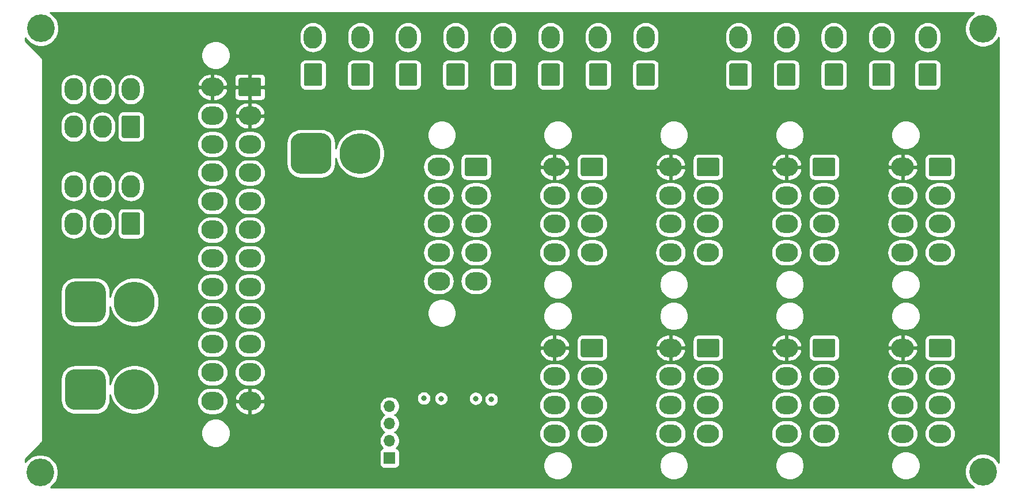
<source format=gbr>
%TF.GenerationSoftware,KiCad,Pcbnew,(5.1.9)-1*%
%TF.CreationDate,2022-08-18T15:43:49-06:00*%
%TF.ProjectId,ATX_PSU_Board,4154585f-5053-4555-9f42-6f6172642e6b,rev?*%
%TF.SameCoordinates,Original*%
%TF.FileFunction,Copper,L3,Inr*%
%TF.FilePolarity,Positive*%
%FSLAX46Y46*%
G04 Gerber Fmt 4.6, Leading zero omitted, Abs format (unit mm)*
G04 Created by KiCad (PCBNEW (5.1.9)-1) date 2022-08-18 15:43:49*
%MOMM*%
%LPD*%
G01*
G04 APERTURE LIST*
%TA.AperFunction,ComponentPad*%
%ADD10O,1.700000X1.700000*%
%TD*%
%TA.AperFunction,ComponentPad*%
%ADD11R,1.700000X1.700000*%
%TD*%
%TA.AperFunction,ComponentPad*%
%ADD12O,2.700000X3.300000*%
%TD*%
%TA.AperFunction,ComponentPad*%
%ADD13C,6.000000*%
%TD*%
%TA.AperFunction,ComponentPad*%
%ADD14O,3.300000X2.700000*%
%TD*%
%TA.AperFunction,ComponentPad*%
%ADD15C,4.064000*%
%TD*%
%TA.AperFunction,ViaPad*%
%ADD16C,0.800000*%
%TD*%
%TA.AperFunction,Conductor*%
%ADD17C,0.254000*%
%TD*%
%TA.AperFunction,Conductor*%
%ADD18C,0.100000*%
%TD*%
G04 APERTURE END LIST*
D10*
%TO.N,GND*%
%TO.C,J1*%
X89772000Y-111887000D03*
%TO.N,/PWR_OK*%
X89772000Y-114427000D03*
%TO.N,/+5VSB_SUPPLY*%
X89772000Y-116967000D03*
D11*
%TO.N,/PS_ON*%
X89772000Y-119507000D03*
%TD*%
D12*
%TO.N,GND*%
%TO.C,J25*%
X43350000Y-79500000D03*
X47550000Y-79500000D03*
X51750000Y-79500000D03*
%TO.N,/+12V_SUPPLY*%
X43350000Y-85000000D03*
X47550000Y-85000000D03*
%TA.AperFunction,ComponentPad*%
G36*
G01*
X53100000Y-83600001D02*
X53100000Y-86399999D01*
G75*
G02*
X52849999Y-86650000I-250001J0D01*
G01*
X50650001Y-86650000D01*
G75*
G02*
X50400000Y-86399999I0J250001D01*
G01*
X50400000Y-83600001D01*
G75*
G02*
X50650001Y-83350000I250001J0D01*
G01*
X52849999Y-83350000D01*
G75*
G02*
X53100000Y-83600001I0J-250001D01*
G01*
G37*
%TD.AperFunction*%
%TD*%
%TO.N,GND*%
%TO.C,J26*%
X43350000Y-65250000D03*
X47550000Y-65250000D03*
X51750000Y-65250000D03*
%TO.N,/+12V_SUPPLY*%
X43350000Y-70750000D03*
X47550000Y-70750000D03*
%TA.AperFunction,ComponentPad*%
G36*
G01*
X53100000Y-69350001D02*
X53100000Y-72149999D01*
G75*
G02*
X52849999Y-72400000I-250001J0D01*
G01*
X50650001Y-72400000D01*
G75*
G02*
X50400000Y-72149999I0J250001D01*
G01*
X50400000Y-69350001D01*
G75*
G02*
X50650001Y-69100000I250001J0D01*
G01*
X52849999Y-69100000D01*
G75*
G02*
X53100000Y-69350001I0J-250001D01*
G01*
G37*
%TD.AperFunction*%
%TD*%
%TO.N,GND*%
%TO.C,J30*%
%TA.AperFunction,ComponentPad*%
G36*
G01*
X42055200Y-110926800D02*
X42055200Y-107926800D01*
G75*
G02*
X43555200Y-106426800I1500000J0D01*
G01*
X46555200Y-106426800D01*
G75*
G02*
X48055200Y-107926800I0J-1500000D01*
G01*
X48055200Y-110926800D01*
G75*
G02*
X46555200Y-112426800I-1500000J0D01*
G01*
X43555200Y-112426800D01*
G75*
G02*
X42055200Y-110926800I0J1500000D01*
G01*
G37*
%TD.AperFunction*%
D13*
%TO.N,/+12V_SUPPLY*%
X52255200Y-109426800D03*
%TD*%
%TO.N,GND*%
%TO.C,J29*%
%TA.AperFunction,ComponentPad*%
G36*
G01*
X42055200Y-98026400D02*
X42055200Y-95026400D01*
G75*
G02*
X43555200Y-93526400I1500000J0D01*
G01*
X46555200Y-93526400D01*
G75*
G02*
X48055200Y-95026400I0J-1500000D01*
G01*
X48055200Y-98026400D01*
G75*
G02*
X46555200Y-99526400I-1500000J0D01*
G01*
X43555200Y-99526400D01*
G75*
G02*
X42055200Y-98026400I0J1500000D01*
G01*
G37*
%TD.AperFunction*%
%TO.N,/+12V_SUPPLY*%
X52255200Y-96526400D03*
%TD*%
D12*
%TO.N,GND*%
%TO.C,J20*%
X168867600Y-57593600D03*
%TO.N,/+12V_SUPPLY*%
%TA.AperFunction,ComponentPad*%
G36*
G01*
X170217600Y-61693601D02*
X170217600Y-64493599D01*
G75*
G02*
X169967599Y-64743600I-250001J0D01*
G01*
X167767601Y-64743600D01*
G75*
G02*
X167517600Y-64493599I0J250001D01*
G01*
X167517600Y-61693601D01*
G75*
G02*
X167767601Y-61443600I250001J0D01*
G01*
X169967599Y-61443600D01*
G75*
G02*
X170217600Y-61693601I0J-250001D01*
G01*
G37*
%TD.AperFunction*%
%TD*%
D14*
%TO.N,/+12V_SUPPLY*%
%TO.C,J11*%
X165196400Y-115901800D03*
%TO.N,/+5V_SUPPLY*%
X165196400Y-111701800D03*
X165196400Y-107501800D03*
%TO.N,/+3.3V_SUPPLY*%
X165196400Y-103301800D03*
%TO.N,/+12V_SUPPLY*%
X170696400Y-115901800D03*
X170696400Y-111701800D03*
%TO.N,GND*%
X170696400Y-107501800D03*
%TA.AperFunction,ComponentPad*%
G36*
G01*
X169296401Y-101951800D02*
X172096399Y-101951800D01*
G75*
G02*
X172346400Y-102201801I0J-250001D01*
G01*
X172346400Y-104401799D01*
G75*
G02*
X172096399Y-104651800I-250001J0D01*
G01*
X169296401Y-104651800D01*
G75*
G02*
X169046400Y-104401799I0J250001D01*
G01*
X169046400Y-102201801D01*
G75*
G02*
X169296401Y-101951800I250001J0D01*
G01*
G37*
%TD.AperFunction*%
%TD*%
D12*
%TO.N,GND*%
%TO.C,J24*%
X141083632Y-57607200D03*
%TO.N,/+12V_SUPPLY*%
%TA.AperFunction,ComponentPad*%
G36*
G01*
X142433632Y-61707201D02*
X142433632Y-64507199D01*
G75*
G02*
X142183631Y-64757200I-250001J0D01*
G01*
X139983633Y-64757200D01*
G75*
G02*
X139733632Y-64507199I0J250001D01*
G01*
X139733632Y-61707201D01*
G75*
G02*
X139983633Y-61457200I250001J0D01*
G01*
X142183631Y-61457200D01*
G75*
G02*
X142433632Y-61707201I0J-250001D01*
G01*
G37*
%TD.AperFunction*%
%TD*%
%TO.N,GND*%
%TO.C,J23*%
X148086774Y-57607200D03*
%TO.N,/+12V_SUPPLY*%
%TA.AperFunction,ComponentPad*%
G36*
G01*
X149436774Y-61707201D02*
X149436774Y-64507199D01*
G75*
G02*
X149186773Y-64757200I-250001J0D01*
G01*
X146986775Y-64757200D01*
G75*
G02*
X146736774Y-64507199I0J250001D01*
G01*
X146736774Y-61707201D01*
G75*
G02*
X146986775Y-61457200I250001J0D01*
G01*
X149186773Y-61457200D01*
G75*
G02*
X149436774Y-61707201I0J-250001D01*
G01*
G37*
%TD.AperFunction*%
%TD*%
%TO.N,GND*%
%TO.C,J22*%
X155089916Y-57607200D03*
%TO.N,/+12V_SUPPLY*%
%TA.AperFunction,ComponentPad*%
G36*
G01*
X156439916Y-61707201D02*
X156439916Y-64507199D01*
G75*
G02*
X156189915Y-64757200I-250001J0D01*
G01*
X153989917Y-64757200D01*
G75*
G02*
X153739916Y-64507199I0J250001D01*
G01*
X153739916Y-61707201D01*
G75*
G02*
X153989917Y-61457200I250001J0D01*
G01*
X156189915Y-61457200D01*
G75*
G02*
X156439916Y-61707201I0J-250001D01*
G01*
G37*
%TD.AperFunction*%
%TD*%
%TO.N,GND*%
%TO.C,J21*%
X162093058Y-57607200D03*
%TO.N,/+12V_SUPPLY*%
%TA.AperFunction,ComponentPad*%
G36*
G01*
X163443058Y-61707201D02*
X163443058Y-64507199D01*
G75*
G02*
X163193057Y-64757200I-250001J0D01*
G01*
X160993059Y-64757200D01*
G75*
G02*
X160743058Y-64507199I0J250001D01*
G01*
X160743058Y-61707201D01*
G75*
G02*
X160993059Y-61457200I250001J0D01*
G01*
X163193057Y-61457200D01*
G75*
G02*
X163443058Y-61707201I0J-250001D01*
G01*
G37*
%TD.AperFunction*%
%TD*%
%TO.N,GND*%
%TO.C,J19*%
X127414800Y-57593600D03*
%TO.N,/+5V_SUPPLY*%
%TA.AperFunction,ComponentPad*%
G36*
G01*
X128764800Y-61693601D02*
X128764800Y-64493599D01*
G75*
G02*
X128514799Y-64743600I-250001J0D01*
G01*
X126314801Y-64743600D01*
G75*
G02*
X126064800Y-64493599I0J250001D01*
G01*
X126064800Y-61693601D01*
G75*
G02*
X126314801Y-61443600I250001J0D01*
G01*
X128514799Y-61443600D01*
G75*
G02*
X128764800Y-61693601I0J-250001D01*
G01*
G37*
%TD.AperFunction*%
%TD*%
%TO.N,GND*%
%TO.C,J18*%
X120429800Y-57593600D03*
%TO.N,/+5V_SUPPLY*%
%TA.AperFunction,ComponentPad*%
G36*
G01*
X121779800Y-61693601D02*
X121779800Y-64493599D01*
G75*
G02*
X121529799Y-64743600I-250001J0D01*
G01*
X119329801Y-64743600D01*
G75*
G02*
X119079800Y-64493599I0J250001D01*
G01*
X119079800Y-61693601D01*
G75*
G02*
X119329801Y-61443600I250001J0D01*
G01*
X121529799Y-61443600D01*
G75*
G02*
X121779800Y-61693601I0J-250001D01*
G01*
G37*
%TD.AperFunction*%
%TD*%
%TO.N,GND*%
%TO.C,J17*%
X113444800Y-57593600D03*
%TO.N,/+5V_SUPPLY*%
%TA.AperFunction,ComponentPad*%
G36*
G01*
X114794800Y-61693601D02*
X114794800Y-64493599D01*
G75*
G02*
X114544799Y-64743600I-250001J0D01*
G01*
X112344801Y-64743600D01*
G75*
G02*
X112094800Y-64493599I0J250001D01*
G01*
X112094800Y-61693601D01*
G75*
G02*
X112344801Y-61443600I250001J0D01*
G01*
X114544799Y-61443600D01*
G75*
G02*
X114794800Y-61693601I0J-250001D01*
G01*
G37*
%TD.AperFunction*%
%TD*%
%TO.N,GND*%
%TO.C,J16*%
X106459800Y-57593600D03*
%TO.N,/+5V_SUPPLY*%
%TA.AperFunction,ComponentPad*%
G36*
G01*
X107809800Y-61693601D02*
X107809800Y-64493599D01*
G75*
G02*
X107559799Y-64743600I-250001J0D01*
G01*
X105359801Y-64743600D01*
G75*
G02*
X105109800Y-64493599I0J250001D01*
G01*
X105109800Y-61693601D01*
G75*
G02*
X105359801Y-61443600I250001J0D01*
G01*
X107559799Y-61443600D01*
G75*
G02*
X107809800Y-61693601I0J-250001D01*
G01*
G37*
%TD.AperFunction*%
%TD*%
%TO.N,GND*%
%TO.C,J15*%
X99474800Y-57593600D03*
%TO.N,/+5V_SUPPLY*%
%TA.AperFunction,ComponentPad*%
G36*
G01*
X100824800Y-61693601D02*
X100824800Y-64493599D01*
G75*
G02*
X100574799Y-64743600I-250001J0D01*
G01*
X98374801Y-64743600D01*
G75*
G02*
X98124800Y-64493599I0J250001D01*
G01*
X98124800Y-61693601D01*
G75*
G02*
X98374801Y-61443600I250001J0D01*
G01*
X100574799Y-61443600D01*
G75*
G02*
X100824800Y-61693601I0J-250001D01*
G01*
G37*
%TD.AperFunction*%
%TD*%
%TO.N,GND*%
%TO.C,J14*%
X92489800Y-57593600D03*
%TO.N,/+5V_SUPPLY*%
%TA.AperFunction,ComponentPad*%
G36*
G01*
X93839800Y-61693601D02*
X93839800Y-64493599D01*
G75*
G02*
X93589799Y-64743600I-250001J0D01*
G01*
X91389801Y-64743600D01*
G75*
G02*
X91139800Y-64493599I0J250001D01*
G01*
X91139800Y-61693601D01*
G75*
G02*
X91389801Y-61443600I250001J0D01*
G01*
X93589799Y-61443600D01*
G75*
G02*
X93839800Y-61693601I0J-250001D01*
G01*
G37*
%TD.AperFunction*%
%TD*%
%TO.N,GND*%
%TO.C,J13*%
X85504800Y-57593600D03*
%TO.N,/+5V_SUPPLY*%
%TA.AperFunction,ComponentPad*%
G36*
G01*
X86854800Y-61693601D02*
X86854800Y-64493599D01*
G75*
G02*
X86604799Y-64743600I-250001J0D01*
G01*
X84404801Y-64743600D01*
G75*
G02*
X84154800Y-64493599I0J250001D01*
G01*
X84154800Y-61693601D01*
G75*
G02*
X84404801Y-61443600I250001J0D01*
G01*
X86604799Y-61443600D01*
G75*
G02*
X86854800Y-61693601I0J-250001D01*
G01*
G37*
%TD.AperFunction*%
%TD*%
%TO.N,GND*%
%TO.C,J12*%
X78519800Y-57593600D03*
%TO.N,/+5V_SUPPLY*%
%TA.AperFunction,ComponentPad*%
G36*
G01*
X79869800Y-61693601D02*
X79869800Y-64493599D01*
G75*
G02*
X79619799Y-64743600I-250001J0D01*
G01*
X77419801Y-64743600D01*
G75*
G02*
X77169800Y-64493599I0J250001D01*
G01*
X77169800Y-61693601D01*
G75*
G02*
X77419801Y-61443600I250001J0D01*
G01*
X79619799Y-61443600D01*
G75*
G02*
X79869800Y-61693601I0J-250001D01*
G01*
G37*
%TD.AperFunction*%
%TD*%
%TO.N,GND*%
%TO.C,J28*%
%TA.AperFunction,ComponentPad*%
G36*
G01*
X75228400Y-76176800D02*
X75228400Y-73176800D01*
G75*
G02*
X76728400Y-71676800I1500000J0D01*
G01*
X79728400Y-71676800D01*
G75*
G02*
X81228400Y-73176800I0J-1500000D01*
G01*
X81228400Y-76176800D01*
G75*
G02*
X79728400Y-77676800I-1500000J0D01*
G01*
X76728400Y-77676800D01*
G75*
G02*
X75228400Y-76176800I0J1500000D01*
G01*
G37*
%TD.AperFunction*%
D13*
%TO.N,/+5V_SUPPLY*%
X85428400Y-74676800D03*
%TD*%
D14*
%TO.N,/+12V_SUPPLY*%
%TO.C,J5*%
X131091000Y-89264600D03*
%TO.N,/+5V_SUPPLY*%
X131091000Y-85064600D03*
X131091000Y-80864600D03*
%TO.N,/+3.3V_SUPPLY*%
X131091000Y-76664600D03*
%TO.N,/+12V_SUPPLY*%
X136591000Y-89264600D03*
X136591000Y-85064600D03*
%TO.N,GND*%
X136591000Y-80864600D03*
%TA.AperFunction,ComponentPad*%
G36*
G01*
X135191001Y-75314600D02*
X137990999Y-75314600D01*
G75*
G02*
X138241000Y-75564601I0J-250001D01*
G01*
X138241000Y-77764599D01*
G75*
G02*
X137990999Y-78014600I-250001J0D01*
G01*
X135191001Y-78014600D01*
G75*
G02*
X134941000Y-77764599I0J250001D01*
G01*
X134941000Y-75564601D01*
G75*
G02*
X135191001Y-75314600I250001J0D01*
G01*
G37*
%TD.AperFunction*%
%TD*%
%TO.N,/+12V_SUPPLY*%
%TO.C,J7*%
X165196400Y-89264600D03*
%TO.N,/+5V_SUPPLY*%
X165196400Y-85064600D03*
X165196400Y-80864600D03*
%TO.N,/+3.3V_SUPPLY*%
X165196400Y-76664600D03*
%TO.N,/+12V_SUPPLY*%
X170696400Y-89264600D03*
X170696400Y-85064600D03*
%TO.N,GND*%
X170696400Y-80864600D03*
%TA.AperFunction,ComponentPad*%
G36*
G01*
X169296401Y-75314600D02*
X172096399Y-75314600D01*
G75*
G02*
X172346400Y-75564601I0J-250001D01*
G01*
X172346400Y-77764599D01*
G75*
G02*
X172096399Y-78014600I-250001J0D01*
G01*
X169296401Y-78014600D01*
G75*
G02*
X169046400Y-77764599I0J250001D01*
G01*
X169046400Y-75564601D01*
G75*
G02*
X169296401Y-75314600I250001J0D01*
G01*
G37*
%TD.AperFunction*%
%TD*%
D15*
%TO.N,N/C*%
%TO.C,H4*%
X177000000Y-56337200D03*
%TD*%
%TO.N,N/C*%
%TO.C,H3*%
X38404800Y-121615200D03*
%TD*%
%TO.N,N/C*%
%TO.C,H2*%
X177000000Y-121500000D03*
%TD*%
%TO.N,N/C*%
%TO.C,H1*%
X38506400Y-56286400D03*
%TD*%
D14*
%TO.N,/+12V_SUPPLY*%
%TO.C,J10*%
X148143700Y-115901800D03*
%TO.N,/+5V_SUPPLY*%
X148143700Y-111701800D03*
X148143700Y-107501800D03*
%TO.N,/+3.3V_SUPPLY*%
X148143700Y-103301800D03*
%TO.N,/+12V_SUPPLY*%
X153643700Y-115901800D03*
X153643700Y-111701800D03*
%TO.N,GND*%
X153643700Y-107501800D03*
%TA.AperFunction,ComponentPad*%
G36*
G01*
X152243701Y-101951800D02*
X155043699Y-101951800D01*
G75*
G02*
X155293700Y-102201801I0J-250001D01*
G01*
X155293700Y-104401799D01*
G75*
G02*
X155043699Y-104651800I-250001J0D01*
G01*
X152243701Y-104651800D01*
G75*
G02*
X151993700Y-104401799I0J250001D01*
G01*
X151993700Y-102201801D01*
G75*
G02*
X152243701Y-101951800I250001J0D01*
G01*
G37*
%TD.AperFunction*%
%TD*%
%TO.N,/+12V_SUPPLY*%
%TO.C,J9*%
X131091000Y-115901800D03*
%TO.N,/+5V_SUPPLY*%
X131091000Y-111701800D03*
X131091000Y-107501800D03*
%TO.N,/+3.3V_SUPPLY*%
X131091000Y-103301800D03*
%TO.N,/+12V_SUPPLY*%
X136591000Y-115901800D03*
X136591000Y-111701800D03*
%TO.N,GND*%
X136591000Y-107501800D03*
%TA.AperFunction,ComponentPad*%
G36*
G01*
X135191001Y-101951800D02*
X137990999Y-101951800D01*
G75*
G02*
X138241000Y-102201801I0J-250001D01*
G01*
X138241000Y-104401799D01*
G75*
G02*
X137990999Y-104651800I-250001J0D01*
G01*
X135191001Y-104651800D01*
G75*
G02*
X134941000Y-104401799I0J250001D01*
G01*
X134941000Y-102201801D01*
G75*
G02*
X135191001Y-101951800I250001J0D01*
G01*
G37*
%TD.AperFunction*%
%TD*%
%TO.N,/+12V_SUPPLY*%
%TO.C,J8*%
X114038300Y-115901800D03*
%TO.N,/+5V_SUPPLY*%
X114038300Y-111701800D03*
X114038300Y-107501800D03*
%TO.N,/+3.3V_SUPPLY*%
X114038300Y-103301800D03*
%TO.N,/+12V_SUPPLY*%
X119538300Y-115901800D03*
X119538300Y-111701800D03*
%TO.N,GND*%
X119538300Y-107501800D03*
%TA.AperFunction,ComponentPad*%
G36*
G01*
X118138301Y-101951800D02*
X120938299Y-101951800D01*
G75*
G02*
X121188300Y-102201801I0J-250001D01*
G01*
X121188300Y-104401799D01*
G75*
G02*
X120938299Y-104651800I-250001J0D01*
G01*
X118138301Y-104651800D01*
G75*
G02*
X117888300Y-104401799I0J250001D01*
G01*
X117888300Y-102201801D01*
G75*
G02*
X118138301Y-101951800I250001J0D01*
G01*
G37*
%TD.AperFunction*%
%TD*%
%TO.N,/+12V_SUPPLY*%
%TO.C,J6*%
X148143700Y-89264600D03*
%TO.N,/+5V_SUPPLY*%
X148143700Y-85064600D03*
X148143700Y-80864600D03*
%TO.N,/+3.3V_SUPPLY*%
X148143700Y-76664600D03*
%TO.N,/+12V_SUPPLY*%
X153643700Y-89264600D03*
X153643700Y-85064600D03*
%TO.N,GND*%
X153643700Y-80864600D03*
%TA.AperFunction,ComponentPad*%
G36*
G01*
X152243701Y-75314600D02*
X155043699Y-75314600D01*
G75*
G02*
X155293700Y-75564601I0J-250001D01*
G01*
X155293700Y-77764599D01*
G75*
G02*
X155043699Y-78014600I-250001J0D01*
G01*
X152243701Y-78014600D01*
G75*
G02*
X151993700Y-77764599I0J250001D01*
G01*
X151993700Y-75564601D01*
G75*
G02*
X152243701Y-75314600I250001J0D01*
G01*
G37*
%TD.AperFunction*%
%TD*%
%TO.N,/+12V_SUPPLY*%
%TO.C,J4*%
X114038300Y-89264600D03*
%TO.N,/+5V_SUPPLY*%
X114038300Y-85064600D03*
X114038300Y-80864600D03*
%TO.N,/+3.3V_SUPPLY*%
X114038300Y-76664600D03*
%TO.N,/+12V_SUPPLY*%
X119538300Y-89264600D03*
X119538300Y-85064600D03*
%TO.N,GND*%
X119538300Y-80864600D03*
%TA.AperFunction,ComponentPad*%
G36*
G01*
X118138301Y-75314600D02*
X120938299Y-75314600D01*
G75*
G02*
X121188300Y-75564601I0J-250001D01*
G01*
X121188300Y-77764599D01*
G75*
G02*
X120938299Y-78014600I-250001J0D01*
G01*
X118138301Y-78014600D01*
G75*
G02*
X117888300Y-77764599I0J250001D01*
G01*
X117888300Y-75564601D01*
G75*
G02*
X118138301Y-75314600I250001J0D01*
G01*
G37*
%TD.AperFunction*%
%TD*%
%TO.N,GND*%
%TO.C,J3*%
X96985600Y-93464600D03*
X96985600Y-89264600D03*
%TO.N,/+12V_SUPPLY*%
X96985600Y-85064600D03*
%TO.N,/+5V_SUPPLY*%
X96985600Y-80864600D03*
X96985600Y-76664600D03*
%TO.N,GND*%
X102485600Y-93464600D03*
X102485600Y-89264600D03*
%TO.N,/+5V_SUPPLY*%
X102485600Y-85064600D03*
X102485600Y-80864600D03*
%TA.AperFunction,ComponentPad*%
G36*
G01*
X101085601Y-75314600D02*
X103885599Y-75314600D01*
G75*
G02*
X104135600Y-75564601I0J-250001D01*
G01*
X104135600Y-77764599D01*
G75*
G02*
X103885599Y-78014600I-250001J0D01*
G01*
X101085601Y-78014600D01*
G75*
G02*
X100835600Y-77764599I0J250001D01*
G01*
X100835600Y-75564601D01*
G75*
G02*
X101085601Y-75314600I250001J0D01*
G01*
G37*
%TD.AperFunction*%
%TD*%
%TO.N,GND*%
%TO.C,J2*%
X63748800Y-111122400D03*
%TO.N,/+5V_SUPPLY*%
X63748800Y-106922400D03*
X63748800Y-102722400D03*
X63748800Y-98522400D03*
%TO.N,Net-(J2-Pad20)*%
X63748800Y-94322400D03*
%TO.N,GND*%
X63748800Y-90122400D03*
X63748800Y-85922400D03*
X63748800Y-81722400D03*
%TO.N,/PS_ON*%
X63748800Y-77522400D03*
%TO.N,GND*%
X63748800Y-73322400D03*
%TO.N,Net-(J2-Pad14)*%
X63748800Y-69122400D03*
%TO.N,/+3.3V_SUPPLY*%
X63748800Y-64922400D03*
X69248800Y-111122400D03*
%TO.N,/+12V_SUPPLY*%
X69248800Y-106922400D03*
X69248800Y-102722400D03*
%TO.N,/+5VSB_SUPPLY*%
X69248800Y-98522400D03*
%TO.N,/PWR_OK*%
X69248800Y-94322400D03*
%TO.N,GND*%
X69248800Y-90122400D03*
%TO.N,/+5V_SUPPLY*%
X69248800Y-85922400D03*
%TO.N,GND*%
X69248800Y-81722400D03*
%TO.N,/+5V_SUPPLY*%
X69248800Y-77522400D03*
%TO.N,GND*%
X69248800Y-73322400D03*
%TO.N,/+3.3V_SUPPLY*%
X69248800Y-69122400D03*
%TA.AperFunction,ComponentPad*%
G36*
G01*
X67848801Y-63572400D02*
X70648799Y-63572400D01*
G75*
G02*
X70898800Y-63822401I0J-250001D01*
G01*
X70898800Y-66022399D01*
G75*
G02*
X70648799Y-66272400I-250001J0D01*
G01*
X67848801Y-66272400D01*
G75*
G02*
X67598800Y-66022399I0J250001D01*
G01*
X67598800Y-63822401D01*
G75*
G02*
X67848801Y-63572400I250001J0D01*
G01*
G37*
%TD.AperFunction*%
%TD*%
D16*
%TO.N,/+5V_SUPPLY*%
X97346000Y-110737600D03*
%TO.N,/+3.3V_SUPPLY*%
X99886000Y-110737600D03*
%TO.N,/+12V_SUPPLY*%
X102426000Y-110737600D03*
%TO.N,/+5VSB_SUPPLY*%
X94806000Y-110698000D03*
%TO.N,/PWR_OK*%
X104750000Y-110863000D03*
%TD*%
D17*
%TO.N,/+3.3V_SUPPLY*%
X175299887Y-54265606D02*
X174928406Y-54637087D01*
X174636536Y-55073902D01*
X174435492Y-55559265D01*
X174333000Y-56074523D01*
X174333000Y-56599877D01*
X174435492Y-57115135D01*
X174636536Y-57600498D01*
X174928406Y-58037313D01*
X175299887Y-58408794D01*
X175736702Y-58700664D01*
X176222065Y-58901708D01*
X176737323Y-59004200D01*
X177262677Y-59004200D01*
X177777935Y-58901708D01*
X178263298Y-58700664D01*
X178700113Y-58408794D01*
X179071594Y-58037313D01*
X179340001Y-57635613D01*
X179340000Y-120201586D01*
X179071594Y-119799887D01*
X178700113Y-119428406D01*
X178263298Y-119136536D01*
X177777935Y-118935492D01*
X177262677Y-118833000D01*
X176737323Y-118833000D01*
X176222065Y-118935492D01*
X175736702Y-119136536D01*
X175299887Y-119428406D01*
X174928406Y-119799887D01*
X174636536Y-120236702D01*
X174435492Y-120722065D01*
X174333000Y-121237323D01*
X174333000Y-121762677D01*
X174435492Y-122277935D01*
X174636536Y-122763298D01*
X174928406Y-123200113D01*
X175299887Y-123571594D01*
X175641721Y-123800000D01*
X39935488Y-123800000D01*
X40104913Y-123686794D01*
X40476394Y-123315313D01*
X40768264Y-122878498D01*
X40969308Y-122393135D01*
X41071800Y-121877877D01*
X41071800Y-121352523D01*
X40969308Y-120837265D01*
X40768264Y-120351902D01*
X40476394Y-119915087D01*
X40104913Y-119543606D01*
X39668098Y-119251736D01*
X39182735Y-119050692D01*
X38667477Y-118948200D01*
X38142123Y-118948200D01*
X37626865Y-119050692D01*
X37141502Y-119251736D01*
X36704687Y-119543606D01*
X36333206Y-119915087D01*
X36220000Y-120084512D01*
X36220000Y-119653380D01*
X37216380Y-118657000D01*
X88283928Y-118657000D01*
X88283928Y-120357000D01*
X88296188Y-120481482D01*
X88332498Y-120601180D01*
X88391463Y-120711494D01*
X88470815Y-120808185D01*
X88567506Y-120887537D01*
X88677820Y-120946502D01*
X88797518Y-120982812D01*
X88922000Y-120995072D01*
X90622000Y-120995072D01*
X90746482Y-120982812D01*
X90866180Y-120946502D01*
X90976494Y-120887537D01*
X91073185Y-120808185D01*
X91152537Y-120711494D01*
X91211502Y-120601180D01*
X91247812Y-120481482D01*
X91256672Y-120391521D01*
X112363300Y-120391521D01*
X112363300Y-120812079D01*
X112445347Y-121224556D01*
X112606288Y-121613102D01*
X112839937Y-121962783D01*
X113137317Y-122260163D01*
X113486998Y-122493812D01*
X113875544Y-122654753D01*
X114288021Y-122736800D01*
X114708579Y-122736800D01*
X115121056Y-122654753D01*
X115509602Y-122493812D01*
X115859283Y-122260163D01*
X116156663Y-121962783D01*
X116390312Y-121613102D01*
X116551253Y-121224556D01*
X116633300Y-120812079D01*
X116633300Y-120391521D01*
X129416000Y-120391521D01*
X129416000Y-120812079D01*
X129498047Y-121224556D01*
X129658988Y-121613102D01*
X129892637Y-121962783D01*
X130190017Y-122260163D01*
X130539698Y-122493812D01*
X130928244Y-122654753D01*
X131340721Y-122736800D01*
X131761279Y-122736800D01*
X132173756Y-122654753D01*
X132562302Y-122493812D01*
X132911983Y-122260163D01*
X133209363Y-121962783D01*
X133443012Y-121613102D01*
X133603953Y-121224556D01*
X133686000Y-120812079D01*
X133686000Y-120391521D01*
X146468700Y-120391521D01*
X146468700Y-120812079D01*
X146550747Y-121224556D01*
X146711688Y-121613102D01*
X146945337Y-121962783D01*
X147242717Y-122260163D01*
X147592398Y-122493812D01*
X147980944Y-122654753D01*
X148393421Y-122736800D01*
X148813979Y-122736800D01*
X149226456Y-122654753D01*
X149615002Y-122493812D01*
X149964683Y-122260163D01*
X150262063Y-121962783D01*
X150495712Y-121613102D01*
X150656653Y-121224556D01*
X150738700Y-120812079D01*
X150738700Y-120391521D01*
X163521400Y-120391521D01*
X163521400Y-120812079D01*
X163603447Y-121224556D01*
X163764388Y-121613102D01*
X163998037Y-121962783D01*
X164295417Y-122260163D01*
X164645098Y-122493812D01*
X165033644Y-122654753D01*
X165446121Y-122736800D01*
X165866679Y-122736800D01*
X166279156Y-122654753D01*
X166667702Y-122493812D01*
X167017383Y-122260163D01*
X167314763Y-121962783D01*
X167548412Y-121613102D01*
X167709353Y-121224556D01*
X167791400Y-120812079D01*
X167791400Y-120391521D01*
X167709353Y-119979044D01*
X167548412Y-119590498D01*
X167314763Y-119240817D01*
X167017383Y-118943437D01*
X166667702Y-118709788D01*
X166279156Y-118548847D01*
X165866679Y-118466800D01*
X165446121Y-118466800D01*
X165033644Y-118548847D01*
X164645098Y-118709788D01*
X164295417Y-118943437D01*
X163998037Y-119240817D01*
X163764388Y-119590498D01*
X163603447Y-119979044D01*
X163521400Y-120391521D01*
X150738700Y-120391521D01*
X150656653Y-119979044D01*
X150495712Y-119590498D01*
X150262063Y-119240817D01*
X149964683Y-118943437D01*
X149615002Y-118709788D01*
X149226456Y-118548847D01*
X148813979Y-118466800D01*
X148393421Y-118466800D01*
X147980944Y-118548847D01*
X147592398Y-118709788D01*
X147242717Y-118943437D01*
X146945337Y-119240817D01*
X146711688Y-119590498D01*
X146550747Y-119979044D01*
X146468700Y-120391521D01*
X133686000Y-120391521D01*
X133603953Y-119979044D01*
X133443012Y-119590498D01*
X133209363Y-119240817D01*
X132911983Y-118943437D01*
X132562302Y-118709788D01*
X132173756Y-118548847D01*
X131761279Y-118466800D01*
X131340721Y-118466800D01*
X130928244Y-118548847D01*
X130539698Y-118709788D01*
X130190017Y-118943437D01*
X129892637Y-119240817D01*
X129658988Y-119590498D01*
X129498047Y-119979044D01*
X129416000Y-120391521D01*
X116633300Y-120391521D01*
X116551253Y-119979044D01*
X116390312Y-119590498D01*
X116156663Y-119240817D01*
X115859283Y-118943437D01*
X115509602Y-118709788D01*
X115121056Y-118548847D01*
X114708579Y-118466800D01*
X114288021Y-118466800D01*
X113875544Y-118548847D01*
X113486998Y-118709788D01*
X113137317Y-118943437D01*
X112839937Y-119240817D01*
X112606288Y-119590498D01*
X112445347Y-119979044D01*
X112363300Y-120391521D01*
X91256672Y-120391521D01*
X91260072Y-120357000D01*
X91260072Y-118657000D01*
X91247812Y-118532518D01*
X91211502Y-118412820D01*
X91152537Y-118302506D01*
X91073185Y-118205815D01*
X90976494Y-118126463D01*
X90866180Y-118067498D01*
X90793620Y-118045487D01*
X90925475Y-117913632D01*
X91087990Y-117670411D01*
X91199932Y-117400158D01*
X91257000Y-117113260D01*
X91257000Y-116820740D01*
X91199932Y-116533842D01*
X91087990Y-116263589D01*
X90925475Y-116020368D01*
X90806907Y-115901800D01*
X111743696Y-115901800D01*
X111782022Y-116290928D01*
X111895526Y-116665102D01*
X112079847Y-117009943D01*
X112327902Y-117312198D01*
X112630157Y-117560253D01*
X112974998Y-117744574D01*
X113349172Y-117858078D01*
X113640790Y-117886800D01*
X114435810Y-117886800D01*
X114727428Y-117858078D01*
X115101602Y-117744574D01*
X115446443Y-117560253D01*
X115748698Y-117312198D01*
X115996753Y-117009943D01*
X116181074Y-116665102D01*
X116294578Y-116290928D01*
X116332904Y-115901800D01*
X117243696Y-115901800D01*
X117282022Y-116290928D01*
X117395526Y-116665102D01*
X117579847Y-117009943D01*
X117827902Y-117312198D01*
X118130157Y-117560253D01*
X118474998Y-117744574D01*
X118849172Y-117858078D01*
X119140790Y-117886800D01*
X119935810Y-117886800D01*
X120227428Y-117858078D01*
X120601602Y-117744574D01*
X120946443Y-117560253D01*
X121248698Y-117312198D01*
X121496753Y-117009943D01*
X121681074Y-116665102D01*
X121794578Y-116290928D01*
X121832904Y-115901800D01*
X128796396Y-115901800D01*
X128834722Y-116290928D01*
X128948226Y-116665102D01*
X129132547Y-117009943D01*
X129380602Y-117312198D01*
X129682857Y-117560253D01*
X130027698Y-117744574D01*
X130401872Y-117858078D01*
X130693490Y-117886800D01*
X131488510Y-117886800D01*
X131780128Y-117858078D01*
X132154302Y-117744574D01*
X132499143Y-117560253D01*
X132801398Y-117312198D01*
X133049453Y-117009943D01*
X133233774Y-116665102D01*
X133347278Y-116290928D01*
X133385604Y-115901800D01*
X134296396Y-115901800D01*
X134334722Y-116290928D01*
X134448226Y-116665102D01*
X134632547Y-117009943D01*
X134880602Y-117312198D01*
X135182857Y-117560253D01*
X135527698Y-117744574D01*
X135901872Y-117858078D01*
X136193490Y-117886800D01*
X136988510Y-117886800D01*
X137280128Y-117858078D01*
X137654302Y-117744574D01*
X137999143Y-117560253D01*
X138301398Y-117312198D01*
X138549453Y-117009943D01*
X138733774Y-116665102D01*
X138847278Y-116290928D01*
X138885604Y-115901800D01*
X145849096Y-115901800D01*
X145887422Y-116290928D01*
X146000926Y-116665102D01*
X146185247Y-117009943D01*
X146433302Y-117312198D01*
X146735557Y-117560253D01*
X147080398Y-117744574D01*
X147454572Y-117858078D01*
X147746190Y-117886800D01*
X148541210Y-117886800D01*
X148832828Y-117858078D01*
X149207002Y-117744574D01*
X149551843Y-117560253D01*
X149854098Y-117312198D01*
X150102153Y-117009943D01*
X150286474Y-116665102D01*
X150399978Y-116290928D01*
X150438304Y-115901800D01*
X151349096Y-115901800D01*
X151387422Y-116290928D01*
X151500926Y-116665102D01*
X151685247Y-117009943D01*
X151933302Y-117312198D01*
X152235557Y-117560253D01*
X152580398Y-117744574D01*
X152954572Y-117858078D01*
X153246190Y-117886800D01*
X154041210Y-117886800D01*
X154332828Y-117858078D01*
X154707002Y-117744574D01*
X155051843Y-117560253D01*
X155354098Y-117312198D01*
X155602153Y-117009943D01*
X155786474Y-116665102D01*
X155899978Y-116290928D01*
X155938304Y-115901800D01*
X162901796Y-115901800D01*
X162940122Y-116290928D01*
X163053626Y-116665102D01*
X163237947Y-117009943D01*
X163486002Y-117312198D01*
X163788257Y-117560253D01*
X164133098Y-117744574D01*
X164507272Y-117858078D01*
X164798890Y-117886800D01*
X165593910Y-117886800D01*
X165885528Y-117858078D01*
X166259702Y-117744574D01*
X166604543Y-117560253D01*
X166906798Y-117312198D01*
X167154853Y-117009943D01*
X167339174Y-116665102D01*
X167452678Y-116290928D01*
X167491004Y-115901800D01*
X168401796Y-115901800D01*
X168440122Y-116290928D01*
X168553626Y-116665102D01*
X168737947Y-117009943D01*
X168986002Y-117312198D01*
X169288257Y-117560253D01*
X169633098Y-117744574D01*
X170007272Y-117858078D01*
X170298890Y-117886800D01*
X171093910Y-117886800D01*
X171385528Y-117858078D01*
X171759702Y-117744574D01*
X172104543Y-117560253D01*
X172406798Y-117312198D01*
X172654853Y-117009943D01*
X172839174Y-116665102D01*
X172952678Y-116290928D01*
X172991004Y-115901800D01*
X172952678Y-115512672D01*
X172839174Y-115138498D01*
X172654853Y-114793657D01*
X172406798Y-114491402D01*
X172104543Y-114243347D01*
X171759702Y-114059026D01*
X171385528Y-113945522D01*
X171093910Y-113916800D01*
X170298890Y-113916800D01*
X170007272Y-113945522D01*
X169633098Y-114059026D01*
X169288257Y-114243347D01*
X168986002Y-114491402D01*
X168737947Y-114793657D01*
X168553626Y-115138498D01*
X168440122Y-115512672D01*
X168401796Y-115901800D01*
X167491004Y-115901800D01*
X167452678Y-115512672D01*
X167339174Y-115138498D01*
X167154853Y-114793657D01*
X166906798Y-114491402D01*
X166604543Y-114243347D01*
X166259702Y-114059026D01*
X165885528Y-113945522D01*
X165593910Y-113916800D01*
X164798890Y-113916800D01*
X164507272Y-113945522D01*
X164133098Y-114059026D01*
X163788257Y-114243347D01*
X163486002Y-114491402D01*
X163237947Y-114793657D01*
X163053626Y-115138498D01*
X162940122Y-115512672D01*
X162901796Y-115901800D01*
X155938304Y-115901800D01*
X155899978Y-115512672D01*
X155786474Y-115138498D01*
X155602153Y-114793657D01*
X155354098Y-114491402D01*
X155051843Y-114243347D01*
X154707002Y-114059026D01*
X154332828Y-113945522D01*
X154041210Y-113916800D01*
X153246190Y-113916800D01*
X152954572Y-113945522D01*
X152580398Y-114059026D01*
X152235557Y-114243347D01*
X151933302Y-114491402D01*
X151685247Y-114793657D01*
X151500926Y-115138498D01*
X151387422Y-115512672D01*
X151349096Y-115901800D01*
X150438304Y-115901800D01*
X150399978Y-115512672D01*
X150286474Y-115138498D01*
X150102153Y-114793657D01*
X149854098Y-114491402D01*
X149551843Y-114243347D01*
X149207002Y-114059026D01*
X148832828Y-113945522D01*
X148541210Y-113916800D01*
X147746190Y-113916800D01*
X147454572Y-113945522D01*
X147080398Y-114059026D01*
X146735557Y-114243347D01*
X146433302Y-114491402D01*
X146185247Y-114793657D01*
X146000926Y-115138498D01*
X145887422Y-115512672D01*
X145849096Y-115901800D01*
X138885604Y-115901800D01*
X138847278Y-115512672D01*
X138733774Y-115138498D01*
X138549453Y-114793657D01*
X138301398Y-114491402D01*
X137999143Y-114243347D01*
X137654302Y-114059026D01*
X137280128Y-113945522D01*
X136988510Y-113916800D01*
X136193490Y-113916800D01*
X135901872Y-113945522D01*
X135527698Y-114059026D01*
X135182857Y-114243347D01*
X134880602Y-114491402D01*
X134632547Y-114793657D01*
X134448226Y-115138498D01*
X134334722Y-115512672D01*
X134296396Y-115901800D01*
X133385604Y-115901800D01*
X133347278Y-115512672D01*
X133233774Y-115138498D01*
X133049453Y-114793657D01*
X132801398Y-114491402D01*
X132499143Y-114243347D01*
X132154302Y-114059026D01*
X131780128Y-113945522D01*
X131488510Y-113916800D01*
X130693490Y-113916800D01*
X130401872Y-113945522D01*
X130027698Y-114059026D01*
X129682857Y-114243347D01*
X129380602Y-114491402D01*
X129132547Y-114793657D01*
X128948226Y-115138498D01*
X128834722Y-115512672D01*
X128796396Y-115901800D01*
X121832904Y-115901800D01*
X121794578Y-115512672D01*
X121681074Y-115138498D01*
X121496753Y-114793657D01*
X121248698Y-114491402D01*
X120946443Y-114243347D01*
X120601602Y-114059026D01*
X120227428Y-113945522D01*
X119935810Y-113916800D01*
X119140790Y-113916800D01*
X118849172Y-113945522D01*
X118474998Y-114059026D01*
X118130157Y-114243347D01*
X117827902Y-114491402D01*
X117579847Y-114793657D01*
X117395526Y-115138498D01*
X117282022Y-115512672D01*
X117243696Y-115901800D01*
X116332904Y-115901800D01*
X116294578Y-115512672D01*
X116181074Y-115138498D01*
X115996753Y-114793657D01*
X115748698Y-114491402D01*
X115446443Y-114243347D01*
X115101602Y-114059026D01*
X114727428Y-113945522D01*
X114435810Y-113916800D01*
X113640790Y-113916800D01*
X113349172Y-113945522D01*
X112974998Y-114059026D01*
X112630157Y-114243347D01*
X112327902Y-114491402D01*
X112079847Y-114793657D01*
X111895526Y-115138498D01*
X111782022Y-115512672D01*
X111743696Y-115901800D01*
X90806907Y-115901800D01*
X90718632Y-115813525D01*
X90544240Y-115697000D01*
X90718632Y-115580475D01*
X90925475Y-115373632D01*
X91087990Y-115130411D01*
X91199932Y-114860158D01*
X91257000Y-114573260D01*
X91257000Y-114280740D01*
X91199932Y-113993842D01*
X91087990Y-113723589D01*
X90925475Y-113480368D01*
X90718632Y-113273525D01*
X90544240Y-113157000D01*
X90718632Y-113040475D01*
X90925475Y-112833632D01*
X91087990Y-112590411D01*
X91199932Y-112320158D01*
X91257000Y-112033260D01*
X91257000Y-111740740D01*
X91199932Y-111453842D01*
X91087990Y-111183589D01*
X90925475Y-110940368D01*
X90718632Y-110733525D01*
X90512903Y-110596061D01*
X93771000Y-110596061D01*
X93771000Y-110799939D01*
X93810774Y-110999898D01*
X93888795Y-111188256D01*
X94002063Y-111357774D01*
X94146226Y-111501937D01*
X94315744Y-111615205D01*
X94504102Y-111693226D01*
X94704061Y-111733000D01*
X94907939Y-111733000D01*
X95107898Y-111693226D01*
X95296256Y-111615205D01*
X95465774Y-111501937D01*
X95609937Y-111357774D01*
X95723205Y-111188256D01*
X95801226Y-110999898D01*
X95841000Y-110799939D01*
X95841000Y-110635661D01*
X96311000Y-110635661D01*
X96311000Y-110839539D01*
X96350774Y-111039498D01*
X96428795Y-111227856D01*
X96542063Y-111397374D01*
X96686226Y-111541537D01*
X96855744Y-111654805D01*
X97044102Y-111732826D01*
X97244061Y-111772600D01*
X97447939Y-111772600D01*
X97647898Y-111732826D01*
X97836256Y-111654805D01*
X98005774Y-111541537D01*
X98149937Y-111397374D01*
X98263205Y-111227856D01*
X98341226Y-111039498D01*
X98381000Y-110839539D01*
X98381000Y-110635661D01*
X101391000Y-110635661D01*
X101391000Y-110839539D01*
X101430774Y-111039498D01*
X101508795Y-111227856D01*
X101622063Y-111397374D01*
X101766226Y-111541537D01*
X101935744Y-111654805D01*
X102124102Y-111732826D01*
X102324061Y-111772600D01*
X102527939Y-111772600D01*
X102727898Y-111732826D01*
X102916256Y-111654805D01*
X103085774Y-111541537D01*
X103229937Y-111397374D01*
X103343205Y-111227856D01*
X103421226Y-111039498D01*
X103461000Y-110839539D01*
X103461000Y-110761061D01*
X103715000Y-110761061D01*
X103715000Y-110964939D01*
X103754774Y-111164898D01*
X103832795Y-111353256D01*
X103946063Y-111522774D01*
X104090226Y-111666937D01*
X104259744Y-111780205D01*
X104448102Y-111858226D01*
X104648061Y-111898000D01*
X104851939Y-111898000D01*
X105051898Y-111858226D01*
X105240256Y-111780205D01*
X105357597Y-111701800D01*
X111743696Y-111701800D01*
X111782022Y-112090928D01*
X111895526Y-112465102D01*
X112079847Y-112809943D01*
X112327902Y-113112198D01*
X112630157Y-113360253D01*
X112974998Y-113544574D01*
X113349172Y-113658078D01*
X113640790Y-113686800D01*
X114435810Y-113686800D01*
X114727428Y-113658078D01*
X115101602Y-113544574D01*
X115446443Y-113360253D01*
X115748698Y-113112198D01*
X115996753Y-112809943D01*
X116181074Y-112465102D01*
X116294578Y-112090928D01*
X116332904Y-111701800D01*
X117243696Y-111701800D01*
X117282022Y-112090928D01*
X117395526Y-112465102D01*
X117579847Y-112809943D01*
X117827902Y-113112198D01*
X118130157Y-113360253D01*
X118474998Y-113544574D01*
X118849172Y-113658078D01*
X119140790Y-113686800D01*
X119935810Y-113686800D01*
X120227428Y-113658078D01*
X120601602Y-113544574D01*
X120946443Y-113360253D01*
X121248698Y-113112198D01*
X121496753Y-112809943D01*
X121681074Y-112465102D01*
X121794578Y-112090928D01*
X121832904Y-111701800D01*
X128796396Y-111701800D01*
X128834722Y-112090928D01*
X128948226Y-112465102D01*
X129132547Y-112809943D01*
X129380602Y-113112198D01*
X129682857Y-113360253D01*
X130027698Y-113544574D01*
X130401872Y-113658078D01*
X130693490Y-113686800D01*
X131488510Y-113686800D01*
X131780128Y-113658078D01*
X132154302Y-113544574D01*
X132499143Y-113360253D01*
X132801398Y-113112198D01*
X133049453Y-112809943D01*
X133233774Y-112465102D01*
X133347278Y-112090928D01*
X133385604Y-111701800D01*
X134296396Y-111701800D01*
X134334722Y-112090928D01*
X134448226Y-112465102D01*
X134632547Y-112809943D01*
X134880602Y-113112198D01*
X135182857Y-113360253D01*
X135527698Y-113544574D01*
X135901872Y-113658078D01*
X136193490Y-113686800D01*
X136988510Y-113686800D01*
X137280128Y-113658078D01*
X137654302Y-113544574D01*
X137999143Y-113360253D01*
X138301398Y-113112198D01*
X138549453Y-112809943D01*
X138733774Y-112465102D01*
X138847278Y-112090928D01*
X138885604Y-111701800D01*
X145849096Y-111701800D01*
X145887422Y-112090928D01*
X146000926Y-112465102D01*
X146185247Y-112809943D01*
X146433302Y-113112198D01*
X146735557Y-113360253D01*
X147080398Y-113544574D01*
X147454572Y-113658078D01*
X147746190Y-113686800D01*
X148541210Y-113686800D01*
X148832828Y-113658078D01*
X149207002Y-113544574D01*
X149551843Y-113360253D01*
X149854098Y-113112198D01*
X150102153Y-112809943D01*
X150286474Y-112465102D01*
X150399978Y-112090928D01*
X150438304Y-111701800D01*
X151349096Y-111701800D01*
X151387422Y-112090928D01*
X151500926Y-112465102D01*
X151685247Y-112809943D01*
X151933302Y-113112198D01*
X152235557Y-113360253D01*
X152580398Y-113544574D01*
X152954572Y-113658078D01*
X153246190Y-113686800D01*
X154041210Y-113686800D01*
X154332828Y-113658078D01*
X154707002Y-113544574D01*
X155051843Y-113360253D01*
X155354098Y-113112198D01*
X155602153Y-112809943D01*
X155786474Y-112465102D01*
X155899978Y-112090928D01*
X155938304Y-111701800D01*
X162901796Y-111701800D01*
X162940122Y-112090928D01*
X163053626Y-112465102D01*
X163237947Y-112809943D01*
X163486002Y-113112198D01*
X163788257Y-113360253D01*
X164133098Y-113544574D01*
X164507272Y-113658078D01*
X164798890Y-113686800D01*
X165593910Y-113686800D01*
X165885528Y-113658078D01*
X166259702Y-113544574D01*
X166604543Y-113360253D01*
X166906798Y-113112198D01*
X167154853Y-112809943D01*
X167339174Y-112465102D01*
X167452678Y-112090928D01*
X167491004Y-111701800D01*
X168401796Y-111701800D01*
X168440122Y-112090928D01*
X168553626Y-112465102D01*
X168737947Y-112809943D01*
X168986002Y-113112198D01*
X169288257Y-113360253D01*
X169633098Y-113544574D01*
X170007272Y-113658078D01*
X170298890Y-113686800D01*
X171093910Y-113686800D01*
X171385528Y-113658078D01*
X171759702Y-113544574D01*
X172104543Y-113360253D01*
X172406798Y-113112198D01*
X172654853Y-112809943D01*
X172839174Y-112465102D01*
X172952678Y-112090928D01*
X172991004Y-111701800D01*
X172952678Y-111312672D01*
X172839174Y-110938498D01*
X172654853Y-110593657D01*
X172406798Y-110291402D01*
X172104543Y-110043347D01*
X171759702Y-109859026D01*
X171385528Y-109745522D01*
X171093910Y-109716800D01*
X170298890Y-109716800D01*
X170007272Y-109745522D01*
X169633098Y-109859026D01*
X169288257Y-110043347D01*
X168986002Y-110291402D01*
X168737947Y-110593657D01*
X168553626Y-110938498D01*
X168440122Y-111312672D01*
X168401796Y-111701800D01*
X167491004Y-111701800D01*
X167452678Y-111312672D01*
X167339174Y-110938498D01*
X167154853Y-110593657D01*
X166906798Y-110291402D01*
X166604543Y-110043347D01*
X166259702Y-109859026D01*
X165885528Y-109745522D01*
X165593910Y-109716800D01*
X164798890Y-109716800D01*
X164507272Y-109745522D01*
X164133098Y-109859026D01*
X163788257Y-110043347D01*
X163486002Y-110291402D01*
X163237947Y-110593657D01*
X163053626Y-110938498D01*
X162940122Y-111312672D01*
X162901796Y-111701800D01*
X155938304Y-111701800D01*
X155899978Y-111312672D01*
X155786474Y-110938498D01*
X155602153Y-110593657D01*
X155354098Y-110291402D01*
X155051843Y-110043347D01*
X154707002Y-109859026D01*
X154332828Y-109745522D01*
X154041210Y-109716800D01*
X153246190Y-109716800D01*
X152954572Y-109745522D01*
X152580398Y-109859026D01*
X152235557Y-110043347D01*
X151933302Y-110291402D01*
X151685247Y-110593657D01*
X151500926Y-110938498D01*
X151387422Y-111312672D01*
X151349096Y-111701800D01*
X150438304Y-111701800D01*
X150399978Y-111312672D01*
X150286474Y-110938498D01*
X150102153Y-110593657D01*
X149854098Y-110291402D01*
X149551843Y-110043347D01*
X149207002Y-109859026D01*
X148832828Y-109745522D01*
X148541210Y-109716800D01*
X147746190Y-109716800D01*
X147454572Y-109745522D01*
X147080398Y-109859026D01*
X146735557Y-110043347D01*
X146433302Y-110291402D01*
X146185247Y-110593657D01*
X146000926Y-110938498D01*
X145887422Y-111312672D01*
X145849096Y-111701800D01*
X138885604Y-111701800D01*
X138847278Y-111312672D01*
X138733774Y-110938498D01*
X138549453Y-110593657D01*
X138301398Y-110291402D01*
X137999143Y-110043347D01*
X137654302Y-109859026D01*
X137280128Y-109745522D01*
X136988510Y-109716800D01*
X136193490Y-109716800D01*
X135901872Y-109745522D01*
X135527698Y-109859026D01*
X135182857Y-110043347D01*
X134880602Y-110291402D01*
X134632547Y-110593657D01*
X134448226Y-110938498D01*
X134334722Y-111312672D01*
X134296396Y-111701800D01*
X133385604Y-111701800D01*
X133347278Y-111312672D01*
X133233774Y-110938498D01*
X133049453Y-110593657D01*
X132801398Y-110291402D01*
X132499143Y-110043347D01*
X132154302Y-109859026D01*
X131780128Y-109745522D01*
X131488510Y-109716800D01*
X130693490Y-109716800D01*
X130401872Y-109745522D01*
X130027698Y-109859026D01*
X129682857Y-110043347D01*
X129380602Y-110291402D01*
X129132547Y-110593657D01*
X128948226Y-110938498D01*
X128834722Y-111312672D01*
X128796396Y-111701800D01*
X121832904Y-111701800D01*
X121794578Y-111312672D01*
X121681074Y-110938498D01*
X121496753Y-110593657D01*
X121248698Y-110291402D01*
X120946443Y-110043347D01*
X120601602Y-109859026D01*
X120227428Y-109745522D01*
X119935810Y-109716800D01*
X119140790Y-109716800D01*
X118849172Y-109745522D01*
X118474998Y-109859026D01*
X118130157Y-110043347D01*
X117827902Y-110291402D01*
X117579847Y-110593657D01*
X117395526Y-110938498D01*
X117282022Y-111312672D01*
X117243696Y-111701800D01*
X116332904Y-111701800D01*
X116294578Y-111312672D01*
X116181074Y-110938498D01*
X115996753Y-110593657D01*
X115748698Y-110291402D01*
X115446443Y-110043347D01*
X115101602Y-109859026D01*
X114727428Y-109745522D01*
X114435810Y-109716800D01*
X113640790Y-109716800D01*
X113349172Y-109745522D01*
X112974998Y-109859026D01*
X112630157Y-110043347D01*
X112327902Y-110291402D01*
X112079847Y-110593657D01*
X111895526Y-110938498D01*
X111782022Y-111312672D01*
X111743696Y-111701800D01*
X105357597Y-111701800D01*
X105409774Y-111666937D01*
X105553937Y-111522774D01*
X105667205Y-111353256D01*
X105745226Y-111164898D01*
X105785000Y-110964939D01*
X105785000Y-110761061D01*
X105745226Y-110561102D01*
X105667205Y-110372744D01*
X105553937Y-110203226D01*
X105409774Y-110059063D01*
X105240256Y-109945795D01*
X105051898Y-109867774D01*
X104851939Y-109828000D01*
X104648061Y-109828000D01*
X104448102Y-109867774D01*
X104259744Y-109945795D01*
X104090226Y-110059063D01*
X103946063Y-110203226D01*
X103832795Y-110372744D01*
X103754774Y-110561102D01*
X103715000Y-110761061D01*
X103461000Y-110761061D01*
X103461000Y-110635661D01*
X103421226Y-110435702D01*
X103343205Y-110247344D01*
X103229937Y-110077826D01*
X103085774Y-109933663D01*
X102916256Y-109820395D01*
X102727898Y-109742374D01*
X102527939Y-109702600D01*
X102324061Y-109702600D01*
X102124102Y-109742374D01*
X101935744Y-109820395D01*
X101766226Y-109933663D01*
X101622063Y-110077826D01*
X101508795Y-110247344D01*
X101430774Y-110435702D01*
X101391000Y-110635661D01*
X98381000Y-110635661D01*
X98341226Y-110435702D01*
X98263205Y-110247344D01*
X98149937Y-110077826D01*
X98005774Y-109933663D01*
X97836256Y-109820395D01*
X97647898Y-109742374D01*
X97447939Y-109702600D01*
X97244061Y-109702600D01*
X97044102Y-109742374D01*
X96855744Y-109820395D01*
X96686226Y-109933663D01*
X96542063Y-110077826D01*
X96428795Y-110247344D01*
X96350774Y-110435702D01*
X96311000Y-110635661D01*
X95841000Y-110635661D01*
X95841000Y-110596061D01*
X95801226Y-110396102D01*
X95723205Y-110207744D01*
X95609937Y-110038226D01*
X95465774Y-109894063D01*
X95296256Y-109780795D01*
X95107898Y-109702774D01*
X94907939Y-109663000D01*
X94704061Y-109663000D01*
X94504102Y-109702774D01*
X94315744Y-109780795D01*
X94146226Y-109894063D01*
X94002063Y-110038226D01*
X93888795Y-110207744D01*
X93810774Y-110396102D01*
X93771000Y-110596061D01*
X90512903Y-110596061D01*
X90475411Y-110571010D01*
X90205158Y-110459068D01*
X89918260Y-110402000D01*
X89625740Y-110402000D01*
X89338842Y-110459068D01*
X89068589Y-110571010D01*
X88825368Y-110733525D01*
X88618525Y-110940368D01*
X88456010Y-111183589D01*
X88344068Y-111453842D01*
X88287000Y-111740740D01*
X88287000Y-112033260D01*
X88344068Y-112320158D01*
X88456010Y-112590411D01*
X88618525Y-112833632D01*
X88825368Y-113040475D01*
X88999760Y-113157000D01*
X88825368Y-113273525D01*
X88618525Y-113480368D01*
X88456010Y-113723589D01*
X88344068Y-113993842D01*
X88287000Y-114280740D01*
X88287000Y-114573260D01*
X88344068Y-114860158D01*
X88456010Y-115130411D01*
X88618525Y-115373632D01*
X88825368Y-115580475D01*
X88999760Y-115697000D01*
X88825368Y-115813525D01*
X88618525Y-116020368D01*
X88456010Y-116263589D01*
X88344068Y-116533842D01*
X88287000Y-116820740D01*
X88287000Y-117113260D01*
X88344068Y-117400158D01*
X88456010Y-117670411D01*
X88618525Y-117913632D01*
X88750380Y-118045487D01*
X88677820Y-118067498D01*
X88567506Y-118126463D01*
X88470815Y-118205815D01*
X88391463Y-118302506D01*
X88332498Y-118412820D01*
X88296188Y-118532518D01*
X88283928Y-118657000D01*
X37216380Y-118657000D01*
X38543769Y-117329612D01*
X38568948Y-117308948D01*
X38651425Y-117208450D01*
X38712710Y-117093793D01*
X38750450Y-116969383D01*
X38760000Y-116872419D01*
X38760000Y-116872410D01*
X38763192Y-116840001D01*
X38760000Y-116807592D01*
X38760000Y-115612121D01*
X62073800Y-115612121D01*
X62073800Y-116032679D01*
X62155847Y-116445156D01*
X62316788Y-116833702D01*
X62550437Y-117183383D01*
X62847817Y-117480763D01*
X63197498Y-117714412D01*
X63586044Y-117875353D01*
X63998521Y-117957400D01*
X64419079Y-117957400D01*
X64831556Y-117875353D01*
X65220102Y-117714412D01*
X65569783Y-117480763D01*
X65867163Y-117183383D01*
X66100812Y-116833702D01*
X66261753Y-116445156D01*
X66343800Y-116032679D01*
X66343800Y-115612121D01*
X66261753Y-115199644D01*
X66100812Y-114811098D01*
X65867163Y-114461417D01*
X65569783Y-114164037D01*
X65220102Y-113930388D01*
X64831556Y-113769447D01*
X64419079Y-113687400D01*
X63998521Y-113687400D01*
X63586044Y-113769447D01*
X63197498Y-113930388D01*
X62847817Y-114164037D01*
X62550437Y-114461417D01*
X62316788Y-114811098D01*
X62155847Y-115199644D01*
X62073800Y-115612121D01*
X38760000Y-115612121D01*
X38760000Y-107926800D01*
X41417128Y-107926800D01*
X41417128Y-110926800D01*
X41458210Y-111343917D01*
X41579879Y-111745005D01*
X41777458Y-112114649D01*
X42043355Y-112438645D01*
X42367351Y-112704542D01*
X42736995Y-112902121D01*
X43138083Y-113023790D01*
X43555200Y-113064872D01*
X46555200Y-113064872D01*
X46972317Y-113023790D01*
X47373405Y-112902121D01*
X47743049Y-112704542D01*
X48067045Y-112438645D01*
X48332942Y-112114649D01*
X48530521Y-111745005D01*
X48652190Y-111343917D01*
X48693272Y-110926800D01*
X48693272Y-110152174D01*
X48759891Y-110487090D01*
X49033905Y-111148618D01*
X49431711Y-111743977D01*
X49938023Y-112250289D01*
X50533382Y-112648095D01*
X51194910Y-112922109D01*
X51897184Y-113061800D01*
X52613216Y-113061800D01*
X53315490Y-112922109D01*
X53977018Y-112648095D01*
X54572377Y-112250289D01*
X55078689Y-111743977D01*
X55476495Y-111148618D01*
X55487354Y-111122400D01*
X61454196Y-111122400D01*
X61492522Y-111511528D01*
X61606026Y-111885702D01*
X61790347Y-112230543D01*
X62038402Y-112532798D01*
X62340657Y-112780853D01*
X62685498Y-112965174D01*
X63059672Y-113078678D01*
X63351290Y-113107400D01*
X64146310Y-113107400D01*
X64437928Y-113078678D01*
X64812102Y-112965174D01*
X65156943Y-112780853D01*
X65459198Y-112532798D01*
X65707253Y-112230543D01*
X65891574Y-111885702D01*
X65991064Y-111557723D01*
X67012123Y-111557723D01*
X67066299Y-111764695D01*
X67227776Y-112119611D01*
X67455391Y-112436205D01*
X67740397Y-112702310D01*
X68071841Y-112907700D01*
X68436986Y-113044482D01*
X68821800Y-113107400D01*
X69121800Y-113107400D01*
X69121800Y-111249400D01*
X69375800Y-111249400D01*
X69375800Y-113107400D01*
X69675800Y-113107400D01*
X70060614Y-113044482D01*
X70425759Y-112907700D01*
X70757203Y-112702310D01*
X71042209Y-112436205D01*
X71269824Y-112119611D01*
X71431301Y-111764695D01*
X71485477Y-111557723D01*
X71370629Y-111249400D01*
X69375800Y-111249400D01*
X69121800Y-111249400D01*
X67126971Y-111249400D01*
X67012123Y-111557723D01*
X65991064Y-111557723D01*
X66005078Y-111511528D01*
X66043404Y-111122400D01*
X66005078Y-110733272D01*
X65991065Y-110687077D01*
X67012123Y-110687077D01*
X67126971Y-110995400D01*
X69121800Y-110995400D01*
X69121800Y-109137400D01*
X69375800Y-109137400D01*
X69375800Y-110995400D01*
X71370629Y-110995400D01*
X71485477Y-110687077D01*
X71431301Y-110480105D01*
X71269824Y-110125189D01*
X71042209Y-109808595D01*
X70757203Y-109542490D01*
X70425759Y-109337100D01*
X70060614Y-109200318D01*
X69675800Y-109137400D01*
X69375800Y-109137400D01*
X69121800Y-109137400D01*
X68821800Y-109137400D01*
X68436986Y-109200318D01*
X68071841Y-109337100D01*
X67740397Y-109542490D01*
X67455391Y-109808595D01*
X67227776Y-110125189D01*
X67066299Y-110480105D01*
X67012123Y-110687077D01*
X65991065Y-110687077D01*
X65891574Y-110359098D01*
X65707253Y-110014257D01*
X65459198Y-109712002D01*
X65156943Y-109463947D01*
X64812102Y-109279626D01*
X64437928Y-109166122D01*
X64146310Y-109137400D01*
X63351290Y-109137400D01*
X63059672Y-109166122D01*
X62685498Y-109279626D01*
X62340657Y-109463947D01*
X62038402Y-109712002D01*
X61790347Y-110014257D01*
X61606026Y-110359098D01*
X61492522Y-110733272D01*
X61454196Y-111122400D01*
X55487354Y-111122400D01*
X55750509Y-110487090D01*
X55890200Y-109784816D01*
X55890200Y-109068784D01*
X55750509Y-108366510D01*
X55476495Y-107704982D01*
X55078689Y-107109623D01*
X54891466Y-106922400D01*
X61454196Y-106922400D01*
X61492522Y-107311528D01*
X61606026Y-107685702D01*
X61790347Y-108030543D01*
X62038402Y-108332798D01*
X62340657Y-108580853D01*
X62685498Y-108765174D01*
X63059672Y-108878678D01*
X63351290Y-108907400D01*
X64146310Y-108907400D01*
X64437928Y-108878678D01*
X64812102Y-108765174D01*
X65156943Y-108580853D01*
X65459198Y-108332798D01*
X65707253Y-108030543D01*
X65891574Y-107685702D01*
X66005078Y-107311528D01*
X66043404Y-106922400D01*
X66954196Y-106922400D01*
X66992522Y-107311528D01*
X67106026Y-107685702D01*
X67290347Y-108030543D01*
X67538402Y-108332798D01*
X67840657Y-108580853D01*
X68185498Y-108765174D01*
X68559672Y-108878678D01*
X68851290Y-108907400D01*
X69646310Y-108907400D01*
X69937928Y-108878678D01*
X70312102Y-108765174D01*
X70656943Y-108580853D01*
X70959198Y-108332798D01*
X71207253Y-108030543D01*
X71391574Y-107685702D01*
X71447359Y-107501800D01*
X111743696Y-107501800D01*
X111782022Y-107890928D01*
X111895526Y-108265102D01*
X112079847Y-108609943D01*
X112327902Y-108912198D01*
X112630157Y-109160253D01*
X112974998Y-109344574D01*
X113349172Y-109458078D01*
X113640790Y-109486800D01*
X114435810Y-109486800D01*
X114727428Y-109458078D01*
X115101602Y-109344574D01*
X115446443Y-109160253D01*
X115748698Y-108912198D01*
X115996753Y-108609943D01*
X116181074Y-108265102D01*
X116294578Y-107890928D01*
X116332904Y-107501800D01*
X117243696Y-107501800D01*
X117282022Y-107890928D01*
X117395526Y-108265102D01*
X117579847Y-108609943D01*
X117827902Y-108912198D01*
X118130157Y-109160253D01*
X118474998Y-109344574D01*
X118849172Y-109458078D01*
X119140790Y-109486800D01*
X119935810Y-109486800D01*
X120227428Y-109458078D01*
X120601602Y-109344574D01*
X120946443Y-109160253D01*
X121248698Y-108912198D01*
X121496753Y-108609943D01*
X121681074Y-108265102D01*
X121794578Y-107890928D01*
X121832904Y-107501800D01*
X128796396Y-107501800D01*
X128834722Y-107890928D01*
X128948226Y-108265102D01*
X129132547Y-108609943D01*
X129380602Y-108912198D01*
X129682857Y-109160253D01*
X130027698Y-109344574D01*
X130401872Y-109458078D01*
X130693490Y-109486800D01*
X131488510Y-109486800D01*
X131780128Y-109458078D01*
X132154302Y-109344574D01*
X132499143Y-109160253D01*
X132801398Y-108912198D01*
X133049453Y-108609943D01*
X133233774Y-108265102D01*
X133347278Y-107890928D01*
X133385604Y-107501800D01*
X134296396Y-107501800D01*
X134334722Y-107890928D01*
X134448226Y-108265102D01*
X134632547Y-108609943D01*
X134880602Y-108912198D01*
X135182857Y-109160253D01*
X135527698Y-109344574D01*
X135901872Y-109458078D01*
X136193490Y-109486800D01*
X136988510Y-109486800D01*
X137280128Y-109458078D01*
X137654302Y-109344574D01*
X137999143Y-109160253D01*
X138301398Y-108912198D01*
X138549453Y-108609943D01*
X138733774Y-108265102D01*
X138847278Y-107890928D01*
X138885604Y-107501800D01*
X145849096Y-107501800D01*
X145887422Y-107890928D01*
X146000926Y-108265102D01*
X146185247Y-108609943D01*
X146433302Y-108912198D01*
X146735557Y-109160253D01*
X147080398Y-109344574D01*
X147454572Y-109458078D01*
X147746190Y-109486800D01*
X148541210Y-109486800D01*
X148832828Y-109458078D01*
X149207002Y-109344574D01*
X149551843Y-109160253D01*
X149854098Y-108912198D01*
X150102153Y-108609943D01*
X150286474Y-108265102D01*
X150399978Y-107890928D01*
X150438304Y-107501800D01*
X151349096Y-107501800D01*
X151387422Y-107890928D01*
X151500926Y-108265102D01*
X151685247Y-108609943D01*
X151933302Y-108912198D01*
X152235557Y-109160253D01*
X152580398Y-109344574D01*
X152954572Y-109458078D01*
X153246190Y-109486800D01*
X154041210Y-109486800D01*
X154332828Y-109458078D01*
X154707002Y-109344574D01*
X155051843Y-109160253D01*
X155354098Y-108912198D01*
X155602153Y-108609943D01*
X155786474Y-108265102D01*
X155899978Y-107890928D01*
X155938304Y-107501800D01*
X162901796Y-107501800D01*
X162940122Y-107890928D01*
X163053626Y-108265102D01*
X163237947Y-108609943D01*
X163486002Y-108912198D01*
X163788257Y-109160253D01*
X164133098Y-109344574D01*
X164507272Y-109458078D01*
X164798890Y-109486800D01*
X165593910Y-109486800D01*
X165885528Y-109458078D01*
X166259702Y-109344574D01*
X166604543Y-109160253D01*
X166906798Y-108912198D01*
X167154853Y-108609943D01*
X167339174Y-108265102D01*
X167452678Y-107890928D01*
X167491004Y-107501800D01*
X168401796Y-107501800D01*
X168440122Y-107890928D01*
X168553626Y-108265102D01*
X168737947Y-108609943D01*
X168986002Y-108912198D01*
X169288257Y-109160253D01*
X169633098Y-109344574D01*
X170007272Y-109458078D01*
X170298890Y-109486800D01*
X171093910Y-109486800D01*
X171385528Y-109458078D01*
X171759702Y-109344574D01*
X172104543Y-109160253D01*
X172406798Y-108912198D01*
X172654853Y-108609943D01*
X172839174Y-108265102D01*
X172952678Y-107890928D01*
X172991004Y-107501800D01*
X172952678Y-107112672D01*
X172839174Y-106738498D01*
X172654853Y-106393657D01*
X172406798Y-106091402D01*
X172104543Y-105843347D01*
X171759702Y-105659026D01*
X171385528Y-105545522D01*
X171093910Y-105516800D01*
X170298890Y-105516800D01*
X170007272Y-105545522D01*
X169633098Y-105659026D01*
X169288257Y-105843347D01*
X168986002Y-106091402D01*
X168737947Y-106393657D01*
X168553626Y-106738498D01*
X168440122Y-107112672D01*
X168401796Y-107501800D01*
X167491004Y-107501800D01*
X167452678Y-107112672D01*
X167339174Y-106738498D01*
X167154853Y-106393657D01*
X166906798Y-106091402D01*
X166604543Y-105843347D01*
X166259702Y-105659026D01*
X165885528Y-105545522D01*
X165593910Y-105516800D01*
X164798890Y-105516800D01*
X164507272Y-105545522D01*
X164133098Y-105659026D01*
X163788257Y-105843347D01*
X163486002Y-106091402D01*
X163237947Y-106393657D01*
X163053626Y-106738498D01*
X162940122Y-107112672D01*
X162901796Y-107501800D01*
X155938304Y-107501800D01*
X155899978Y-107112672D01*
X155786474Y-106738498D01*
X155602153Y-106393657D01*
X155354098Y-106091402D01*
X155051843Y-105843347D01*
X154707002Y-105659026D01*
X154332828Y-105545522D01*
X154041210Y-105516800D01*
X153246190Y-105516800D01*
X152954572Y-105545522D01*
X152580398Y-105659026D01*
X152235557Y-105843347D01*
X151933302Y-106091402D01*
X151685247Y-106393657D01*
X151500926Y-106738498D01*
X151387422Y-107112672D01*
X151349096Y-107501800D01*
X150438304Y-107501800D01*
X150399978Y-107112672D01*
X150286474Y-106738498D01*
X150102153Y-106393657D01*
X149854098Y-106091402D01*
X149551843Y-105843347D01*
X149207002Y-105659026D01*
X148832828Y-105545522D01*
X148541210Y-105516800D01*
X147746190Y-105516800D01*
X147454572Y-105545522D01*
X147080398Y-105659026D01*
X146735557Y-105843347D01*
X146433302Y-106091402D01*
X146185247Y-106393657D01*
X146000926Y-106738498D01*
X145887422Y-107112672D01*
X145849096Y-107501800D01*
X138885604Y-107501800D01*
X138847278Y-107112672D01*
X138733774Y-106738498D01*
X138549453Y-106393657D01*
X138301398Y-106091402D01*
X137999143Y-105843347D01*
X137654302Y-105659026D01*
X137280128Y-105545522D01*
X136988510Y-105516800D01*
X136193490Y-105516800D01*
X135901872Y-105545522D01*
X135527698Y-105659026D01*
X135182857Y-105843347D01*
X134880602Y-106091402D01*
X134632547Y-106393657D01*
X134448226Y-106738498D01*
X134334722Y-107112672D01*
X134296396Y-107501800D01*
X133385604Y-107501800D01*
X133347278Y-107112672D01*
X133233774Y-106738498D01*
X133049453Y-106393657D01*
X132801398Y-106091402D01*
X132499143Y-105843347D01*
X132154302Y-105659026D01*
X131780128Y-105545522D01*
X131488510Y-105516800D01*
X130693490Y-105516800D01*
X130401872Y-105545522D01*
X130027698Y-105659026D01*
X129682857Y-105843347D01*
X129380602Y-106091402D01*
X129132547Y-106393657D01*
X128948226Y-106738498D01*
X128834722Y-107112672D01*
X128796396Y-107501800D01*
X121832904Y-107501800D01*
X121794578Y-107112672D01*
X121681074Y-106738498D01*
X121496753Y-106393657D01*
X121248698Y-106091402D01*
X120946443Y-105843347D01*
X120601602Y-105659026D01*
X120227428Y-105545522D01*
X119935810Y-105516800D01*
X119140790Y-105516800D01*
X118849172Y-105545522D01*
X118474998Y-105659026D01*
X118130157Y-105843347D01*
X117827902Y-106091402D01*
X117579847Y-106393657D01*
X117395526Y-106738498D01*
X117282022Y-107112672D01*
X117243696Y-107501800D01*
X116332904Y-107501800D01*
X116294578Y-107112672D01*
X116181074Y-106738498D01*
X115996753Y-106393657D01*
X115748698Y-106091402D01*
X115446443Y-105843347D01*
X115101602Y-105659026D01*
X114727428Y-105545522D01*
X114435810Y-105516800D01*
X113640790Y-105516800D01*
X113349172Y-105545522D01*
X112974998Y-105659026D01*
X112630157Y-105843347D01*
X112327902Y-106091402D01*
X112079847Y-106393657D01*
X111895526Y-106738498D01*
X111782022Y-107112672D01*
X111743696Y-107501800D01*
X71447359Y-107501800D01*
X71505078Y-107311528D01*
X71543404Y-106922400D01*
X71505078Y-106533272D01*
X71391574Y-106159098D01*
X71207253Y-105814257D01*
X70959198Y-105512002D01*
X70656943Y-105263947D01*
X70312102Y-105079626D01*
X69937928Y-104966122D01*
X69646310Y-104937400D01*
X68851290Y-104937400D01*
X68559672Y-104966122D01*
X68185498Y-105079626D01*
X67840657Y-105263947D01*
X67538402Y-105512002D01*
X67290347Y-105814257D01*
X67106026Y-106159098D01*
X66992522Y-106533272D01*
X66954196Y-106922400D01*
X66043404Y-106922400D01*
X66005078Y-106533272D01*
X65891574Y-106159098D01*
X65707253Y-105814257D01*
X65459198Y-105512002D01*
X65156943Y-105263947D01*
X64812102Y-105079626D01*
X64437928Y-104966122D01*
X64146310Y-104937400D01*
X63351290Y-104937400D01*
X63059672Y-104966122D01*
X62685498Y-105079626D01*
X62340657Y-105263947D01*
X62038402Y-105512002D01*
X61790347Y-105814257D01*
X61606026Y-106159098D01*
X61492522Y-106533272D01*
X61454196Y-106922400D01*
X54891466Y-106922400D01*
X54572377Y-106603311D01*
X53977018Y-106205505D01*
X53315490Y-105931491D01*
X52613216Y-105791800D01*
X51897184Y-105791800D01*
X51194910Y-105931491D01*
X50533382Y-106205505D01*
X49938023Y-106603311D01*
X49431711Y-107109623D01*
X49033905Y-107704982D01*
X48759891Y-108366510D01*
X48693272Y-108701426D01*
X48693272Y-107926800D01*
X48652190Y-107509683D01*
X48530521Y-107108595D01*
X48332942Y-106738951D01*
X48067045Y-106414955D01*
X47743049Y-106149058D01*
X47373405Y-105951479D01*
X46972317Y-105829810D01*
X46555200Y-105788728D01*
X43555200Y-105788728D01*
X43138083Y-105829810D01*
X42736995Y-105951479D01*
X42367351Y-106149058D01*
X42043355Y-106414955D01*
X41777458Y-106738951D01*
X41579879Y-107108595D01*
X41458210Y-107509683D01*
X41417128Y-107926800D01*
X38760000Y-107926800D01*
X38760000Y-102722400D01*
X61454196Y-102722400D01*
X61492522Y-103111528D01*
X61606026Y-103485702D01*
X61790347Y-103830543D01*
X62038402Y-104132798D01*
X62340657Y-104380853D01*
X62685498Y-104565174D01*
X63059672Y-104678678D01*
X63351290Y-104707400D01*
X64146310Y-104707400D01*
X64437928Y-104678678D01*
X64812102Y-104565174D01*
X65156943Y-104380853D01*
X65459198Y-104132798D01*
X65707253Y-103830543D01*
X65891574Y-103485702D01*
X66005078Y-103111528D01*
X66043404Y-102722400D01*
X66954196Y-102722400D01*
X66992522Y-103111528D01*
X67106026Y-103485702D01*
X67290347Y-103830543D01*
X67538402Y-104132798D01*
X67840657Y-104380853D01*
X68185498Y-104565174D01*
X68559672Y-104678678D01*
X68851290Y-104707400D01*
X69646310Y-104707400D01*
X69937928Y-104678678D01*
X70312102Y-104565174D01*
X70656943Y-104380853D01*
X70959198Y-104132798D01*
X71207253Y-103830543D01*
X71257186Y-103737123D01*
X111801623Y-103737123D01*
X111855799Y-103944095D01*
X112017276Y-104299011D01*
X112244891Y-104615605D01*
X112529897Y-104881710D01*
X112861341Y-105087100D01*
X113226486Y-105223882D01*
X113611300Y-105286800D01*
X113911300Y-105286800D01*
X113911300Y-103428800D01*
X114165300Y-103428800D01*
X114165300Y-105286800D01*
X114465300Y-105286800D01*
X114850114Y-105223882D01*
X115215259Y-105087100D01*
X115546703Y-104881710D01*
X115831709Y-104615605D01*
X116059324Y-104299011D01*
X116220801Y-103944095D01*
X116274977Y-103737123D01*
X116160129Y-103428800D01*
X114165300Y-103428800D01*
X113911300Y-103428800D01*
X111916471Y-103428800D01*
X111801623Y-103737123D01*
X71257186Y-103737123D01*
X71391574Y-103485702D01*
X71505078Y-103111528D01*
X71529213Y-102866477D01*
X111801623Y-102866477D01*
X111916471Y-103174800D01*
X113911300Y-103174800D01*
X113911300Y-101316800D01*
X114165300Y-101316800D01*
X114165300Y-103174800D01*
X116160129Y-103174800D01*
X116274977Y-102866477D01*
X116220801Y-102659505D01*
X116059324Y-102304589D01*
X115985425Y-102201801D01*
X117250228Y-102201801D01*
X117250228Y-104401799D01*
X117267292Y-104575053D01*
X117317829Y-104741650D01*
X117399895Y-104895186D01*
X117510339Y-105029761D01*
X117644914Y-105140205D01*
X117798450Y-105222271D01*
X117965047Y-105272808D01*
X118138301Y-105289872D01*
X120938299Y-105289872D01*
X121111553Y-105272808D01*
X121278150Y-105222271D01*
X121431686Y-105140205D01*
X121566261Y-105029761D01*
X121676705Y-104895186D01*
X121758771Y-104741650D01*
X121809308Y-104575053D01*
X121826372Y-104401799D01*
X121826372Y-103737123D01*
X128854323Y-103737123D01*
X128908499Y-103944095D01*
X129069976Y-104299011D01*
X129297591Y-104615605D01*
X129582597Y-104881710D01*
X129914041Y-105087100D01*
X130279186Y-105223882D01*
X130664000Y-105286800D01*
X130964000Y-105286800D01*
X130964000Y-103428800D01*
X131218000Y-103428800D01*
X131218000Y-105286800D01*
X131518000Y-105286800D01*
X131902814Y-105223882D01*
X132267959Y-105087100D01*
X132599403Y-104881710D01*
X132884409Y-104615605D01*
X133112024Y-104299011D01*
X133273501Y-103944095D01*
X133327677Y-103737123D01*
X133212829Y-103428800D01*
X131218000Y-103428800D01*
X130964000Y-103428800D01*
X128969171Y-103428800D01*
X128854323Y-103737123D01*
X121826372Y-103737123D01*
X121826372Y-102866477D01*
X128854323Y-102866477D01*
X128969171Y-103174800D01*
X130964000Y-103174800D01*
X130964000Y-101316800D01*
X131218000Y-101316800D01*
X131218000Y-103174800D01*
X133212829Y-103174800D01*
X133327677Y-102866477D01*
X133273501Y-102659505D01*
X133112024Y-102304589D01*
X133038125Y-102201801D01*
X134302928Y-102201801D01*
X134302928Y-104401799D01*
X134319992Y-104575053D01*
X134370529Y-104741650D01*
X134452595Y-104895186D01*
X134563039Y-105029761D01*
X134697614Y-105140205D01*
X134851150Y-105222271D01*
X135017747Y-105272808D01*
X135191001Y-105289872D01*
X137990999Y-105289872D01*
X138164253Y-105272808D01*
X138330850Y-105222271D01*
X138484386Y-105140205D01*
X138618961Y-105029761D01*
X138729405Y-104895186D01*
X138811471Y-104741650D01*
X138862008Y-104575053D01*
X138879072Y-104401799D01*
X138879072Y-103737123D01*
X145907023Y-103737123D01*
X145961199Y-103944095D01*
X146122676Y-104299011D01*
X146350291Y-104615605D01*
X146635297Y-104881710D01*
X146966741Y-105087100D01*
X147331886Y-105223882D01*
X147716700Y-105286800D01*
X148016700Y-105286800D01*
X148016700Y-103428800D01*
X148270700Y-103428800D01*
X148270700Y-105286800D01*
X148570700Y-105286800D01*
X148955514Y-105223882D01*
X149320659Y-105087100D01*
X149652103Y-104881710D01*
X149937109Y-104615605D01*
X150164724Y-104299011D01*
X150326201Y-103944095D01*
X150380377Y-103737123D01*
X150265529Y-103428800D01*
X148270700Y-103428800D01*
X148016700Y-103428800D01*
X146021871Y-103428800D01*
X145907023Y-103737123D01*
X138879072Y-103737123D01*
X138879072Y-102866477D01*
X145907023Y-102866477D01*
X146021871Y-103174800D01*
X148016700Y-103174800D01*
X148016700Y-101316800D01*
X148270700Y-101316800D01*
X148270700Y-103174800D01*
X150265529Y-103174800D01*
X150380377Y-102866477D01*
X150326201Y-102659505D01*
X150164724Y-102304589D01*
X150090825Y-102201801D01*
X151355628Y-102201801D01*
X151355628Y-104401799D01*
X151372692Y-104575053D01*
X151423229Y-104741650D01*
X151505295Y-104895186D01*
X151615739Y-105029761D01*
X151750314Y-105140205D01*
X151903850Y-105222271D01*
X152070447Y-105272808D01*
X152243701Y-105289872D01*
X155043699Y-105289872D01*
X155216953Y-105272808D01*
X155383550Y-105222271D01*
X155537086Y-105140205D01*
X155671661Y-105029761D01*
X155782105Y-104895186D01*
X155864171Y-104741650D01*
X155914708Y-104575053D01*
X155931772Y-104401799D01*
X155931772Y-103737123D01*
X162959723Y-103737123D01*
X163013899Y-103944095D01*
X163175376Y-104299011D01*
X163402991Y-104615605D01*
X163687997Y-104881710D01*
X164019441Y-105087100D01*
X164384586Y-105223882D01*
X164769400Y-105286800D01*
X165069400Y-105286800D01*
X165069400Y-103428800D01*
X165323400Y-103428800D01*
X165323400Y-105286800D01*
X165623400Y-105286800D01*
X166008214Y-105223882D01*
X166373359Y-105087100D01*
X166704803Y-104881710D01*
X166989809Y-104615605D01*
X167217424Y-104299011D01*
X167378901Y-103944095D01*
X167433077Y-103737123D01*
X167318229Y-103428800D01*
X165323400Y-103428800D01*
X165069400Y-103428800D01*
X163074571Y-103428800D01*
X162959723Y-103737123D01*
X155931772Y-103737123D01*
X155931772Y-102866477D01*
X162959723Y-102866477D01*
X163074571Y-103174800D01*
X165069400Y-103174800D01*
X165069400Y-101316800D01*
X165323400Y-101316800D01*
X165323400Y-103174800D01*
X167318229Y-103174800D01*
X167433077Y-102866477D01*
X167378901Y-102659505D01*
X167217424Y-102304589D01*
X167143525Y-102201801D01*
X168408328Y-102201801D01*
X168408328Y-104401799D01*
X168425392Y-104575053D01*
X168475929Y-104741650D01*
X168557995Y-104895186D01*
X168668439Y-105029761D01*
X168803014Y-105140205D01*
X168956550Y-105222271D01*
X169123147Y-105272808D01*
X169296401Y-105289872D01*
X172096399Y-105289872D01*
X172269653Y-105272808D01*
X172436250Y-105222271D01*
X172589786Y-105140205D01*
X172724361Y-105029761D01*
X172834805Y-104895186D01*
X172916871Y-104741650D01*
X172967408Y-104575053D01*
X172984472Y-104401799D01*
X172984472Y-102201801D01*
X172967408Y-102028547D01*
X172916871Y-101861950D01*
X172834805Y-101708414D01*
X172724361Y-101573839D01*
X172589786Y-101463395D01*
X172436250Y-101381329D01*
X172269653Y-101330792D01*
X172096399Y-101313728D01*
X169296401Y-101313728D01*
X169123147Y-101330792D01*
X168956550Y-101381329D01*
X168803014Y-101463395D01*
X168668439Y-101573839D01*
X168557995Y-101708414D01*
X168475929Y-101861950D01*
X168425392Y-102028547D01*
X168408328Y-102201801D01*
X167143525Y-102201801D01*
X166989809Y-101987995D01*
X166704803Y-101721890D01*
X166373359Y-101516500D01*
X166008214Y-101379718D01*
X165623400Y-101316800D01*
X165323400Y-101316800D01*
X165069400Y-101316800D01*
X164769400Y-101316800D01*
X164384586Y-101379718D01*
X164019441Y-101516500D01*
X163687997Y-101721890D01*
X163402991Y-101987995D01*
X163175376Y-102304589D01*
X163013899Y-102659505D01*
X162959723Y-102866477D01*
X155931772Y-102866477D01*
X155931772Y-102201801D01*
X155914708Y-102028547D01*
X155864171Y-101861950D01*
X155782105Y-101708414D01*
X155671661Y-101573839D01*
X155537086Y-101463395D01*
X155383550Y-101381329D01*
X155216953Y-101330792D01*
X155043699Y-101313728D01*
X152243701Y-101313728D01*
X152070447Y-101330792D01*
X151903850Y-101381329D01*
X151750314Y-101463395D01*
X151615739Y-101573839D01*
X151505295Y-101708414D01*
X151423229Y-101861950D01*
X151372692Y-102028547D01*
X151355628Y-102201801D01*
X150090825Y-102201801D01*
X149937109Y-101987995D01*
X149652103Y-101721890D01*
X149320659Y-101516500D01*
X148955514Y-101379718D01*
X148570700Y-101316800D01*
X148270700Y-101316800D01*
X148016700Y-101316800D01*
X147716700Y-101316800D01*
X147331886Y-101379718D01*
X146966741Y-101516500D01*
X146635297Y-101721890D01*
X146350291Y-101987995D01*
X146122676Y-102304589D01*
X145961199Y-102659505D01*
X145907023Y-102866477D01*
X138879072Y-102866477D01*
X138879072Y-102201801D01*
X138862008Y-102028547D01*
X138811471Y-101861950D01*
X138729405Y-101708414D01*
X138618961Y-101573839D01*
X138484386Y-101463395D01*
X138330850Y-101381329D01*
X138164253Y-101330792D01*
X137990999Y-101313728D01*
X135191001Y-101313728D01*
X135017747Y-101330792D01*
X134851150Y-101381329D01*
X134697614Y-101463395D01*
X134563039Y-101573839D01*
X134452595Y-101708414D01*
X134370529Y-101861950D01*
X134319992Y-102028547D01*
X134302928Y-102201801D01*
X133038125Y-102201801D01*
X132884409Y-101987995D01*
X132599403Y-101721890D01*
X132267959Y-101516500D01*
X131902814Y-101379718D01*
X131518000Y-101316800D01*
X131218000Y-101316800D01*
X130964000Y-101316800D01*
X130664000Y-101316800D01*
X130279186Y-101379718D01*
X129914041Y-101516500D01*
X129582597Y-101721890D01*
X129297591Y-101987995D01*
X129069976Y-102304589D01*
X128908499Y-102659505D01*
X128854323Y-102866477D01*
X121826372Y-102866477D01*
X121826372Y-102201801D01*
X121809308Y-102028547D01*
X121758771Y-101861950D01*
X121676705Y-101708414D01*
X121566261Y-101573839D01*
X121431686Y-101463395D01*
X121278150Y-101381329D01*
X121111553Y-101330792D01*
X120938299Y-101313728D01*
X118138301Y-101313728D01*
X117965047Y-101330792D01*
X117798450Y-101381329D01*
X117644914Y-101463395D01*
X117510339Y-101573839D01*
X117399895Y-101708414D01*
X117317829Y-101861950D01*
X117267292Y-102028547D01*
X117250228Y-102201801D01*
X115985425Y-102201801D01*
X115831709Y-101987995D01*
X115546703Y-101721890D01*
X115215259Y-101516500D01*
X114850114Y-101379718D01*
X114465300Y-101316800D01*
X114165300Y-101316800D01*
X113911300Y-101316800D01*
X113611300Y-101316800D01*
X113226486Y-101379718D01*
X112861341Y-101516500D01*
X112529897Y-101721890D01*
X112244891Y-101987995D01*
X112017276Y-102304589D01*
X111855799Y-102659505D01*
X111801623Y-102866477D01*
X71529213Y-102866477D01*
X71543404Y-102722400D01*
X71505078Y-102333272D01*
X71391574Y-101959098D01*
X71207253Y-101614257D01*
X70959198Y-101312002D01*
X70656943Y-101063947D01*
X70312102Y-100879626D01*
X69937928Y-100766122D01*
X69646310Y-100737400D01*
X68851290Y-100737400D01*
X68559672Y-100766122D01*
X68185498Y-100879626D01*
X67840657Y-101063947D01*
X67538402Y-101312002D01*
X67290347Y-101614257D01*
X67106026Y-101959098D01*
X66992522Y-102333272D01*
X66954196Y-102722400D01*
X66043404Y-102722400D01*
X66005078Y-102333272D01*
X65891574Y-101959098D01*
X65707253Y-101614257D01*
X65459198Y-101312002D01*
X65156943Y-101063947D01*
X64812102Y-100879626D01*
X64437928Y-100766122D01*
X64146310Y-100737400D01*
X63351290Y-100737400D01*
X63059672Y-100766122D01*
X62685498Y-100879626D01*
X62340657Y-101063947D01*
X62038402Y-101312002D01*
X61790347Y-101614257D01*
X61606026Y-101959098D01*
X61492522Y-102333272D01*
X61454196Y-102722400D01*
X38760000Y-102722400D01*
X38760000Y-95026400D01*
X41417128Y-95026400D01*
X41417128Y-98026400D01*
X41458210Y-98443517D01*
X41579879Y-98844605D01*
X41777458Y-99214249D01*
X42043355Y-99538245D01*
X42367351Y-99804142D01*
X42736995Y-100001721D01*
X43138083Y-100123390D01*
X43555200Y-100164472D01*
X46555200Y-100164472D01*
X46972317Y-100123390D01*
X47373405Y-100001721D01*
X47743049Y-99804142D01*
X48067045Y-99538245D01*
X48332942Y-99214249D01*
X48530521Y-98844605D01*
X48652190Y-98443517D01*
X48693272Y-98026400D01*
X48693272Y-97251774D01*
X48759891Y-97586690D01*
X49033905Y-98248218D01*
X49431711Y-98843577D01*
X49938023Y-99349889D01*
X50533382Y-99747695D01*
X51194910Y-100021709D01*
X51897184Y-100161400D01*
X52613216Y-100161400D01*
X53315490Y-100021709D01*
X53977018Y-99747695D01*
X54572377Y-99349889D01*
X55078689Y-98843577D01*
X55293292Y-98522400D01*
X61454196Y-98522400D01*
X61492522Y-98911528D01*
X61606026Y-99285702D01*
X61790347Y-99630543D01*
X62038402Y-99932798D01*
X62340657Y-100180853D01*
X62685498Y-100365174D01*
X63059672Y-100478678D01*
X63351290Y-100507400D01*
X64146310Y-100507400D01*
X64437928Y-100478678D01*
X64812102Y-100365174D01*
X65156943Y-100180853D01*
X65459198Y-99932798D01*
X65707253Y-99630543D01*
X65891574Y-99285702D01*
X66005078Y-98911528D01*
X66043404Y-98522400D01*
X66954196Y-98522400D01*
X66992522Y-98911528D01*
X67106026Y-99285702D01*
X67290347Y-99630543D01*
X67538402Y-99932798D01*
X67840657Y-100180853D01*
X68185498Y-100365174D01*
X68559672Y-100478678D01*
X68851290Y-100507400D01*
X69646310Y-100507400D01*
X69937928Y-100478678D01*
X70312102Y-100365174D01*
X70656943Y-100180853D01*
X70959198Y-99932798D01*
X71207253Y-99630543D01*
X71391574Y-99285702D01*
X71505078Y-98911528D01*
X71543404Y-98522400D01*
X71505078Y-98133272D01*
X71450795Y-97954321D01*
X95310600Y-97954321D01*
X95310600Y-98374879D01*
X95392647Y-98787356D01*
X95553588Y-99175902D01*
X95787237Y-99525583D01*
X96084617Y-99822963D01*
X96434298Y-100056612D01*
X96822844Y-100217553D01*
X97235321Y-100299600D01*
X97655879Y-100299600D01*
X98068356Y-100217553D01*
X98456902Y-100056612D01*
X98806583Y-99822963D01*
X99103963Y-99525583D01*
X99337612Y-99175902D01*
X99498553Y-98787356D01*
X99577289Y-98391521D01*
X112363300Y-98391521D01*
X112363300Y-98812079D01*
X112445347Y-99224556D01*
X112606288Y-99613102D01*
X112839937Y-99962783D01*
X113137317Y-100260163D01*
X113486998Y-100493812D01*
X113875544Y-100654753D01*
X114288021Y-100736800D01*
X114708579Y-100736800D01*
X115121056Y-100654753D01*
X115509602Y-100493812D01*
X115859283Y-100260163D01*
X116156663Y-99962783D01*
X116390312Y-99613102D01*
X116551253Y-99224556D01*
X116633300Y-98812079D01*
X116633300Y-98391521D01*
X129416000Y-98391521D01*
X129416000Y-98812079D01*
X129498047Y-99224556D01*
X129658988Y-99613102D01*
X129892637Y-99962783D01*
X130190017Y-100260163D01*
X130539698Y-100493812D01*
X130928244Y-100654753D01*
X131340721Y-100736800D01*
X131761279Y-100736800D01*
X132173756Y-100654753D01*
X132562302Y-100493812D01*
X132911983Y-100260163D01*
X133209363Y-99962783D01*
X133443012Y-99613102D01*
X133603953Y-99224556D01*
X133686000Y-98812079D01*
X133686000Y-98391521D01*
X146468700Y-98391521D01*
X146468700Y-98812079D01*
X146550747Y-99224556D01*
X146711688Y-99613102D01*
X146945337Y-99962783D01*
X147242717Y-100260163D01*
X147592398Y-100493812D01*
X147980944Y-100654753D01*
X148393421Y-100736800D01*
X148813979Y-100736800D01*
X149226456Y-100654753D01*
X149615002Y-100493812D01*
X149964683Y-100260163D01*
X150262063Y-99962783D01*
X150495712Y-99613102D01*
X150656653Y-99224556D01*
X150738700Y-98812079D01*
X150738700Y-98391521D01*
X163521400Y-98391521D01*
X163521400Y-98812079D01*
X163603447Y-99224556D01*
X163764388Y-99613102D01*
X163998037Y-99962783D01*
X164295417Y-100260163D01*
X164645098Y-100493812D01*
X165033644Y-100654753D01*
X165446121Y-100736800D01*
X165866679Y-100736800D01*
X166279156Y-100654753D01*
X166667702Y-100493812D01*
X167017383Y-100260163D01*
X167314763Y-99962783D01*
X167548412Y-99613102D01*
X167709353Y-99224556D01*
X167791400Y-98812079D01*
X167791400Y-98391521D01*
X167709353Y-97979044D01*
X167548412Y-97590498D01*
X167314763Y-97240817D01*
X167017383Y-96943437D01*
X166667702Y-96709788D01*
X166279156Y-96548847D01*
X165866679Y-96466800D01*
X165446121Y-96466800D01*
X165033644Y-96548847D01*
X164645098Y-96709788D01*
X164295417Y-96943437D01*
X163998037Y-97240817D01*
X163764388Y-97590498D01*
X163603447Y-97979044D01*
X163521400Y-98391521D01*
X150738700Y-98391521D01*
X150656653Y-97979044D01*
X150495712Y-97590498D01*
X150262063Y-97240817D01*
X149964683Y-96943437D01*
X149615002Y-96709788D01*
X149226456Y-96548847D01*
X148813979Y-96466800D01*
X148393421Y-96466800D01*
X147980944Y-96548847D01*
X147592398Y-96709788D01*
X147242717Y-96943437D01*
X146945337Y-97240817D01*
X146711688Y-97590498D01*
X146550747Y-97979044D01*
X146468700Y-98391521D01*
X133686000Y-98391521D01*
X133603953Y-97979044D01*
X133443012Y-97590498D01*
X133209363Y-97240817D01*
X132911983Y-96943437D01*
X132562302Y-96709788D01*
X132173756Y-96548847D01*
X131761279Y-96466800D01*
X131340721Y-96466800D01*
X130928244Y-96548847D01*
X130539698Y-96709788D01*
X130190017Y-96943437D01*
X129892637Y-97240817D01*
X129658988Y-97590498D01*
X129498047Y-97979044D01*
X129416000Y-98391521D01*
X116633300Y-98391521D01*
X116551253Y-97979044D01*
X116390312Y-97590498D01*
X116156663Y-97240817D01*
X115859283Y-96943437D01*
X115509602Y-96709788D01*
X115121056Y-96548847D01*
X114708579Y-96466800D01*
X114288021Y-96466800D01*
X113875544Y-96548847D01*
X113486998Y-96709788D01*
X113137317Y-96943437D01*
X112839937Y-97240817D01*
X112606288Y-97590498D01*
X112445347Y-97979044D01*
X112363300Y-98391521D01*
X99577289Y-98391521D01*
X99580600Y-98374879D01*
X99580600Y-97954321D01*
X99498553Y-97541844D01*
X99337612Y-97153298D01*
X99103963Y-96803617D01*
X98806583Y-96506237D01*
X98456902Y-96272588D01*
X98068356Y-96111647D01*
X97655879Y-96029600D01*
X97235321Y-96029600D01*
X96822844Y-96111647D01*
X96434298Y-96272588D01*
X96084617Y-96506237D01*
X95787237Y-96803617D01*
X95553588Y-97153298D01*
X95392647Y-97541844D01*
X95310600Y-97954321D01*
X71450795Y-97954321D01*
X71391574Y-97759098D01*
X71207253Y-97414257D01*
X70959198Y-97112002D01*
X70656943Y-96863947D01*
X70312102Y-96679626D01*
X69937928Y-96566122D01*
X69646310Y-96537400D01*
X68851290Y-96537400D01*
X68559672Y-96566122D01*
X68185498Y-96679626D01*
X67840657Y-96863947D01*
X67538402Y-97112002D01*
X67290347Y-97414257D01*
X67106026Y-97759098D01*
X66992522Y-98133272D01*
X66954196Y-98522400D01*
X66043404Y-98522400D01*
X66005078Y-98133272D01*
X65891574Y-97759098D01*
X65707253Y-97414257D01*
X65459198Y-97112002D01*
X65156943Y-96863947D01*
X64812102Y-96679626D01*
X64437928Y-96566122D01*
X64146310Y-96537400D01*
X63351290Y-96537400D01*
X63059672Y-96566122D01*
X62685498Y-96679626D01*
X62340657Y-96863947D01*
X62038402Y-97112002D01*
X61790347Y-97414257D01*
X61606026Y-97759098D01*
X61492522Y-98133272D01*
X61454196Y-98522400D01*
X55293292Y-98522400D01*
X55476495Y-98248218D01*
X55750509Y-97586690D01*
X55890200Y-96884416D01*
X55890200Y-96168384D01*
X55750509Y-95466110D01*
X55476495Y-94804582D01*
X55154312Y-94322400D01*
X61454196Y-94322400D01*
X61492522Y-94711528D01*
X61606026Y-95085702D01*
X61790347Y-95430543D01*
X62038402Y-95732798D01*
X62340657Y-95980853D01*
X62685498Y-96165174D01*
X63059672Y-96278678D01*
X63351290Y-96307400D01*
X64146310Y-96307400D01*
X64437928Y-96278678D01*
X64812102Y-96165174D01*
X65156943Y-95980853D01*
X65459198Y-95732798D01*
X65707253Y-95430543D01*
X65891574Y-95085702D01*
X66005078Y-94711528D01*
X66043404Y-94322400D01*
X66954196Y-94322400D01*
X66992522Y-94711528D01*
X67106026Y-95085702D01*
X67290347Y-95430543D01*
X67538402Y-95732798D01*
X67840657Y-95980853D01*
X68185498Y-96165174D01*
X68559672Y-96278678D01*
X68851290Y-96307400D01*
X69646310Y-96307400D01*
X69937928Y-96278678D01*
X70312102Y-96165174D01*
X70656943Y-95980853D01*
X70959198Y-95732798D01*
X71207253Y-95430543D01*
X71391574Y-95085702D01*
X71505078Y-94711528D01*
X71543404Y-94322400D01*
X71505078Y-93933272D01*
X71391574Y-93559098D01*
X71341064Y-93464600D01*
X94690996Y-93464600D01*
X94729322Y-93853728D01*
X94842826Y-94227902D01*
X95027147Y-94572743D01*
X95275202Y-94874998D01*
X95577457Y-95123053D01*
X95922298Y-95307374D01*
X96296472Y-95420878D01*
X96588090Y-95449600D01*
X97383110Y-95449600D01*
X97674728Y-95420878D01*
X98048902Y-95307374D01*
X98393743Y-95123053D01*
X98695998Y-94874998D01*
X98944053Y-94572743D01*
X99128374Y-94227902D01*
X99241878Y-93853728D01*
X99280204Y-93464600D01*
X100190996Y-93464600D01*
X100229322Y-93853728D01*
X100342826Y-94227902D01*
X100527147Y-94572743D01*
X100775202Y-94874998D01*
X101077457Y-95123053D01*
X101422298Y-95307374D01*
X101796472Y-95420878D01*
X102088090Y-95449600D01*
X102883110Y-95449600D01*
X103174728Y-95420878D01*
X103548902Y-95307374D01*
X103893743Y-95123053D01*
X104195998Y-94874998D01*
X104444053Y-94572743D01*
X104628374Y-94227902D01*
X104741878Y-93853728D01*
X104751668Y-93754321D01*
X112363300Y-93754321D01*
X112363300Y-94174879D01*
X112445347Y-94587356D01*
X112606288Y-94975902D01*
X112839937Y-95325583D01*
X113137317Y-95622963D01*
X113486998Y-95856612D01*
X113875544Y-96017553D01*
X114288021Y-96099600D01*
X114708579Y-96099600D01*
X115121056Y-96017553D01*
X115509602Y-95856612D01*
X115859283Y-95622963D01*
X116156663Y-95325583D01*
X116390312Y-94975902D01*
X116551253Y-94587356D01*
X116633300Y-94174879D01*
X116633300Y-93754321D01*
X129416000Y-93754321D01*
X129416000Y-94174879D01*
X129498047Y-94587356D01*
X129658988Y-94975902D01*
X129892637Y-95325583D01*
X130190017Y-95622963D01*
X130539698Y-95856612D01*
X130928244Y-96017553D01*
X131340721Y-96099600D01*
X131761279Y-96099600D01*
X132173756Y-96017553D01*
X132562302Y-95856612D01*
X132911983Y-95622963D01*
X133209363Y-95325583D01*
X133443012Y-94975902D01*
X133603953Y-94587356D01*
X133686000Y-94174879D01*
X133686000Y-93754321D01*
X146468700Y-93754321D01*
X146468700Y-94174879D01*
X146550747Y-94587356D01*
X146711688Y-94975902D01*
X146945337Y-95325583D01*
X147242717Y-95622963D01*
X147592398Y-95856612D01*
X147980944Y-96017553D01*
X148393421Y-96099600D01*
X148813979Y-96099600D01*
X149226456Y-96017553D01*
X149615002Y-95856612D01*
X149964683Y-95622963D01*
X150262063Y-95325583D01*
X150495712Y-94975902D01*
X150656653Y-94587356D01*
X150738700Y-94174879D01*
X150738700Y-93754321D01*
X163521400Y-93754321D01*
X163521400Y-94174879D01*
X163603447Y-94587356D01*
X163764388Y-94975902D01*
X163998037Y-95325583D01*
X164295417Y-95622963D01*
X164645098Y-95856612D01*
X165033644Y-96017553D01*
X165446121Y-96099600D01*
X165866679Y-96099600D01*
X166279156Y-96017553D01*
X166667702Y-95856612D01*
X167017383Y-95622963D01*
X167314763Y-95325583D01*
X167548412Y-94975902D01*
X167709353Y-94587356D01*
X167791400Y-94174879D01*
X167791400Y-93754321D01*
X167709353Y-93341844D01*
X167548412Y-92953298D01*
X167314763Y-92603617D01*
X167017383Y-92306237D01*
X166667702Y-92072588D01*
X166279156Y-91911647D01*
X165866679Y-91829600D01*
X165446121Y-91829600D01*
X165033644Y-91911647D01*
X164645098Y-92072588D01*
X164295417Y-92306237D01*
X163998037Y-92603617D01*
X163764388Y-92953298D01*
X163603447Y-93341844D01*
X163521400Y-93754321D01*
X150738700Y-93754321D01*
X150656653Y-93341844D01*
X150495712Y-92953298D01*
X150262063Y-92603617D01*
X149964683Y-92306237D01*
X149615002Y-92072588D01*
X149226456Y-91911647D01*
X148813979Y-91829600D01*
X148393421Y-91829600D01*
X147980944Y-91911647D01*
X147592398Y-92072588D01*
X147242717Y-92306237D01*
X146945337Y-92603617D01*
X146711688Y-92953298D01*
X146550747Y-93341844D01*
X146468700Y-93754321D01*
X133686000Y-93754321D01*
X133603953Y-93341844D01*
X133443012Y-92953298D01*
X133209363Y-92603617D01*
X132911983Y-92306237D01*
X132562302Y-92072588D01*
X132173756Y-91911647D01*
X131761279Y-91829600D01*
X131340721Y-91829600D01*
X130928244Y-91911647D01*
X130539698Y-92072588D01*
X130190017Y-92306237D01*
X129892637Y-92603617D01*
X129658988Y-92953298D01*
X129498047Y-93341844D01*
X129416000Y-93754321D01*
X116633300Y-93754321D01*
X116551253Y-93341844D01*
X116390312Y-92953298D01*
X116156663Y-92603617D01*
X115859283Y-92306237D01*
X115509602Y-92072588D01*
X115121056Y-91911647D01*
X114708579Y-91829600D01*
X114288021Y-91829600D01*
X113875544Y-91911647D01*
X113486998Y-92072588D01*
X113137317Y-92306237D01*
X112839937Y-92603617D01*
X112606288Y-92953298D01*
X112445347Y-93341844D01*
X112363300Y-93754321D01*
X104751668Y-93754321D01*
X104780204Y-93464600D01*
X104741878Y-93075472D01*
X104628374Y-92701298D01*
X104444053Y-92356457D01*
X104195998Y-92054202D01*
X103893743Y-91806147D01*
X103548902Y-91621826D01*
X103174728Y-91508322D01*
X102883110Y-91479600D01*
X102088090Y-91479600D01*
X101796472Y-91508322D01*
X101422298Y-91621826D01*
X101077457Y-91806147D01*
X100775202Y-92054202D01*
X100527147Y-92356457D01*
X100342826Y-92701298D01*
X100229322Y-93075472D01*
X100190996Y-93464600D01*
X99280204Y-93464600D01*
X99241878Y-93075472D01*
X99128374Y-92701298D01*
X98944053Y-92356457D01*
X98695998Y-92054202D01*
X98393743Y-91806147D01*
X98048902Y-91621826D01*
X97674728Y-91508322D01*
X97383110Y-91479600D01*
X96588090Y-91479600D01*
X96296472Y-91508322D01*
X95922298Y-91621826D01*
X95577457Y-91806147D01*
X95275202Y-92054202D01*
X95027147Y-92356457D01*
X94842826Y-92701298D01*
X94729322Y-93075472D01*
X94690996Y-93464600D01*
X71341064Y-93464600D01*
X71207253Y-93214257D01*
X70959198Y-92912002D01*
X70656943Y-92663947D01*
X70312102Y-92479626D01*
X69937928Y-92366122D01*
X69646310Y-92337400D01*
X68851290Y-92337400D01*
X68559672Y-92366122D01*
X68185498Y-92479626D01*
X67840657Y-92663947D01*
X67538402Y-92912002D01*
X67290347Y-93214257D01*
X67106026Y-93559098D01*
X66992522Y-93933272D01*
X66954196Y-94322400D01*
X66043404Y-94322400D01*
X66005078Y-93933272D01*
X65891574Y-93559098D01*
X65707253Y-93214257D01*
X65459198Y-92912002D01*
X65156943Y-92663947D01*
X64812102Y-92479626D01*
X64437928Y-92366122D01*
X64146310Y-92337400D01*
X63351290Y-92337400D01*
X63059672Y-92366122D01*
X62685498Y-92479626D01*
X62340657Y-92663947D01*
X62038402Y-92912002D01*
X61790347Y-93214257D01*
X61606026Y-93559098D01*
X61492522Y-93933272D01*
X61454196Y-94322400D01*
X55154312Y-94322400D01*
X55078689Y-94209223D01*
X54572377Y-93702911D01*
X53977018Y-93305105D01*
X53315490Y-93031091D01*
X52613216Y-92891400D01*
X51897184Y-92891400D01*
X51194910Y-93031091D01*
X50533382Y-93305105D01*
X49938023Y-93702911D01*
X49431711Y-94209223D01*
X49033905Y-94804582D01*
X48759891Y-95466110D01*
X48693272Y-95801026D01*
X48693272Y-95026400D01*
X48652190Y-94609283D01*
X48530521Y-94208195D01*
X48332942Y-93838551D01*
X48067045Y-93514555D01*
X47743049Y-93248658D01*
X47373405Y-93051079D01*
X46972317Y-92929410D01*
X46555200Y-92888328D01*
X43555200Y-92888328D01*
X43138083Y-92929410D01*
X42736995Y-93051079D01*
X42367351Y-93248658D01*
X42043355Y-93514555D01*
X41777458Y-93838551D01*
X41579879Y-94208195D01*
X41458210Y-94609283D01*
X41417128Y-95026400D01*
X38760000Y-95026400D01*
X38760000Y-90122400D01*
X61454196Y-90122400D01*
X61492522Y-90511528D01*
X61606026Y-90885702D01*
X61790347Y-91230543D01*
X62038402Y-91532798D01*
X62340657Y-91780853D01*
X62685498Y-91965174D01*
X63059672Y-92078678D01*
X63351290Y-92107400D01*
X64146310Y-92107400D01*
X64437928Y-92078678D01*
X64812102Y-91965174D01*
X65156943Y-91780853D01*
X65459198Y-91532798D01*
X65707253Y-91230543D01*
X65891574Y-90885702D01*
X66005078Y-90511528D01*
X66043404Y-90122400D01*
X66954196Y-90122400D01*
X66992522Y-90511528D01*
X67106026Y-90885702D01*
X67290347Y-91230543D01*
X67538402Y-91532798D01*
X67840657Y-91780853D01*
X68185498Y-91965174D01*
X68559672Y-92078678D01*
X68851290Y-92107400D01*
X69646310Y-92107400D01*
X69937928Y-92078678D01*
X70312102Y-91965174D01*
X70656943Y-91780853D01*
X70959198Y-91532798D01*
X71207253Y-91230543D01*
X71391574Y-90885702D01*
X71505078Y-90511528D01*
X71543404Y-90122400D01*
X71505078Y-89733272D01*
X71391574Y-89359098D01*
X71341064Y-89264600D01*
X94690996Y-89264600D01*
X94729322Y-89653728D01*
X94842826Y-90027902D01*
X95027147Y-90372743D01*
X95275202Y-90674998D01*
X95577457Y-90923053D01*
X95922298Y-91107374D01*
X96296472Y-91220878D01*
X96588090Y-91249600D01*
X97383110Y-91249600D01*
X97674728Y-91220878D01*
X98048902Y-91107374D01*
X98393743Y-90923053D01*
X98695998Y-90674998D01*
X98944053Y-90372743D01*
X99128374Y-90027902D01*
X99241878Y-89653728D01*
X99280204Y-89264600D01*
X100190996Y-89264600D01*
X100229322Y-89653728D01*
X100342826Y-90027902D01*
X100527147Y-90372743D01*
X100775202Y-90674998D01*
X101077457Y-90923053D01*
X101422298Y-91107374D01*
X101796472Y-91220878D01*
X102088090Y-91249600D01*
X102883110Y-91249600D01*
X103174728Y-91220878D01*
X103548902Y-91107374D01*
X103893743Y-90923053D01*
X104195998Y-90674998D01*
X104444053Y-90372743D01*
X104628374Y-90027902D01*
X104741878Y-89653728D01*
X104780204Y-89264600D01*
X111743696Y-89264600D01*
X111782022Y-89653728D01*
X111895526Y-90027902D01*
X112079847Y-90372743D01*
X112327902Y-90674998D01*
X112630157Y-90923053D01*
X112974998Y-91107374D01*
X113349172Y-91220878D01*
X113640790Y-91249600D01*
X114435810Y-91249600D01*
X114727428Y-91220878D01*
X115101602Y-91107374D01*
X115446443Y-90923053D01*
X115748698Y-90674998D01*
X115996753Y-90372743D01*
X116181074Y-90027902D01*
X116294578Y-89653728D01*
X116332904Y-89264600D01*
X117243696Y-89264600D01*
X117282022Y-89653728D01*
X117395526Y-90027902D01*
X117579847Y-90372743D01*
X117827902Y-90674998D01*
X118130157Y-90923053D01*
X118474998Y-91107374D01*
X118849172Y-91220878D01*
X119140790Y-91249600D01*
X119935810Y-91249600D01*
X120227428Y-91220878D01*
X120601602Y-91107374D01*
X120946443Y-90923053D01*
X121248698Y-90674998D01*
X121496753Y-90372743D01*
X121681074Y-90027902D01*
X121794578Y-89653728D01*
X121832904Y-89264600D01*
X128796396Y-89264600D01*
X128834722Y-89653728D01*
X128948226Y-90027902D01*
X129132547Y-90372743D01*
X129380602Y-90674998D01*
X129682857Y-90923053D01*
X130027698Y-91107374D01*
X130401872Y-91220878D01*
X130693490Y-91249600D01*
X131488510Y-91249600D01*
X131780128Y-91220878D01*
X132154302Y-91107374D01*
X132499143Y-90923053D01*
X132801398Y-90674998D01*
X133049453Y-90372743D01*
X133233774Y-90027902D01*
X133347278Y-89653728D01*
X133385604Y-89264600D01*
X134296396Y-89264600D01*
X134334722Y-89653728D01*
X134448226Y-90027902D01*
X134632547Y-90372743D01*
X134880602Y-90674998D01*
X135182857Y-90923053D01*
X135527698Y-91107374D01*
X135901872Y-91220878D01*
X136193490Y-91249600D01*
X136988510Y-91249600D01*
X137280128Y-91220878D01*
X137654302Y-91107374D01*
X137999143Y-90923053D01*
X138301398Y-90674998D01*
X138549453Y-90372743D01*
X138733774Y-90027902D01*
X138847278Y-89653728D01*
X138885604Y-89264600D01*
X145849096Y-89264600D01*
X145887422Y-89653728D01*
X146000926Y-90027902D01*
X146185247Y-90372743D01*
X146433302Y-90674998D01*
X146735557Y-90923053D01*
X147080398Y-91107374D01*
X147454572Y-91220878D01*
X147746190Y-91249600D01*
X148541210Y-91249600D01*
X148832828Y-91220878D01*
X149207002Y-91107374D01*
X149551843Y-90923053D01*
X149854098Y-90674998D01*
X150102153Y-90372743D01*
X150286474Y-90027902D01*
X150399978Y-89653728D01*
X150438304Y-89264600D01*
X151349096Y-89264600D01*
X151387422Y-89653728D01*
X151500926Y-90027902D01*
X151685247Y-90372743D01*
X151933302Y-90674998D01*
X152235557Y-90923053D01*
X152580398Y-91107374D01*
X152954572Y-91220878D01*
X153246190Y-91249600D01*
X154041210Y-91249600D01*
X154332828Y-91220878D01*
X154707002Y-91107374D01*
X155051843Y-90923053D01*
X155354098Y-90674998D01*
X155602153Y-90372743D01*
X155786474Y-90027902D01*
X155899978Y-89653728D01*
X155938304Y-89264600D01*
X162901796Y-89264600D01*
X162940122Y-89653728D01*
X163053626Y-90027902D01*
X163237947Y-90372743D01*
X163486002Y-90674998D01*
X163788257Y-90923053D01*
X164133098Y-91107374D01*
X164507272Y-91220878D01*
X164798890Y-91249600D01*
X165593910Y-91249600D01*
X165885528Y-91220878D01*
X166259702Y-91107374D01*
X166604543Y-90923053D01*
X166906798Y-90674998D01*
X167154853Y-90372743D01*
X167339174Y-90027902D01*
X167452678Y-89653728D01*
X167491004Y-89264600D01*
X168401796Y-89264600D01*
X168440122Y-89653728D01*
X168553626Y-90027902D01*
X168737947Y-90372743D01*
X168986002Y-90674998D01*
X169288257Y-90923053D01*
X169633098Y-91107374D01*
X170007272Y-91220878D01*
X170298890Y-91249600D01*
X171093910Y-91249600D01*
X171385528Y-91220878D01*
X171759702Y-91107374D01*
X172104543Y-90923053D01*
X172406798Y-90674998D01*
X172654853Y-90372743D01*
X172839174Y-90027902D01*
X172952678Y-89653728D01*
X172991004Y-89264600D01*
X172952678Y-88875472D01*
X172839174Y-88501298D01*
X172654853Y-88156457D01*
X172406798Y-87854202D01*
X172104543Y-87606147D01*
X171759702Y-87421826D01*
X171385528Y-87308322D01*
X171093910Y-87279600D01*
X170298890Y-87279600D01*
X170007272Y-87308322D01*
X169633098Y-87421826D01*
X169288257Y-87606147D01*
X168986002Y-87854202D01*
X168737947Y-88156457D01*
X168553626Y-88501298D01*
X168440122Y-88875472D01*
X168401796Y-89264600D01*
X167491004Y-89264600D01*
X167452678Y-88875472D01*
X167339174Y-88501298D01*
X167154853Y-88156457D01*
X166906798Y-87854202D01*
X166604543Y-87606147D01*
X166259702Y-87421826D01*
X165885528Y-87308322D01*
X165593910Y-87279600D01*
X164798890Y-87279600D01*
X164507272Y-87308322D01*
X164133098Y-87421826D01*
X163788257Y-87606147D01*
X163486002Y-87854202D01*
X163237947Y-88156457D01*
X163053626Y-88501298D01*
X162940122Y-88875472D01*
X162901796Y-89264600D01*
X155938304Y-89264600D01*
X155899978Y-88875472D01*
X155786474Y-88501298D01*
X155602153Y-88156457D01*
X155354098Y-87854202D01*
X155051843Y-87606147D01*
X154707002Y-87421826D01*
X154332828Y-87308322D01*
X154041210Y-87279600D01*
X153246190Y-87279600D01*
X152954572Y-87308322D01*
X152580398Y-87421826D01*
X152235557Y-87606147D01*
X151933302Y-87854202D01*
X151685247Y-88156457D01*
X151500926Y-88501298D01*
X151387422Y-88875472D01*
X151349096Y-89264600D01*
X150438304Y-89264600D01*
X150399978Y-88875472D01*
X150286474Y-88501298D01*
X150102153Y-88156457D01*
X149854098Y-87854202D01*
X149551843Y-87606147D01*
X149207002Y-87421826D01*
X148832828Y-87308322D01*
X148541210Y-87279600D01*
X147746190Y-87279600D01*
X147454572Y-87308322D01*
X147080398Y-87421826D01*
X146735557Y-87606147D01*
X146433302Y-87854202D01*
X146185247Y-88156457D01*
X146000926Y-88501298D01*
X145887422Y-88875472D01*
X145849096Y-89264600D01*
X138885604Y-89264600D01*
X138847278Y-88875472D01*
X138733774Y-88501298D01*
X138549453Y-88156457D01*
X138301398Y-87854202D01*
X137999143Y-87606147D01*
X137654302Y-87421826D01*
X137280128Y-87308322D01*
X136988510Y-87279600D01*
X136193490Y-87279600D01*
X135901872Y-87308322D01*
X135527698Y-87421826D01*
X135182857Y-87606147D01*
X134880602Y-87854202D01*
X134632547Y-88156457D01*
X134448226Y-88501298D01*
X134334722Y-88875472D01*
X134296396Y-89264600D01*
X133385604Y-89264600D01*
X133347278Y-88875472D01*
X133233774Y-88501298D01*
X133049453Y-88156457D01*
X132801398Y-87854202D01*
X132499143Y-87606147D01*
X132154302Y-87421826D01*
X131780128Y-87308322D01*
X131488510Y-87279600D01*
X130693490Y-87279600D01*
X130401872Y-87308322D01*
X130027698Y-87421826D01*
X129682857Y-87606147D01*
X129380602Y-87854202D01*
X129132547Y-88156457D01*
X128948226Y-88501298D01*
X128834722Y-88875472D01*
X128796396Y-89264600D01*
X121832904Y-89264600D01*
X121794578Y-88875472D01*
X121681074Y-88501298D01*
X121496753Y-88156457D01*
X121248698Y-87854202D01*
X120946443Y-87606147D01*
X120601602Y-87421826D01*
X120227428Y-87308322D01*
X119935810Y-87279600D01*
X119140790Y-87279600D01*
X118849172Y-87308322D01*
X118474998Y-87421826D01*
X118130157Y-87606147D01*
X117827902Y-87854202D01*
X117579847Y-88156457D01*
X117395526Y-88501298D01*
X117282022Y-88875472D01*
X117243696Y-89264600D01*
X116332904Y-89264600D01*
X116294578Y-88875472D01*
X116181074Y-88501298D01*
X115996753Y-88156457D01*
X115748698Y-87854202D01*
X115446443Y-87606147D01*
X115101602Y-87421826D01*
X114727428Y-87308322D01*
X114435810Y-87279600D01*
X113640790Y-87279600D01*
X113349172Y-87308322D01*
X112974998Y-87421826D01*
X112630157Y-87606147D01*
X112327902Y-87854202D01*
X112079847Y-88156457D01*
X111895526Y-88501298D01*
X111782022Y-88875472D01*
X111743696Y-89264600D01*
X104780204Y-89264600D01*
X104741878Y-88875472D01*
X104628374Y-88501298D01*
X104444053Y-88156457D01*
X104195998Y-87854202D01*
X103893743Y-87606147D01*
X103548902Y-87421826D01*
X103174728Y-87308322D01*
X102883110Y-87279600D01*
X102088090Y-87279600D01*
X101796472Y-87308322D01*
X101422298Y-87421826D01*
X101077457Y-87606147D01*
X100775202Y-87854202D01*
X100527147Y-88156457D01*
X100342826Y-88501298D01*
X100229322Y-88875472D01*
X100190996Y-89264600D01*
X99280204Y-89264600D01*
X99241878Y-88875472D01*
X99128374Y-88501298D01*
X98944053Y-88156457D01*
X98695998Y-87854202D01*
X98393743Y-87606147D01*
X98048902Y-87421826D01*
X97674728Y-87308322D01*
X97383110Y-87279600D01*
X96588090Y-87279600D01*
X96296472Y-87308322D01*
X95922298Y-87421826D01*
X95577457Y-87606147D01*
X95275202Y-87854202D01*
X95027147Y-88156457D01*
X94842826Y-88501298D01*
X94729322Y-88875472D01*
X94690996Y-89264600D01*
X71341064Y-89264600D01*
X71207253Y-89014257D01*
X70959198Y-88712002D01*
X70656943Y-88463947D01*
X70312102Y-88279626D01*
X69937928Y-88166122D01*
X69646310Y-88137400D01*
X68851290Y-88137400D01*
X68559672Y-88166122D01*
X68185498Y-88279626D01*
X67840657Y-88463947D01*
X67538402Y-88712002D01*
X67290347Y-89014257D01*
X67106026Y-89359098D01*
X66992522Y-89733272D01*
X66954196Y-90122400D01*
X66043404Y-90122400D01*
X66005078Y-89733272D01*
X65891574Y-89359098D01*
X65707253Y-89014257D01*
X65459198Y-88712002D01*
X65156943Y-88463947D01*
X64812102Y-88279626D01*
X64437928Y-88166122D01*
X64146310Y-88137400D01*
X63351290Y-88137400D01*
X63059672Y-88166122D01*
X62685498Y-88279626D01*
X62340657Y-88463947D01*
X62038402Y-88712002D01*
X61790347Y-89014257D01*
X61606026Y-89359098D01*
X61492522Y-89733272D01*
X61454196Y-90122400D01*
X38760000Y-90122400D01*
X38760000Y-84602490D01*
X41365000Y-84602490D01*
X41365000Y-85397509D01*
X41393722Y-85689127D01*
X41507226Y-86063301D01*
X41691547Y-86408143D01*
X41939602Y-86710398D01*
X42241857Y-86958453D01*
X42586698Y-87142774D01*
X42960872Y-87256278D01*
X43350000Y-87294604D01*
X43739127Y-87256278D01*
X44113301Y-87142774D01*
X44458143Y-86958453D01*
X44760398Y-86710398D01*
X45008453Y-86408143D01*
X45192774Y-86063302D01*
X45306278Y-85689128D01*
X45335000Y-85397510D01*
X45335000Y-84602491D01*
X45335000Y-84602490D01*
X45565000Y-84602490D01*
X45565000Y-85397509D01*
X45593722Y-85689127D01*
X45707226Y-86063301D01*
X45891547Y-86408143D01*
X46139602Y-86710398D01*
X46441857Y-86958453D01*
X46786698Y-87142774D01*
X47160872Y-87256278D01*
X47550000Y-87294604D01*
X47939127Y-87256278D01*
X48313301Y-87142774D01*
X48658143Y-86958453D01*
X48960398Y-86710398D01*
X49208453Y-86408143D01*
X49392774Y-86063302D01*
X49506278Y-85689128D01*
X49535000Y-85397510D01*
X49535000Y-84602491D01*
X49506278Y-84310873D01*
X49392774Y-83936698D01*
X49212807Y-83600001D01*
X49761928Y-83600001D01*
X49761928Y-86399999D01*
X49778992Y-86573253D01*
X49829529Y-86739850D01*
X49911595Y-86893386D01*
X50022039Y-87027961D01*
X50156614Y-87138405D01*
X50310150Y-87220471D01*
X50476747Y-87271008D01*
X50650001Y-87288072D01*
X52849999Y-87288072D01*
X53023253Y-87271008D01*
X53189850Y-87220471D01*
X53343386Y-87138405D01*
X53477961Y-87027961D01*
X53588405Y-86893386D01*
X53670471Y-86739850D01*
X53721008Y-86573253D01*
X53738072Y-86399999D01*
X53738072Y-85922400D01*
X61454196Y-85922400D01*
X61492522Y-86311528D01*
X61606026Y-86685702D01*
X61790347Y-87030543D01*
X62038402Y-87332798D01*
X62340657Y-87580853D01*
X62685498Y-87765174D01*
X63059672Y-87878678D01*
X63351290Y-87907400D01*
X64146310Y-87907400D01*
X64437928Y-87878678D01*
X64812102Y-87765174D01*
X65156943Y-87580853D01*
X65459198Y-87332798D01*
X65707253Y-87030543D01*
X65891574Y-86685702D01*
X66005078Y-86311528D01*
X66043404Y-85922400D01*
X66954196Y-85922400D01*
X66992522Y-86311528D01*
X67106026Y-86685702D01*
X67290347Y-87030543D01*
X67538402Y-87332798D01*
X67840657Y-87580853D01*
X68185498Y-87765174D01*
X68559672Y-87878678D01*
X68851290Y-87907400D01*
X69646310Y-87907400D01*
X69937928Y-87878678D01*
X70312102Y-87765174D01*
X70656943Y-87580853D01*
X70959198Y-87332798D01*
X71207253Y-87030543D01*
X71391574Y-86685702D01*
X71505078Y-86311528D01*
X71543404Y-85922400D01*
X71505078Y-85533272D01*
X71391574Y-85159098D01*
X71341064Y-85064600D01*
X94690996Y-85064600D01*
X94729322Y-85453728D01*
X94842826Y-85827902D01*
X95027147Y-86172743D01*
X95275202Y-86474998D01*
X95577457Y-86723053D01*
X95922298Y-86907374D01*
X96296472Y-87020878D01*
X96588090Y-87049600D01*
X97383110Y-87049600D01*
X97674728Y-87020878D01*
X98048902Y-86907374D01*
X98393743Y-86723053D01*
X98695998Y-86474998D01*
X98944053Y-86172743D01*
X99128374Y-85827902D01*
X99241878Y-85453728D01*
X99280204Y-85064600D01*
X100190996Y-85064600D01*
X100229322Y-85453728D01*
X100342826Y-85827902D01*
X100527147Y-86172743D01*
X100775202Y-86474998D01*
X101077457Y-86723053D01*
X101422298Y-86907374D01*
X101796472Y-87020878D01*
X102088090Y-87049600D01*
X102883110Y-87049600D01*
X103174728Y-87020878D01*
X103548902Y-86907374D01*
X103893743Y-86723053D01*
X104195998Y-86474998D01*
X104444053Y-86172743D01*
X104628374Y-85827902D01*
X104741878Y-85453728D01*
X104780204Y-85064600D01*
X111743696Y-85064600D01*
X111782022Y-85453728D01*
X111895526Y-85827902D01*
X112079847Y-86172743D01*
X112327902Y-86474998D01*
X112630157Y-86723053D01*
X112974998Y-86907374D01*
X113349172Y-87020878D01*
X113640790Y-87049600D01*
X114435810Y-87049600D01*
X114727428Y-87020878D01*
X115101602Y-86907374D01*
X115446443Y-86723053D01*
X115748698Y-86474998D01*
X115996753Y-86172743D01*
X116181074Y-85827902D01*
X116294578Y-85453728D01*
X116332904Y-85064600D01*
X117243696Y-85064600D01*
X117282022Y-85453728D01*
X117395526Y-85827902D01*
X117579847Y-86172743D01*
X117827902Y-86474998D01*
X118130157Y-86723053D01*
X118474998Y-86907374D01*
X118849172Y-87020878D01*
X119140790Y-87049600D01*
X119935810Y-87049600D01*
X120227428Y-87020878D01*
X120601602Y-86907374D01*
X120946443Y-86723053D01*
X121248698Y-86474998D01*
X121496753Y-86172743D01*
X121681074Y-85827902D01*
X121794578Y-85453728D01*
X121832904Y-85064600D01*
X128796396Y-85064600D01*
X128834722Y-85453728D01*
X128948226Y-85827902D01*
X129132547Y-86172743D01*
X129380602Y-86474998D01*
X129682857Y-86723053D01*
X130027698Y-86907374D01*
X130401872Y-87020878D01*
X130693490Y-87049600D01*
X131488510Y-87049600D01*
X131780128Y-87020878D01*
X132154302Y-86907374D01*
X132499143Y-86723053D01*
X132801398Y-86474998D01*
X133049453Y-86172743D01*
X133233774Y-85827902D01*
X133347278Y-85453728D01*
X133385604Y-85064600D01*
X134296396Y-85064600D01*
X134334722Y-85453728D01*
X134448226Y-85827902D01*
X134632547Y-86172743D01*
X134880602Y-86474998D01*
X135182857Y-86723053D01*
X135527698Y-86907374D01*
X135901872Y-87020878D01*
X136193490Y-87049600D01*
X136988510Y-87049600D01*
X137280128Y-87020878D01*
X137654302Y-86907374D01*
X137999143Y-86723053D01*
X138301398Y-86474998D01*
X138549453Y-86172743D01*
X138733774Y-85827902D01*
X138847278Y-85453728D01*
X138885604Y-85064600D01*
X145849096Y-85064600D01*
X145887422Y-85453728D01*
X146000926Y-85827902D01*
X146185247Y-86172743D01*
X146433302Y-86474998D01*
X146735557Y-86723053D01*
X147080398Y-86907374D01*
X147454572Y-87020878D01*
X147746190Y-87049600D01*
X148541210Y-87049600D01*
X148832828Y-87020878D01*
X149207002Y-86907374D01*
X149551843Y-86723053D01*
X149854098Y-86474998D01*
X150102153Y-86172743D01*
X150286474Y-85827902D01*
X150399978Y-85453728D01*
X150438304Y-85064600D01*
X151349096Y-85064600D01*
X151387422Y-85453728D01*
X151500926Y-85827902D01*
X151685247Y-86172743D01*
X151933302Y-86474998D01*
X152235557Y-86723053D01*
X152580398Y-86907374D01*
X152954572Y-87020878D01*
X153246190Y-87049600D01*
X154041210Y-87049600D01*
X154332828Y-87020878D01*
X154707002Y-86907374D01*
X155051843Y-86723053D01*
X155354098Y-86474998D01*
X155602153Y-86172743D01*
X155786474Y-85827902D01*
X155899978Y-85453728D01*
X155938304Y-85064600D01*
X162901796Y-85064600D01*
X162940122Y-85453728D01*
X163053626Y-85827902D01*
X163237947Y-86172743D01*
X163486002Y-86474998D01*
X163788257Y-86723053D01*
X164133098Y-86907374D01*
X164507272Y-87020878D01*
X164798890Y-87049600D01*
X165593910Y-87049600D01*
X165885528Y-87020878D01*
X166259702Y-86907374D01*
X166604543Y-86723053D01*
X166906798Y-86474998D01*
X167154853Y-86172743D01*
X167339174Y-85827902D01*
X167452678Y-85453728D01*
X167491004Y-85064600D01*
X168401796Y-85064600D01*
X168440122Y-85453728D01*
X168553626Y-85827902D01*
X168737947Y-86172743D01*
X168986002Y-86474998D01*
X169288257Y-86723053D01*
X169633098Y-86907374D01*
X170007272Y-87020878D01*
X170298890Y-87049600D01*
X171093910Y-87049600D01*
X171385528Y-87020878D01*
X171759702Y-86907374D01*
X172104543Y-86723053D01*
X172406798Y-86474998D01*
X172654853Y-86172743D01*
X172839174Y-85827902D01*
X172952678Y-85453728D01*
X172991004Y-85064600D01*
X172952678Y-84675472D01*
X172839174Y-84301298D01*
X172654853Y-83956457D01*
X172406798Y-83654202D01*
X172104543Y-83406147D01*
X171759702Y-83221826D01*
X171385528Y-83108322D01*
X171093910Y-83079600D01*
X170298890Y-83079600D01*
X170007272Y-83108322D01*
X169633098Y-83221826D01*
X169288257Y-83406147D01*
X168986002Y-83654202D01*
X168737947Y-83956457D01*
X168553626Y-84301298D01*
X168440122Y-84675472D01*
X168401796Y-85064600D01*
X167491004Y-85064600D01*
X167452678Y-84675472D01*
X167339174Y-84301298D01*
X167154853Y-83956457D01*
X166906798Y-83654202D01*
X166604543Y-83406147D01*
X166259702Y-83221826D01*
X165885528Y-83108322D01*
X165593910Y-83079600D01*
X164798890Y-83079600D01*
X164507272Y-83108322D01*
X164133098Y-83221826D01*
X163788257Y-83406147D01*
X163486002Y-83654202D01*
X163237947Y-83956457D01*
X163053626Y-84301298D01*
X162940122Y-84675472D01*
X162901796Y-85064600D01*
X155938304Y-85064600D01*
X155899978Y-84675472D01*
X155786474Y-84301298D01*
X155602153Y-83956457D01*
X155354098Y-83654202D01*
X155051843Y-83406147D01*
X154707002Y-83221826D01*
X154332828Y-83108322D01*
X154041210Y-83079600D01*
X153246190Y-83079600D01*
X152954572Y-83108322D01*
X152580398Y-83221826D01*
X152235557Y-83406147D01*
X151933302Y-83654202D01*
X151685247Y-83956457D01*
X151500926Y-84301298D01*
X151387422Y-84675472D01*
X151349096Y-85064600D01*
X150438304Y-85064600D01*
X150399978Y-84675472D01*
X150286474Y-84301298D01*
X150102153Y-83956457D01*
X149854098Y-83654202D01*
X149551843Y-83406147D01*
X149207002Y-83221826D01*
X148832828Y-83108322D01*
X148541210Y-83079600D01*
X147746190Y-83079600D01*
X147454572Y-83108322D01*
X147080398Y-83221826D01*
X146735557Y-83406147D01*
X146433302Y-83654202D01*
X146185247Y-83956457D01*
X146000926Y-84301298D01*
X145887422Y-84675472D01*
X145849096Y-85064600D01*
X138885604Y-85064600D01*
X138847278Y-84675472D01*
X138733774Y-84301298D01*
X138549453Y-83956457D01*
X138301398Y-83654202D01*
X137999143Y-83406147D01*
X137654302Y-83221826D01*
X137280128Y-83108322D01*
X136988510Y-83079600D01*
X136193490Y-83079600D01*
X135901872Y-83108322D01*
X135527698Y-83221826D01*
X135182857Y-83406147D01*
X134880602Y-83654202D01*
X134632547Y-83956457D01*
X134448226Y-84301298D01*
X134334722Y-84675472D01*
X134296396Y-85064600D01*
X133385604Y-85064600D01*
X133347278Y-84675472D01*
X133233774Y-84301298D01*
X133049453Y-83956457D01*
X132801398Y-83654202D01*
X132499143Y-83406147D01*
X132154302Y-83221826D01*
X131780128Y-83108322D01*
X131488510Y-83079600D01*
X130693490Y-83079600D01*
X130401872Y-83108322D01*
X130027698Y-83221826D01*
X129682857Y-83406147D01*
X129380602Y-83654202D01*
X129132547Y-83956457D01*
X128948226Y-84301298D01*
X128834722Y-84675472D01*
X128796396Y-85064600D01*
X121832904Y-85064600D01*
X121794578Y-84675472D01*
X121681074Y-84301298D01*
X121496753Y-83956457D01*
X121248698Y-83654202D01*
X120946443Y-83406147D01*
X120601602Y-83221826D01*
X120227428Y-83108322D01*
X119935810Y-83079600D01*
X119140790Y-83079600D01*
X118849172Y-83108322D01*
X118474998Y-83221826D01*
X118130157Y-83406147D01*
X117827902Y-83654202D01*
X117579847Y-83956457D01*
X117395526Y-84301298D01*
X117282022Y-84675472D01*
X117243696Y-85064600D01*
X116332904Y-85064600D01*
X116294578Y-84675472D01*
X116181074Y-84301298D01*
X115996753Y-83956457D01*
X115748698Y-83654202D01*
X115446443Y-83406147D01*
X115101602Y-83221826D01*
X114727428Y-83108322D01*
X114435810Y-83079600D01*
X113640790Y-83079600D01*
X113349172Y-83108322D01*
X112974998Y-83221826D01*
X112630157Y-83406147D01*
X112327902Y-83654202D01*
X112079847Y-83956457D01*
X111895526Y-84301298D01*
X111782022Y-84675472D01*
X111743696Y-85064600D01*
X104780204Y-85064600D01*
X104741878Y-84675472D01*
X104628374Y-84301298D01*
X104444053Y-83956457D01*
X104195998Y-83654202D01*
X103893743Y-83406147D01*
X103548902Y-83221826D01*
X103174728Y-83108322D01*
X102883110Y-83079600D01*
X102088090Y-83079600D01*
X101796472Y-83108322D01*
X101422298Y-83221826D01*
X101077457Y-83406147D01*
X100775202Y-83654202D01*
X100527147Y-83956457D01*
X100342826Y-84301298D01*
X100229322Y-84675472D01*
X100190996Y-85064600D01*
X99280204Y-85064600D01*
X99241878Y-84675472D01*
X99128374Y-84301298D01*
X98944053Y-83956457D01*
X98695998Y-83654202D01*
X98393743Y-83406147D01*
X98048902Y-83221826D01*
X97674728Y-83108322D01*
X97383110Y-83079600D01*
X96588090Y-83079600D01*
X96296472Y-83108322D01*
X95922298Y-83221826D01*
X95577457Y-83406147D01*
X95275202Y-83654202D01*
X95027147Y-83956457D01*
X94842826Y-84301298D01*
X94729322Y-84675472D01*
X94690996Y-85064600D01*
X71341064Y-85064600D01*
X71207253Y-84814257D01*
X70959198Y-84512002D01*
X70656943Y-84263947D01*
X70312102Y-84079626D01*
X69937928Y-83966122D01*
X69646310Y-83937400D01*
X68851290Y-83937400D01*
X68559672Y-83966122D01*
X68185498Y-84079626D01*
X67840657Y-84263947D01*
X67538402Y-84512002D01*
X67290347Y-84814257D01*
X67106026Y-85159098D01*
X66992522Y-85533272D01*
X66954196Y-85922400D01*
X66043404Y-85922400D01*
X66005078Y-85533272D01*
X65891574Y-85159098D01*
X65707253Y-84814257D01*
X65459198Y-84512002D01*
X65156943Y-84263947D01*
X64812102Y-84079626D01*
X64437928Y-83966122D01*
X64146310Y-83937400D01*
X63351290Y-83937400D01*
X63059672Y-83966122D01*
X62685498Y-84079626D01*
X62340657Y-84263947D01*
X62038402Y-84512002D01*
X61790347Y-84814257D01*
X61606026Y-85159098D01*
X61492522Y-85533272D01*
X61454196Y-85922400D01*
X53738072Y-85922400D01*
X53738072Y-83600001D01*
X53721008Y-83426747D01*
X53670471Y-83260150D01*
X53588405Y-83106614D01*
X53477961Y-82972039D01*
X53343386Y-82861595D01*
X53189850Y-82779529D01*
X53023253Y-82728992D01*
X52849999Y-82711928D01*
X50650001Y-82711928D01*
X50476747Y-82728992D01*
X50310150Y-82779529D01*
X50156614Y-82861595D01*
X50022039Y-82972039D01*
X49911595Y-83106614D01*
X49829529Y-83260150D01*
X49778992Y-83426747D01*
X49761928Y-83600001D01*
X49212807Y-83600001D01*
X49208453Y-83591857D01*
X48960398Y-83289602D01*
X48658143Y-83041547D01*
X48313302Y-82857226D01*
X47939128Y-82743722D01*
X47550000Y-82705396D01*
X47160873Y-82743722D01*
X46786699Y-82857226D01*
X46441858Y-83041547D01*
X46139603Y-83289602D01*
X45891547Y-83591857D01*
X45707226Y-83936698D01*
X45593722Y-84310872D01*
X45565000Y-84602490D01*
X45335000Y-84602490D01*
X45306278Y-84310873D01*
X45192774Y-83936698D01*
X45008453Y-83591857D01*
X44760398Y-83289602D01*
X44458143Y-83041547D01*
X44113302Y-82857226D01*
X43739128Y-82743722D01*
X43350000Y-82705396D01*
X42960873Y-82743722D01*
X42586699Y-82857226D01*
X42241858Y-83041547D01*
X41939603Y-83289602D01*
X41691547Y-83591857D01*
X41507226Y-83936698D01*
X41393722Y-84310872D01*
X41365000Y-84602490D01*
X38760000Y-84602490D01*
X38760000Y-79102490D01*
X41365000Y-79102490D01*
X41365000Y-79897509D01*
X41393722Y-80189127D01*
X41507226Y-80563301D01*
X41691547Y-80908143D01*
X41939602Y-81210398D01*
X42241857Y-81458453D01*
X42586698Y-81642774D01*
X42960872Y-81756278D01*
X43350000Y-81794604D01*
X43739127Y-81756278D01*
X44113301Y-81642774D01*
X44458143Y-81458453D01*
X44760398Y-81210398D01*
X45008453Y-80908143D01*
X45192774Y-80563302D01*
X45306278Y-80189128D01*
X45335000Y-79897510D01*
X45335000Y-79102491D01*
X45335000Y-79102490D01*
X45565000Y-79102490D01*
X45565000Y-79897509D01*
X45593722Y-80189127D01*
X45707226Y-80563301D01*
X45891547Y-80908143D01*
X46139602Y-81210398D01*
X46441857Y-81458453D01*
X46786698Y-81642774D01*
X47160872Y-81756278D01*
X47550000Y-81794604D01*
X47939127Y-81756278D01*
X48313301Y-81642774D01*
X48658143Y-81458453D01*
X48960398Y-81210398D01*
X49208453Y-80908143D01*
X49392774Y-80563302D01*
X49506278Y-80189128D01*
X49535000Y-79897510D01*
X49535000Y-79102491D01*
X49535000Y-79102490D01*
X49765000Y-79102490D01*
X49765000Y-79897509D01*
X49793722Y-80189127D01*
X49907226Y-80563301D01*
X50091547Y-80908143D01*
X50339602Y-81210398D01*
X50641857Y-81458453D01*
X50986698Y-81642774D01*
X51360872Y-81756278D01*
X51750000Y-81794604D01*
X52139127Y-81756278D01*
X52250808Y-81722400D01*
X61454196Y-81722400D01*
X61492522Y-82111528D01*
X61606026Y-82485702D01*
X61790347Y-82830543D01*
X62038402Y-83132798D01*
X62340657Y-83380853D01*
X62685498Y-83565174D01*
X63059672Y-83678678D01*
X63351290Y-83707400D01*
X64146310Y-83707400D01*
X64437928Y-83678678D01*
X64812102Y-83565174D01*
X65156943Y-83380853D01*
X65459198Y-83132798D01*
X65707253Y-82830543D01*
X65891574Y-82485702D01*
X66005078Y-82111528D01*
X66043404Y-81722400D01*
X66954196Y-81722400D01*
X66992522Y-82111528D01*
X67106026Y-82485702D01*
X67290347Y-82830543D01*
X67538402Y-83132798D01*
X67840657Y-83380853D01*
X68185498Y-83565174D01*
X68559672Y-83678678D01*
X68851290Y-83707400D01*
X69646310Y-83707400D01*
X69937928Y-83678678D01*
X70312102Y-83565174D01*
X70656943Y-83380853D01*
X70959198Y-83132798D01*
X71207253Y-82830543D01*
X71391574Y-82485702D01*
X71505078Y-82111528D01*
X71543404Y-81722400D01*
X71505078Y-81333272D01*
X71391574Y-80959098D01*
X71341064Y-80864600D01*
X94690996Y-80864600D01*
X94729322Y-81253728D01*
X94842826Y-81627902D01*
X95027147Y-81972743D01*
X95275202Y-82274998D01*
X95577457Y-82523053D01*
X95922298Y-82707374D01*
X96296472Y-82820878D01*
X96588090Y-82849600D01*
X97383110Y-82849600D01*
X97674728Y-82820878D01*
X98048902Y-82707374D01*
X98393743Y-82523053D01*
X98695998Y-82274998D01*
X98944053Y-81972743D01*
X99128374Y-81627902D01*
X99241878Y-81253728D01*
X99280204Y-80864600D01*
X100190996Y-80864600D01*
X100229322Y-81253728D01*
X100342826Y-81627902D01*
X100527147Y-81972743D01*
X100775202Y-82274998D01*
X101077457Y-82523053D01*
X101422298Y-82707374D01*
X101796472Y-82820878D01*
X102088090Y-82849600D01*
X102883110Y-82849600D01*
X103174728Y-82820878D01*
X103548902Y-82707374D01*
X103893743Y-82523053D01*
X104195998Y-82274998D01*
X104444053Y-81972743D01*
X104628374Y-81627902D01*
X104741878Y-81253728D01*
X104780204Y-80864600D01*
X111743696Y-80864600D01*
X111782022Y-81253728D01*
X111895526Y-81627902D01*
X112079847Y-81972743D01*
X112327902Y-82274998D01*
X112630157Y-82523053D01*
X112974998Y-82707374D01*
X113349172Y-82820878D01*
X113640790Y-82849600D01*
X114435810Y-82849600D01*
X114727428Y-82820878D01*
X115101602Y-82707374D01*
X115446443Y-82523053D01*
X115748698Y-82274998D01*
X115996753Y-81972743D01*
X116181074Y-81627902D01*
X116294578Y-81253728D01*
X116332904Y-80864600D01*
X117243696Y-80864600D01*
X117282022Y-81253728D01*
X117395526Y-81627902D01*
X117579847Y-81972743D01*
X117827902Y-82274998D01*
X118130157Y-82523053D01*
X118474998Y-82707374D01*
X118849172Y-82820878D01*
X119140790Y-82849600D01*
X119935810Y-82849600D01*
X120227428Y-82820878D01*
X120601602Y-82707374D01*
X120946443Y-82523053D01*
X121248698Y-82274998D01*
X121496753Y-81972743D01*
X121681074Y-81627902D01*
X121794578Y-81253728D01*
X121832904Y-80864600D01*
X128796396Y-80864600D01*
X128834722Y-81253728D01*
X128948226Y-81627902D01*
X129132547Y-81972743D01*
X129380602Y-82274998D01*
X129682857Y-82523053D01*
X130027698Y-82707374D01*
X130401872Y-82820878D01*
X130693490Y-82849600D01*
X131488510Y-82849600D01*
X131780128Y-82820878D01*
X132154302Y-82707374D01*
X132499143Y-82523053D01*
X132801398Y-82274998D01*
X133049453Y-81972743D01*
X133233774Y-81627902D01*
X133347278Y-81253728D01*
X133385604Y-80864600D01*
X134296396Y-80864600D01*
X134334722Y-81253728D01*
X134448226Y-81627902D01*
X134632547Y-81972743D01*
X134880602Y-82274998D01*
X135182857Y-82523053D01*
X135527698Y-82707374D01*
X135901872Y-82820878D01*
X136193490Y-82849600D01*
X136988510Y-82849600D01*
X137280128Y-82820878D01*
X137654302Y-82707374D01*
X137999143Y-82523053D01*
X138301398Y-82274998D01*
X138549453Y-81972743D01*
X138733774Y-81627902D01*
X138847278Y-81253728D01*
X138885604Y-80864600D01*
X145849096Y-80864600D01*
X145887422Y-81253728D01*
X146000926Y-81627902D01*
X146185247Y-81972743D01*
X146433302Y-82274998D01*
X146735557Y-82523053D01*
X147080398Y-82707374D01*
X147454572Y-82820878D01*
X147746190Y-82849600D01*
X148541210Y-82849600D01*
X148832828Y-82820878D01*
X149207002Y-82707374D01*
X149551843Y-82523053D01*
X149854098Y-82274998D01*
X150102153Y-81972743D01*
X150286474Y-81627902D01*
X150399978Y-81253728D01*
X150438304Y-80864600D01*
X151349096Y-80864600D01*
X151387422Y-81253728D01*
X151500926Y-81627902D01*
X151685247Y-81972743D01*
X151933302Y-82274998D01*
X152235557Y-82523053D01*
X152580398Y-82707374D01*
X152954572Y-82820878D01*
X153246190Y-82849600D01*
X154041210Y-82849600D01*
X154332828Y-82820878D01*
X154707002Y-82707374D01*
X155051843Y-82523053D01*
X155354098Y-82274998D01*
X155602153Y-81972743D01*
X155786474Y-81627902D01*
X155899978Y-81253728D01*
X155938304Y-80864600D01*
X162901796Y-80864600D01*
X162940122Y-81253728D01*
X163053626Y-81627902D01*
X163237947Y-81972743D01*
X163486002Y-82274998D01*
X163788257Y-82523053D01*
X164133098Y-82707374D01*
X164507272Y-82820878D01*
X164798890Y-82849600D01*
X165593910Y-82849600D01*
X165885528Y-82820878D01*
X166259702Y-82707374D01*
X166604543Y-82523053D01*
X166906798Y-82274998D01*
X167154853Y-81972743D01*
X167339174Y-81627902D01*
X167452678Y-81253728D01*
X167491004Y-80864600D01*
X168401796Y-80864600D01*
X168440122Y-81253728D01*
X168553626Y-81627902D01*
X168737947Y-81972743D01*
X168986002Y-82274998D01*
X169288257Y-82523053D01*
X169633098Y-82707374D01*
X170007272Y-82820878D01*
X170298890Y-82849600D01*
X171093910Y-82849600D01*
X171385528Y-82820878D01*
X171759702Y-82707374D01*
X172104543Y-82523053D01*
X172406798Y-82274998D01*
X172654853Y-81972743D01*
X172839174Y-81627902D01*
X172952678Y-81253728D01*
X172991004Y-80864600D01*
X172952678Y-80475472D01*
X172839174Y-80101298D01*
X172654853Y-79756457D01*
X172406798Y-79454202D01*
X172104543Y-79206147D01*
X171759702Y-79021826D01*
X171385528Y-78908322D01*
X171093910Y-78879600D01*
X170298890Y-78879600D01*
X170007272Y-78908322D01*
X169633098Y-79021826D01*
X169288257Y-79206147D01*
X168986002Y-79454202D01*
X168737947Y-79756457D01*
X168553626Y-80101298D01*
X168440122Y-80475472D01*
X168401796Y-80864600D01*
X167491004Y-80864600D01*
X167452678Y-80475472D01*
X167339174Y-80101298D01*
X167154853Y-79756457D01*
X166906798Y-79454202D01*
X166604543Y-79206147D01*
X166259702Y-79021826D01*
X165885528Y-78908322D01*
X165593910Y-78879600D01*
X164798890Y-78879600D01*
X164507272Y-78908322D01*
X164133098Y-79021826D01*
X163788257Y-79206147D01*
X163486002Y-79454202D01*
X163237947Y-79756457D01*
X163053626Y-80101298D01*
X162940122Y-80475472D01*
X162901796Y-80864600D01*
X155938304Y-80864600D01*
X155899978Y-80475472D01*
X155786474Y-80101298D01*
X155602153Y-79756457D01*
X155354098Y-79454202D01*
X155051843Y-79206147D01*
X154707002Y-79021826D01*
X154332828Y-78908322D01*
X154041210Y-78879600D01*
X153246190Y-78879600D01*
X152954572Y-78908322D01*
X152580398Y-79021826D01*
X152235557Y-79206147D01*
X151933302Y-79454202D01*
X151685247Y-79756457D01*
X151500926Y-80101298D01*
X151387422Y-80475472D01*
X151349096Y-80864600D01*
X150438304Y-80864600D01*
X150399978Y-80475472D01*
X150286474Y-80101298D01*
X150102153Y-79756457D01*
X149854098Y-79454202D01*
X149551843Y-79206147D01*
X149207002Y-79021826D01*
X148832828Y-78908322D01*
X148541210Y-78879600D01*
X147746190Y-78879600D01*
X147454572Y-78908322D01*
X147080398Y-79021826D01*
X146735557Y-79206147D01*
X146433302Y-79454202D01*
X146185247Y-79756457D01*
X146000926Y-80101298D01*
X145887422Y-80475472D01*
X145849096Y-80864600D01*
X138885604Y-80864600D01*
X138847278Y-80475472D01*
X138733774Y-80101298D01*
X138549453Y-79756457D01*
X138301398Y-79454202D01*
X137999143Y-79206147D01*
X137654302Y-79021826D01*
X137280128Y-78908322D01*
X136988510Y-78879600D01*
X136193490Y-78879600D01*
X135901872Y-78908322D01*
X135527698Y-79021826D01*
X135182857Y-79206147D01*
X134880602Y-79454202D01*
X134632547Y-79756457D01*
X134448226Y-80101298D01*
X134334722Y-80475472D01*
X134296396Y-80864600D01*
X133385604Y-80864600D01*
X133347278Y-80475472D01*
X133233774Y-80101298D01*
X133049453Y-79756457D01*
X132801398Y-79454202D01*
X132499143Y-79206147D01*
X132154302Y-79021826D01*
X131780128Y-78908322D01*
X131488510Y-78879600D01*
X130693490Y-78879600D01*
X130401872Y-78908322D01*
X130027698Y-79021826D01*
X129682857Y-79206147D01*
X129380602Y-79454202D01*
X129132547Y-79756457D01*
X128948226Y-80101298D01*
X128834722Y-80475472D01*
X128796396Y-80864600D01*
X121832904Y-80864600D01*
X121794578Y-80475472D01*
X121681074Y-80101298D01*
X121496753Y-79756457D01*
X121248698Y-79454202D01*
X120946443Y-79206147D01*
X120601602Y-79021826D01*
X120227428Y-78908322D01*
X119935810Y-78879600D01*
X119140790Y-78879600D01*
X118849172Y-78908322D01*
X118474998Y-79021826D01*
X118130157Y-79206147D01*
X117827902Y-79454202D01*
X117579847Y-79756457D01*
X117395526Y-80101298D01*
X117282022Y-80475472D01*
X117243696Y-80864600D01*
X116332904Y-80864600D01*
X116294578Y-80475472D01*
X116181074Y-80101298D01*
X115996753Y-79756457D01*
X115748698Y-79454202D01*
X115446443Y-79206147D01*
X115101602Y-79021826D01*
X114727428Y-78908322D01*
X114435810Y-78879600D01*
X113640790Y-78879600D01*
X113349172Y-78908322D01*
X112974998Y-79021826D01*
X112630157Y-79206147D01*
X112327902Y-79454202D01*
X112079847Y-79756457D01*
X111895526Y-80101298D01*
X111782022Y-80475472D01*
X111743696Y-80864600D01*
X104780204Y-80864600D01*
X104741878Y-80475472D01*
X104628374Y-80101298D01*
X104444053Y-79756457D01*
X104195998Y-79454202D01*
X103893743Y-79206147D01*
X103548902Y-79021826D01*
X103174728Y-78908322D01*
X102883110Y-78879600D01*
X102088090Y-78879600D01*
X101796472Y-78908322D01*
X101422298Y-79021826D01*
X101077457Y-79206147D01*
X100775202Y-79454202D01*
X100527147Y-79756457D01*
X100342826Y-80101298D01*
X100229322Y-80475472D01*
X100190996Y-80864600D01*
X99280204Y-80864600D01*
X99241878Y-80475472D01*
X99128374Y-80101298D01*
X98944053Y-79756457D01*
X98695998Y-79454202D01*
X98393743Y-79206147D01*
X98048902Y-79021826D01*
X97674728Y-78908322D01*
X97383110Y-78879600D01*
X96588090Y-78879600D01*
X96296472Y-78908322D01*
X95922298Y-79021826D01*
X95577457Y-79206147D01*
X95275202Y-79454202D01*
X95027147Y-79756457D01*
X94842826Y-80101298D01*
X94729322Y-80475472D01*
X94690996Y-80864600D01*
X71341064Y-80864600D01*
X71207253Y-80614257D01*
X70959198Y-80312002D01*
X70656943Y-80063947D01*
X70312102Y-79879626D01*
X69937928Y-79766122D01*
X69646310Y-79737400D01*
X68851290Y-79737400D01*
X68559672Y-79766122D01*
X68185498Y-79879626D01*
X67840657Y-80063947D01*
X67538402Y-80312002D01*
X67290347Y-80614257D01*
X67106026Y-80959098D01*
X66992522Y-81333272D01*
X66954196Y-81722400D01*
X66043404Y-81722400D01*
X66005078Y-81333272D01*
X65891574Y-80959098D01*
X65707253Y-80614257D01*
X65459198Y-80312002D01*
X65156943Y-80063947D01*
X64812102Y-79879626D01*
X64437928Y-79766122D01*
X64146310Y-79737400D01*
X63351290Y-79737400D01*
X63059672Y-79766122D01*
X62685498Y-79879626D01*
X62340657Y-80063947D01*
X62038402Y-80312002D01*
X61790347Y-80614257D01*
X61606026Y-80959098D01*
X61492522Y-81333272D01*
X61454196Y-81722400D01*
X52250808Y-81722400D01*
X52513301Y-81642774D01*
X52858143Y-81458453D01*
X53160398Y-81210398D01*
X53408453Y-80908143D01*
X53592774Y-80563302D01*
X53706278Y-80189128D01*
X53735000Y-79897510D01*
X53735000Y-79102491D01*
X53706278Y-78810873D01*
X53592774Y-78436698D01*
X53408453Y-78091857D01*
X53160398Y-77789602D01*
X52858143Y-77541547D01*
X52822322Y-77522400D01*
X61454196Y-77522400D01*
X61492522Y-77911528D01*
X61606026Y-78285702D01*
X61790347Y-78630543D01*
X62038402Y-78932798D01*
X62340657Y-79180853D01*
X62685498Y-79365174D01*
X63059672Y-79478678D01*
X63351290Y-79507400D01*
X64146310Y-79507400D01*
X64437928Y-79478678D01*
X64812102Y-79365174D01*
X65156943Y-79180853D01*
X65459198Y-78932798D01*
X65707253Y-78630543D01*
X65891574Y-78285702D01*
X66005078Y-77911528D01*
X66043404Y-77522400D01*
X66954196Y-77522400D01*
X66992522Y-77911528D01*
X67106026Y-78285702D01*
X67290347Y-78630543D01*
X67538402Y-78932798D01*
X67840657Y-79180853D01*
X68185498Y-79365174D01*
X68559672Y-79478678D01*
X68851290Y-79507400D01*
X69646310Y-79507400D01*
X69937928Y-79478678D01*
X70312102Y-79365174D01*
X70656943Y-79180853D01*
X70959198Y-78932798D01*
X71207253Y-78630543D01*
X71391574Y-78285702D01*
X71505078Y-77911528D01*
X71543404Y-77522400D01*
X71505078Y-77133272D01*
X71391574Y-76759098D01*
X71207253Y-76414257D01*
X70959198Y-76112002D01*
X70656943Y-75863947D01*
X70312102Y-75679626D01*
X69937928Y-75566122D01*
X69646310Y-75537400D01*
X68851290Y-75537400D01*
X68559672Y-75566122D01*
X68185498Y-75679626D01*
X67840657Y-75863947D01*
X67538402Y-76112002D01*
X67290347Y-76414257D01*
X67106026Y-76759098D01*
X66992522Y-77133272D01*
X66954196Y-77522400D01*
X66043404Y-77522400D01*
X66005078Y-77133272D01*
X65891574Y-76759098D01*
X65707253Y-76414257D01*
X65459198Y-76112002D01*
X65156943Y-75863947D01*
X64812102Y-75679626D01*
X64437928Y-75566122D01*
X64146310Y-75537400D01*
X63351290Y-75537400D01*
X63059672Y-75566122D01*
X62685498Y-75679626D01*
X62340657Y-75863947D01*
X62038402Y-76112002D01*
X61790347Y-76414257D01*
X61606026Y-76759098D01*
X61492522Y-77133272D01*
X61454196Y-77522400D01*
X52822322Y-77522400D01*
X52513302Y-77357226D01*
X52139128Y-77243722D01*
X51750000Y-77205396D01*
X51360873Y-77243722D01*
X50986699Y-77357226D01*
X50641858Y-77541547D01*
X50339603Y-77789602D01*
X50091547Y-78091857D01*
X49907226Y-78436698D01*
X49793722Y-78810872D01*
X49765000Y-79102490D01*
X49535000Y-79102490D01*
X49506278Y-78810873D01*
X49392774Y-78436698D01*
X49208453Y-78091857D01*
X48960398Y-77789602D01*
X48658143Y-77541547D01*
X48313302Y-77357226D01*
X47939128Y-77243722D01*
X47550000Y-77205396D01*
X47160873Y-77243722D01*
X46786699Y-77357226D01*
X46441858Y-77541547D01*
X46139603Y-77789602D01*
X45891547Y-78091857D01*
X45707226Y-78436698D01*
X45593722Y-78810872D01*
X45565000Y-79102490D01*
X45335000Y-79102490D01*
X45306278Y-78810873D01*
X45192774Y-78436698D01*
X45008453Y-78091857D01*
X44760398Y-77789602D01*
X44458143Y-77541547D01*
X44113302Y-77357226D01*
X43739128Y-77243722D01*
X43350000Y-77205396D01*
X42960873Y-77243722D01*
X42586699Y-77357226D01*
X42241858Y-77541547D01*
X41939603Y-77789602D01*
X41691547Y-78091857D01*
X41507226Y-78436698D01*
X41393722Y-78810872D01*
X41365000Y-79102490D01*
X38760000Y-79102490D01*
X38760000Y-73322400D01*
X61454196Y-73322400D01*
X61492522Y-73711528D01*
X61606026Y-74085702D01*
X61790347Y-74430543D01*
X62038402Y-74732798D01*
X62340657Y-74980853D01*
X62685498Y-75165174D01*
X63059672Y-75278678D01*
X63351290Y-75307400D01*
X64146310Y-75307400D01*
X64437928Y-75278678D01*
X64812102Y-75165174D01*
X65156943Y-74980853D01*
X65459198Y-74732798D01*
X65707253Y-74430543D01*
X65891574Y-74085702D01*
X66005078Y-73711528D01*
X66043404Y-73322400D01*
X66954196Y-73322400D01*
X66992522Y-73711528D01*
X67106026Y-74085702D01*
X67290347Y-74430543D01*
X67538402Y-74732798D01*
X67840657Y-74980853D01*
X68185498Y-75165174D01*
X68559672Y-75278678D01*
X68851290Y-75307400D01*
X69646310Y-75307400D01*
X69937928Y-75278678D01*
X70312102Y-75165174D01*
X70656943Y-74980853D01*
X70959198Y-74732798D01*
X71207253Y-74430543D01*
X71391574Y-74085702D01*
X71505078Y-73711528D01*
X71543404Y-73322400D01*
X71529064Y-73176800D01*
X74590328Y-73176800D01*
X74590328Y-76176800D01*
X74631410Y-76593917D01*
X74753079Y-76995005D01*
X74950658Y-77364649D01*
X75216555Y-77688645D01*
X75540551Y-77954542D01*
X75910195Y-78152121D01*
X76311283Y-78273790D01*
X76728400Y-78314872D01*
X79728400Y-78314872D01*
X80145517Y-78273790D01*
X80546605Y-78152121D01*
X80916249Y-77954542D01*
X81240245Y-77688645D01*
X81506142Y-77364649D01*
X81703721Y-76995005D01*
X81825390Y-76593917D01*
X81866472Y-76176800D01*
X81866472Y-75402174D01*
X81933091Y-75737090D01*
X82207105Y-76398618D01*
X82604911Y-76993977D01*
X83111223Y-77500289D01*
X83706582Y-77898095D01*
X84368110Y-78172109D01*
X85070384Y-78311800D01*
X85786416Y-78311800D01*
X86488690Y-78172109D01*
X87150218Y-77898095D01*
X87745577Y-77500289D01*
X88251889Y-76993977D01*
X88471971Y-76664600D01*
X94690996Y-76664600D01*
X94729322Y-77053728D01*
X94842826Y-77427902D01*
X95027147Y-77772743D01*
X95275202Y-78074998D01*
X95577457Y-78323053D01*
X95922298Y-78507374D01*
X96296472Y-78620878D01*
X96588090Y-78649600D01*
X97383110Y-78649600D01*
X97674728Y-78620878D01*
X98048902Y-78507374D01*
X98393743Y-78323053D01*
X98695998Y-78074998D01*
X98944053Y-77772743D01*
X99128374Y-77427902D01*
X99241878Y-77053728D01*
X99280204Y-76664600D01*
X99241878Y-76275472D01*
X99128374Y-75901298D01*
X98948407Y-75564601D01*
X100197528Y-75564601D01*
X100197528Y-77764599D01*
X100214592Y-77937853D01*
X100265129Y-78104450D01*
X100347195Y-78257986D01*
X100457639Y-78392561D01*
X100592214Y-78503005D01*
X100745750Y-78585071D01*
X100912347Y-78635608D01*
X101085601Y-78652672D01*
X103885599Y-78652672D01*
X104058853Y-78635608D01*
X104225450Y-78585071D01*
X104378986Y-78503005D01*
X104513561Y-78392561D01*
X104624005Y-78257986D01*
X104706071Y-78104450D01*
X104756608Y-77937853D01*
X104773672Y-77764599D01*
X104773672Y-77099923D01*
X111801623Y-77099923D01*
X111855799Y-77306895D01*
X112017276Y-77661811D01*
X112244891Y-77978405D01*
X112529897Y-78244510D01*
X112861341Y-78449900D01*
X113226486Y-78586682D01*
X113611300Y-78649600D01*
X113911300Y-78649600D01*
X113911300Y-76791600D01*
X114165300Y-76791600D01*
X114165300Y-78649600D01*
X114465300Y-78649600D01*
X114850114Y-78586682D01*
X115215259Y-78449900D01*
X115546703Y-78244510D01*
X115831709Y-77978405D01*
X116059324Y-77661811D01*
X116220801Y-77306895D01*
X116274977Y-77099923D01*
X116160129Y-76791600D01*
X114165300Y-76791600D01*
X113911300Y-76791600D01*
X111916471Y-76791600D01*
X111801623Y-77099923D01*
X104773672Y-77099923D01*
X104773672Y-76229277D01*
X111801623Y-76229277D01*
X111916471Y-76537600D01*
X113911300Y-76537600D01*
X113911300Y-74679600D01*
X114165300Y-74679600D01*
X114165300Y-76537600D01*
X116160129Y-76537600D01*
X116274977Y-76229277D01*
X116220801Y-76022305D01*
X116059324Y-75667389D01*
X115985425Y-75564601D01*
X117250228Y-75564601D01*
X117250228Y-77764599D01*
X117267292Y-77937853D01*
X117317829Y-78104450D01*
X117399895Y-78257986D01*
X117510339Y-78392561D01*
X117644914Y-78503005D01*
X117798450Y-78585071D01*
X117965047Y-78635608D01*
X118138301Y-78652672D01*
X120938299Y-78652672D01*
X121111553Y-78635608D01*
X121278150Y-78585071D01*
X121431686Y-78503005D01*
X121566261Y-78392561D01*
X121676705Y-78257986D01*
X121758771Y-78104450D01*
X121809308Y-77937853D01*
X121826372Y-77764599D01*
X121826372Y-77099923D01*
X128854323Y-77099923D01*
X128908499Y-77306895D01*
X129069976Y-77661811D01*
X129297591Y-77978405D01*
X129582597Y-78244510D01*
X129914041Y-78449900D01*
X130279186Y-78586682D01*
X130664000Y-78649600D01*
X130964000Y-78649600D01*
X130964000Y-76791600D01*
X131218000Y-76791600D01*
X131218000Y-78649600D01*
X131518000Y-78649600D01*
X131902814Y-78586682D01*
X132267959Y-78449900D01*
X132599403Y-78244510D01*
X132884409Y-77978405D01*
X133112024Y-77661811D01*
X133273501Y-77306895D01*
X133327677Y-77099923D01*
X133212829Y-76791600D01*
X131218000Y-76791600D01*
X130964000Y-76791600D01*
X128969171Y-76791600D01*
X128854323Y-77099923D01*
X121826372Y-77099923D01*
X121826372Y-76229277D01*
X128854323Y-76229277D01*
X128969171Y-76537600D01*
X130964000Y-76537600D01*
X130964000Y-74679600D01*
X131218000Y-74679600D01*
X131218000Y-76537600D01*
X133212829Y-76537600D01*
X133327677Y-76229277D01*
X133273501Y-76022305D01*
X133112024Y-75667389D01*
X133038125Y-75564601D01*
X134302928Y-75564601D01*
X134302928Y-77764599D01*
X134319992Y-77937853D01*
X134370529Y-78104450D01*
X134452595Y-78257986D01*
X134563039Y-78392561D01*
X134697614Y-78503005D01*
X134851150Y-78585071D01*
X135017747Y-78635608D01*
X135191001Y-78652672D01*
X137990999Y-78652672D01*
X138164253Y-78635608D01*
X138330850Y-78585071D01*
X138484386Y-78503005D01*
X138618961Y-78392561D01*
X138729405Y-78257986D01*
X138811471Y-78104450D01*
X138862008Y-77937853D01*
X138879072Y-77764599D01*
X138879072Y-77099923D01*
X145907023Y-77099923D01*
X145961199Y-77306895D01*
X146122676Y-77661811D01*
X146350291Y-77978405D01*
X146635297Y-78244510D01*
X146966741Y-78449900D01*
X147331886Y-78586682D01*
X147716700Y-78649600D01*
X148016700Y-78649600D01*
X148016700Y-76791600D01*
X148270700Y-76791600D01*
X148270700Y-78649600D01*
X148570700Y-78649600D01*
X148955514Y-78586682D01*
X149320659Y-78449900D01*
X149652103Y-78244510D01*
X149937109Y-77978405D01*
X150164724Y-77661811D01*
X150326201Y-77306895D01*
X150380377Y-77099923D01*
X150265529Y-76791600D01*
X148270700Y-76791600D01*
X148016700Y-76791600D01*
X146021871Y-76791600D01*
X145907023Y-77099923D01*
X138879072Y-77099923D01*
X138879072Y-76229277D01*
X145907023Y-76229277D01*
X146021871Y-76537600D01*
X148016700Y-76537600D01*
X148016700Y-74679600D01*
X148270700Y-74679600D01*
X148270700Y-76537600D01*
X150265529Y-76537600D01*
X150380377Y-76229277D01*
X150326201Y-76022305D01*
X150164724Y-75667389D01*
X150090825Y-75564601D01*
X151355628Y-75564601D01*
X151355628Y-77764599D01*
X151372692Y-77937853D01*
X151423229Y-78104450D01*
X151505295Y-78257986D01*
X151615739Y-78392561D01*
X151750314Y-78503005D01*
X151903850Y-78585071D01*
X152070447Y-78635608D01*
X152243701Y-78652672D01*
X155043699Y-78652672D01*
X155216953Y-78635608D01*
X155383550Y-78585071D01*
X155537086Y-78503005D01*
X155671661Y-78392561D01*
X155782105Y-78257986D01*
X155864171Y-78104450D01*
X155914708Y-77937853D01*
X155931772Y-77764599D01*
X155931772Y-77099923D01*
X162959723Y-77099923D01*
X163013899Y-77306895D01*
X163175376Y-77661811D01*
X163402991Y-77978405D01*
X163687997Y-78244510D01*
X164019441Y-78449900D01*
X164384586Y-78586682D01*
X164769400Y-78649600D01*
X165069400Y-78649600D01*
X165069400Y-76791600D01*
X165323400Y-76791600D01*
X165323400Y-78649600D01*
X165623400Y-78649600D01*
X166008214Y-78586682D01*
X166373359Y-78449900D01*
X166704803Y-78244510D01*
X166989809Y-77978405D01*
X167217424Y-77661811D01*
X167378901Y-77306895D01*
X167433077Y-77099923D01*
X167318229Y-76791600D01*
X165323400Y-76791600D01*
X165069400Y-76791600D01*
X163074571Y-76791600D01*
X162959723Y-77099923D01*
X155931772Y-77099923D01*
X155931772Y-76229277D01*
X162959723Y-76229277D01*
X163074571Y-76537600D01*
X165069400Y-76537600D01*
X165069400Y-74679600D01*
X165323400Y-74679600D01*
X165323400Y-76537600D01*
X167318229Y-76537600D01*
X167433077Y-76229277D01*
X167378901Y-76022305D01*
X167217424Y-75667389D01*
X167143525Y-75564601D01*
X168408328Y-75564601D01*
X168408328Y-77764599D01*
X168425392Y-77937853D01*
X168475929Y-78104450D01*
X168557995Y-78257986D01*
X168668439Y-78392561D01*
X168803014Y-78503005D01*
X168956550Y-78585071D01*
X169123147Y-78635608D01*
X169296401Y-78652672D01*
X172096399Y-78652672D01*
X172269653Y-78635608D01*
X172436250Y-78585071D01*
X172589786Y-78503005D01*
X172724361Y-78392561D01*
X172834805Y-78257986D01*
X172916871Y-78104450D01*
X172967408Y-77937853D01*
X172984472Y-77764599D01*
X172984472Y-75564601D01*
X172967408Y-75391347D01*
X172916871Y-75224750D01*
X172834805Y-75071214D01*
X172724361Y-74936639D01*
X172589786Y-74826195D01*
X172436250Y-74744129D01*
X172269653Y-74693592D01*
X172096399Y-74676528D01*
X169296401Y-74676528D01*
X169123147Y-74693592D01*
X168956550Y-74744129D01*
X168803014Y-74826195D01*
X168668439Y-74936639D01*
X168557995Y-75071214D01*
X168475929Y-75224750D01*
X168425392Y-75391347D01*
X168408328Y-75564601D01*
X167143525Y-75564601D01*
X166989809Y-75350795D01*
X166704803Y-75084690D01*
X166373359Y-74879300D01*
X166008214Y-74742518D01*
X165623400Y-74679600D01*
X165323400Y-74679600D01*
X165069400Y-74679600D01*
X164769400Y-74679600D01*
X164384586Y-74742518D01*
X164019441Y-74879300D01*
X163687997Y-75084690D01*
X163402991Y-75350795D01*
X163175376Y-75667389D01*
X163013899Y-76022305D01*
X162959723Y-76229277D01*
X155931772Y-76229277D01*
X155931772Y-75564601D01*
X155914708Y-75391347D01*
X155864171Y-75224750D01*
X155782105Y-75071214D01*
X155671661Y-74936639D01*
X155537086Y-74826195D01*
X155383550Y-74744129D01*
X155216953Y-74693592D01*
X155043699Y-74676528D01*
X152243701Y-74676528D01*
X152070447Y-74693592D01*
X151903850Y-74744129D01*
X151750314Y-74826195D01*
X151615739Y-74936639D01*
X151505295Y-75071214D01*
X151423229Y-75224750D01*
X151372692Y-75391347D01*
X151355628Y-75564601D01*
X150090825Y-75564601D01*
X149937109Y-75350795D01*
X149652103Y-75084690D01*
X149320659Y-74879300D01*
X148955514Y-74742518D01*
X148570700Y-74679600D01*
X148270700Y-74679600D01*
X148016700Y-74679600D01*
X147716700Y-74679600D01*
X147331886Y-74742518D01*
X146966741Y-74879300D01*
X146635297Y-75084690D01*
X146350291Y-75350795D01*
X146122676Y-75667389D01*
X145961199Y-76022305D01*
X145907023Y-76229277D01*
X138879072Y-76229277D01*
X138879072Y-75564601D01*
X138862008Y-75391347D01*
X138811471Y-75224750D01*
X138729405Y-75071214D01*
X138618961Y-74936639D01*
X138484386Y-74826195D01*
X138330850Y-74744129D01*
X138164253Y-74693592D01*
X137990999Y-74676528D01*
X135191001Y-74676528D01*
X135017747Y-74693592D01*
X134851150Y-74744129D01*
X134697614Y-74826195D01*
X134563039Y-74936639D01*
X134452595Y-75071214D01*
X134370529Y-75224750D01*
X134319992Y-75391347D01*
X134302928Y-75564601D01*
X133038125Y-75564601D01*
X132884409Y-75350795D01*
X132599403Y-75084690D01*
X132267959Y-74879300D01*
X131902814Y-74742518D01*
X131518000Y-74679600D01*
X131218000Y-74679600D01*
X130964000Y-74679600D01*
X130664000Y-74679600D01*
X130279186Y-74742518D01*
X129914041Y-74879300D01*
X129582597Y-75084690D01*
X129297591Y-75350795D01*
X129069976Y-75667389D01*
X128908499Y-76022305D01*
X128854323Y-76229277D01*
X121826372Y-76229277D01*
X121826372Y-75564601D01*
X121809308Y-75391347D01*
X121758771Y-75224750D01*
X121676705Y-75071214D01*
X121566261Y-74936639D01*
X121431686Y-74826195D01*
X121278150Y-74744129D01*
X121111553Y-74693592D01*
X120938299Y-74676528D01*
X118138301Y-74676528D01*
X117965047Y-74693592D01*
X117798450Y-74744129D01*
X117644914Y-74826195D01*
X117510339Y-74936639D01*
X117399895Y-75071214D01*
X117317829Y-75224750D01*
X117267292Y-75391347D01*
X117250228Y-75564601D01*
X115985425Y-75564601D01*
X115831709Y-75350795D01*
X115546703Y-75084690D01*
X115215259Y-74879300D01*
X114850114Y-74742518D01*
X114465300Y-74679600D01*
X114165300Y-74679600D01*
X113911300Y-74679600D01*
X113611300Y-74679600D01*
X113226486Y-74742518D01*
X112861341Y-74879300D01*
X112529897Y-75084690D01*
X112244891Y-75350795D01*
X112017276Y-75667389D01*
X111855799Y-76022305D01*
X111801623Y-76229277D01*
X104773672Y-76229277D01*
X104773672Y-75564601D01*
X104756608Y-75391347D01*
X104706071Y-75224750D01*
X104624005Y-75071214D01*
X104513561Y-74936639D01*
X104378986Y-74826195D01*
X104225450Y-74744129D01*
X104058853Y-74693592D01*
X103885599Y-74676528D01*
X101085601Y-74676528D01*
X100912347Y-74693592D01*
X100745750Y-74744129D01*
X100592214Y-74826195D01*
X100457639Y-74936639D01*
X100347195Y-75071214D01*
X100265129Y-75224750D01*
X100214592Y-75391347D01*
X100197528Y-75564601D01*
X98948407Y-75564601D01*
X98944053Y-75556457D01*
X98695998Y-75254202D01*
X98393743Y-75006147D01*
X98048902Y-74821826D01*
X97674728Y-74708322D01*
X97383110Y-74679600D01*
X96588090Y-74679600D01*
X96296472Y-74708322D01*
X95922298Y-74821826D01*
X95577457Y-75006147D01*
X95275202Y-75254202D01*
X95027147Y-75556457D01*
X94842826Y-75901298D01*
X94729322Y-76275472D01*
X94690996Y-76664600D01*
X88471971Y-76664600D01*
X88649695Y-76398618D01*
X88923709Y-75737090D01*
X89063400Y-75034816D01*
X89063400Y-74318784D01*
X88923709Y-73616510D01*
X88649695Y-72954982D01*
X88251889Y-72359623D01*
X87745577Y-71853311D01*
X87597428Y-71754321D01*
X95310600Y-71754321D01*
X95310600Y-72174879D01*
X95392647Y-72587356D01*
X95553588Y-72975902D01*
X95787237Y-73325583D01*
X96084617Y-73622963D01*
X96434298Y-73856612D01*
X96822844Y-74017553D01*
X97235321Y-74099600D01*
X97655879Y-74099600D01*
X98068356Y-74017553D01*
X98456902Y-73856612D01*
X98806583Y-73622963D01*
X99103963Y-73325583D01*
X99337612Y-72975902D01*
X99498553Y-72587356D01*
X99580600Y-72174879D01*
X99580600Y-71754321D01*
X112363300Y-71754321D01*
X112363300Y-72174879D01*
X112445347Y-72587356D01*
X112606288Y-72975902D01*
X112839937Y-73325583D01*
X113137317Y-73622963D01*
X113486998Y-73856612D01*
X113875544Y-74017553D01*
X114288021Y-74099600D01*
X114708579Y-74099600D01*
X115121056Y-74017553D01*
X115509602Y-73856612D01*
X115859283Y-73622963D01*
X116156663Y-73325583D01*
X116390312Y-72975902D01*
X116551253Y-72587356D01*
X116633300Y-72174879D01*
X116633300Y-71754321D01*
X129416000Y-71754321D01*
X129416000Y-72174879D01*
X129498047Y-72587356D01*
X129658988Y-72975902D01*
X129892637Y-73325583D01*
X130190017Y-73622963D01*
X130539698Y-73856612D01*
X130928244Y-74017553D01*
X131340721Y-74099600D01*
X131761279Y-74099600D01*
X132173756Y-74017553D01*
X132562302Y-73856612D01*
X132911983Y-73622963D01*
X133209363Y-73325583D01*
X133443012Y-72975902D01*
X133603953Y-72587356D01*
X133686000Y-72174879D01*
X133686000Y-71754321D01*
X146468700Y-71754321D01*
X146468700Y-72174879D01*
X146550747Y-72587356D01*
X146711688Y-72975902D01*
X146945337Y-73325583D01*
X147242717Y-73622963D01*
X147592398Y-73856612D01*
X147980944Y-74017553D01*
X148393421Y-74099600D01*
X148813979Y-74099600D01*
X149226456Y-74017553D01*
X149615002Y-73856612D01*
X149964683Y-73622963D01*
X150262063Y-73325583D01*
X150495712Y-72975902D01*
X150656653Y-72587356D01*
X150738700Y-72174879D01*
X150738700Y-71754321D01*
X163521400Y-71754321D01*
X163521400Y-72174879D01*
X163603447Y-72587356D01*
X163764388Y-72975902D01*
X163998037Y-73325583D01*
X164295417Y-73622963D01*
X164645098Y-73856612D01*
X165033644Y-74017553D01*
X165446121Y-74099600D01*
X165866679Y-74099600D01*
X166279156Y-74017553D01*
X166667702Y-73856612D01*
X167017383Y-73622963D01*
X167314763Y-73325583D01*
X167548412Y-72975902D01*
X167709353Y-72587356D01*
X167791400Y-72174879D01*
X167791400Y-71754321D01*
X167709353Y-71341844D01*
X167548412Y-70953298D01*
X167314763Y-70603617D01*
X167017383Y-70306237D01*
X166667702Y-70072588D01*
X166279156Y-69911647D01*
X165866679Y-69829600D01*
X165446121Y-69829600D01*
X165033644Y-69911647D01*
X164645098Y-70072588D01*
X164295417Y-70306237D01*
X163998037Y-70603617D01*
X163764388Y-70953298D01*
X163603447Y-71341844D01*
X163521400Y-71754321D01*
X150738700Y-71754321D01*
X150656653Y-71341844D01*
X150495712Y-70953298D01*
X150262063Y-70603617D01*
X149964683Y-70306237D01*
X149615002Y-70072588D01*
X149226456Y-69911647D01*
X148813979Y-69829600D01*
X148393421Y-69829600D01*
X147980944Y-69911647D01*
X147592398Y-70072588D01*
X147242717Y-70306237D01*
X146945337Y-70603617D01*
X146711688Y-70953298D01*
X146550747Y-71341844D01*
X146468700Y-71754321D01*
X133686000Y-71754321D01*
X133603953Y-71341844D01*
X133443012Y-70953298D01*
X133209363Y-70603617D01*
X132911983Y-70306237D01*
X132562302Y-70072588D01*
X132173756Y-69911647D01*
X131761279Y-69829600D01*
X131340721Y-69829600D01*
X130928244Y-69911647D01*
X130539698Y-70072588D01*
X130190017Y-70306237D01*
X129892637Y-70603617D01*
X129658988Y-70953298D01*
X129498047Y-71341844D01*
X129416000Y-71754321D01*
X116633300Y-71754321D01*
X116551253Y-71341844D01*
X116390312Y-70953298D01*
X116156663Y-70603617D01*
X115859283Y-70306237D01*
X115509602Y-70072588D01*
X115121056Y-69911647D01*
X114708579Y-69829600D01*
X114288021Y-69829600D01*
X113875544Y-69911647D01*
X113486998Y-70072588D01*
X113137317Y-70306237D01*
X112839937Y-70603617D01*
X112606288Y-70953298D01*
X112445347Y-71341844D01*
X112363300Y-71754321D01*
X99580600Y-71754321D01*
X99498553Y-71341844D01*
X99337612Y-70953298D01*
X99103963Y-70603617D01*
X98806583Y-70306237D01*
X98456902Y-70072588D01*
X98068356Y-69911647D01*
X97655879Y-69829600D01*
X97235321Y-69829600D01*
X96822844Y-69911647D01*
X96434298Y-70072588D01*
X96084617Y-70306237D01*
X95787237Y-70603617D01*
X95553588Y-70953298D01*
X95392647Y-71341844D01*
X95310600Y-71754321D01*
X87597428Y-71754321D01*
X87150218Y-71455505D01*
X86488690Y-71181491D01*
X85786416Y-71041800D01*
X85070384Y-71041800D01*
X84368110Y-71181491D01*
X83706582Y-71455505D01*
X83111223Y-71853311D01*
X82604911Y-72359623D01*
X82207105Y-72954982D01*
X81933091Y-73616510D01*
X81866472Y-73951426D01*
X81866472Y-73176800D01*
X81825390Y-72759683D01*
X81703721Y-72358595D01*
X81506142Y-71988951D01*
X81240245Y-71664955D01*
X80916249Y-71399058D01*
X80546605Y-71201479D01*
X80145517Y-71079810D01*
X79728400Y-71038728D01*
X76728400Y-71038728D01*
X76311283Y-71079810D01*
X75910195Y-71201479D01*
X75540551Y-71399058D01*
X75216555Y-71664955D01*
X74950658Y-71988951D01*
X74753079Y-72358595D01*
X74631410Y-72759683D01*
X74590328Y-73176800D01*
X71529064Y-73176800D01*
X71505078Y-72933272D01*
X71391574Y-72559098D01*
X71207253Y-72214257D01*
X70959198Y-71912002D01*
X70656943Y-71663947D01*
X70312102Y-71479626D01*
X69937928Y-71366122D01*
X69646310Y-71337400D01*
X68851290Y-71337400D01*
X68559672Y-71366122D01*
X68185498Y-71479626D01*
X67840657Y-71663947D01*
X67538402Y-71912002D01*
X67290347Y-72214257D01*
X67106026Y-72559098D01*
X66992522Y-72933272D01*
X66954196Y-73322400D01*
X66043404Y-73322400D01*
X66005078Y-72933272D01*
X65891574Y-72559098D01*
X65707253Y-72214257D01*
X65459198Y-71912002D01*
X65156943Y-71663947D01*
X64812102Y-71479626D01*
X64437928Y-71366122D01*
X64146310Y-71337400D01*
X63351290Y-71337400D01*
X63059672Y-71366122D01*
X62685498Y-71479626D01*
X62340657Y-71663947D01*
X62038402Y-71912002D01*
X61790347Y-72214257D01*
X61606026Y-72559098D01*
X61492522Y-72933272D01*
X61454196Y-73322400D01*
X38760000Y-73322400D01*
X38760000Y-70352490D01*
X41365000Y-70352490D01*
X41365000Y-71147509D01*
X41393722Y-71439127D01*
X41507226Y-71813301D01*
X41691547Y-72158143D01*
X41939602Y-72460398D01*
X42241857Y-72708453D01*
X42586698Y-72892774D01*
X42960872Y-73006278D01*
X43350000Y-73044604D01*
X43739127Y-73006278D01*
X44113301Y-72892774D01*
X44458143Y-72708453D01*
X44760398Y-72460398D01*
X45008453Y-72158143D01*
X45192774Y-71813302D01*
X45306278Y-71439128D01*
X45335000Y-71147510D01*
X45335000Y-70352491D01*
X45335000Y-70352490D01*
X45565000Y-70352490D01*
X45565000Y-71147509D01*
X45593722Y-71439127D01*
X45707226Y-71813301D01*
X45891547Y-72158143D01*
X46139602Y-72460398D01*
X46441857Y-72708453D01*
X46786698Y-72892774D01*
X47160872Y-73006278D01*
X47550000Y-73044604D01*
X47939127Y-73006278D01*
X48313301Y-72892774D01*
X48658143Y-72708453D01*
X48960398Y-72460398D01*
X49208453Y-72158143D01*
X49392774Y-71813302D01*
X49506278Y-71439128D01*
X49535000Y-71147510D01*
X49535000Y-70352491D01*
X49506278Y-70060873D01*
X49392774Y-69686698D01*
X49212807Y-69350001D01*
X49761928Y-69350001D01*
X49761928Y-72149999D01*
X49778992Y-72323253D01*
X49829529Y-72489850D01*
X49911595Y-72643386D01*
X50022039Y-72777961D01*
X50156614Y-72888405D01*
X50310150Y-72970471D01*
X50476747Y-73021008D01*
X50650001Y-73038072D01*
X52849999Y-73038072D01*
X53023253Y-73021008D01*
X53189850Y-72970471D01*
X53343386Y-72888405D01*
X53477961Y-72777961D01*
X53588405Y-72643386D01*
X53670471Y-72489850D01*
X53721008Y-72323253D01*
X53738072Y-72149999D01*
X53738072Y-69350001D01*
X53721008Y-69176747D01*
X53704522Y-69122400D01*
X61454196Y-69122400D01*
X61492522Y-69511528D01*
X61606026Y-69885702D01*
X61790347Y-70230543D01*
X62038402Y-70532798D01*
X62340657Y-70780853D01*
X62685498Y-70965174D01*
X63059672Y-71078678D01*
X63351290Y-71107400D01*
X64146310Y-71107400D01*
X64437928Y-71078678D01*
X64812102Y-70965174D01*
X65156943Y-70780853D01*
X65459198Y-70532798D01*
X65707253Y-70230543D01*
X65891574Y-69885702D01*
X65991064Y-69557723D01*
X67012123Y-69557723D01*
X67066299Y-69764695D01*
X67227776Y-70119611D01*
X67455391Y-70436205D01*
X67740397Y-70702310D01*
X68071841Y-70907700D01*
X68436986Y-71044482D01*
X68821800Y-71107400D01*
X69121800Y-71107400D01*
X69121800Y-69249400D01*
X69375800Y-69249400D01*
X69375800Y-71107400D01*
X69675800Y-71107400D01*
X70060614Y-71044482D01*
X70425759Y-70907700D01*
X70757203Y-70702310D01*
X71042209Y-70436205D01*
X71269824Y-70119611D01*
X71431301Y-69764695D01*
X71485477Y-69557723D01*
X71370629Y-69249400D01*
X69375800Y-69249400D01*
X69121800Y-69249400D01*
X67126971Y-69249400D01*
X67012123Y-69557723D01*
X65991064Y-69557723D01*
X66005078Y-69511528D01*
X66043404Y-69122400D01*
X66005078Y-68733272D01*
X65991065Y-68687077D01*
X67012123Y-68687077D01*
X67126971Y-68995400D01*
X69121800Y-68995400D01*
X69121800Y-67137400D01*
X69375800Y-67137400D01*
X69375800Y-68995400D01*
X71370629Y-68995400D01*
X71485477Y-68687077D01*
X71431301Y-68480105D01*
X71269824Y-68125189D01*
X71042209Y-67808595D01*
X70757203Y-67542490D01*
X70425759Y-67337100D01*
X70060614Y-67200318D01*
X69675800Y-67137400D01*
X69375800Y-67137400D01*
X69121800Y-67137400D01*
X68821800Y-67137400D01*
X68436986Y-67200318D01*
X68071841Y-67337100D01*
X67740397Y-67542490D01*
X67455391Y-67808595D01*
X67227776Y-68125189D01*
X67066299Y-68480105D01*
X67012123Y-68687077D01*
X65991065Y-68687077D01*
X65891574Y-68359098D01*
X65707253Y-68014257D01*
X65459198Y-67712002D01*
X65156943Y-67463947D01*
X64812102Y-67279626D01*
X64437928Y-67166122D01*
X64146310Y-67137400D01*
X63351290Y-67137400D01*
X63059672Y-67166122D01*
X62685498Y-67279626D01*
X62340657Y-67463947D01*
X62038402Y-67712002D01*
X61790347Y-68014257D01*
X61606026Y-68359098D01*
X61492522Y-68733272D01*
X61454196Y-69122400D01*
X53704522Y-69122400D01*
X53670471Y-69010150D01*
X53588405Y-68856614D01*
X53477961Y-68722039D01*
X53343386Y-68611595D01*
X53189850Y-68529529D01*
X53023253Y-68478992D01*
X52849999Y-68461928D01*
X50650001Y-68461928D01*
X50476747Y-68478992D01*
X50310150Y-68529529D01*
X50156614Y-68611595D01*
X50022039Y-68722039D01*
X49911595Y-68856614D01*
X49829529Y-69010150D01*
X49778992Y-69176747D01*
X49761928Y-69350001D01*
X49212807Y-69350001D01*
X49208453Y-69341857D01*
X48960398Y-69039602D01*
X48658143Y-68791547D01*
X48313302Y-68607226D01*
X47939128Y-68493722D01*
X47550000Y-68455396D01*
X47160873Y-68493722D01*
X46786699Y-68607226D01*
X46441858Y-68791547D01*
X46139603Y-69039602D01*
X45891547Y-69341857D01*
X45707226Y-69686698D01*
X45593722Y-70060872D01*
X45565000Y-70352490D01*
X45335000Y-70352490D01*
X45306278Y-70060873D01*
X45192774Y-69686698D01*
X45008453Y-69341857D01*
X44760398Y-69039602D01*
X44458143Y-68791547D01*
X44113302Y-68607226D01*
X43739128Y-68493722D01*
X43350000Y-68455396D01*
X42960873Y-68493722D01*
X42586699Y-68607226D01*
X42241858Y-68791547D01*
X41939603Y-69039602D01*
X41691547Y-69341857D01*
X41507226Y-69686698D01*
X41393722Y-70060872D01*
X41365000Y-70352490D01*
X38760000Y-70352490D01*
X38760000Y-64852490D01*
X41365000Y-64852490D01*
X41365000Y-65647509D01*
X41393722Y-65939127D01*
X41507226Y-66313301D01*
X41691547Y-66658143D01*
X41939602Y-66960398D01*
X42241857Y-67208453D01*
X42586698Y-67392774D01*
X42960872Y-67506278D01*
X43350000Y-67544604D01*
X43739127Y-67506278D01*
X44113301Y-67392774D01*
X44458143Y-67208453D01*
X44760398Y-66960398D01*
X45008453Y-66658143D01*
X45192774Y-66313302D01*
X45306278Y-65939128D01*
X45335000Y-65647510D01*
X45335000Y-64852491D01*
X45335000Y-64852490D01*
X45565000Y-64852490D01*
X45565000Y-65647509D01*
X45593722Y-65939127D01*
X45707226Y-66313301D01*
X45891547Y-66658143D01*
X46139602Y-66960398D01*
X46441857Y-67208453D01*
X46786698Y-67392774D01*
X47160872Y-67506278D01*
X47550000Y-67544604D01*
X47939127Y-67506278D01*
X48313301Y-67392774D01*
X48658143Y-67208453D01*
X48960398Y-66960398D01*
X49208453Y-66658143D01*
X49392774Y-66313302D01*
X49506278Y-65939128D01*
X49535000Y-65647510D01*
X49535000Y-64852491D01*
X49535000Y-64852490D01*
X49765000Y-64852490D01*
X49765000Y-65647509D01*
X49793722Y-65939127D01*
X49907226Y-66313301D01*
X50091547Y-66658143D01*
X50339602Y-66960398D01*
X50641857Y-67208453D01*
X50986698Y-67392774D01*
X51360872Y-67506278D01*
X51750000Y-67544604D01*
X52139127Y-67506278D01*
X52513301Y-67392774D01*
X52858143Y-67208453D01*
X53160398Y-66960398D01*
X53408453Y-66658143D01*
X53592774Y-66313302D01*
X53706278Y-65939128D01*
X53735000Y-65647510D01*
X53735000Y-65357723D01*
X61512123Y-65357723D01*
X61566299Y-65564695D01*
X61727776Y-65919611D01*
X61955391Y-66236205D01*
X62240397Y-66502310D01*
X62571841Y-66707700D01*
X62936986Y-66844482D01*
X63321800Y-66907400D01*
X63621800Y-66907400D01*
X63621800Y-65049400D01*
X63875800Y-65049400D01*
X63875800Y-66907400D01*
X64175800Y-66907400D01*
X64560614Y-66844482D01*
X64925759Y-66707700D01*
X65257203Y-66502310D01*
X65503443Y-66272400D01*
X66960728Y-66272400D01*
X66972988Y-66396882D01*
X67009298Y-66516580D01*
X67068263Y-66626894D01*
X67147615Y-66723585D01*
X67244306Y-66802937D01*
X67354620Y-66861902D01*
X67474318Y-66898212D01*
X67598800Y-66910472D01*
X68963050Y-66907400D01*
X69121800Y-66748650D01*
X69121800Y-65049400D01*
X69375800Y-65049400D01*
X69375800Y-66748650D01*
X69534550Y-66907400D01*
X70898800Y-66910472D01*
X71023282Y-66898212D01*
X71142980Y-66861902D01*
X71253294Y-66802937D01*
X71349985Y-66723585D01*
X71429337Y-66626894D01*
X71488302Y-66516580D01*
X71524612Y-66396882D01*
X71536872Y-66272400D01*
X71533800Y-65208150D01*
X71375050Y-65049400D01*
X69375800Y-65049400D01*
X69121800Y-65049400D01*
X67122550Y-65049400D01*
X66963800Y-65208150D01*
X66960728Y-66272400D01*
X65503443Y-66272400D01*
X65542209Y-66236205D01*
X65769824Y-65919611D01*
X65931301Y-65564695D01*
X65985477Y-65357723D01*
X65870629Y-65049400D01*
X63875800Y-65049400D01*
X63621800Y-65049400D01*
X61626971Y-65049400D01*
X61512123Y-65357723D01*
X53735000Y-65357723D01*
X53735000Y-64852491D01*
X53706278Y-64560873D01*
X53683893Y-64487077D01*
X61512123Y-64487077D01*
X61626971Y-64795400D01*
X63621800Y-64795400D01*
X63621800Y-62937400D01*
X63875800Y-62937400D01*
X63875800Y-64795400D01*
X65870629Y-64795400D01*
X65985477Y-64487077D01*
X65931301Y-64280105D01*
X65769824Y-63925189D01*
X65542209Y-63608595D01*
X65503444Y-63572400D01*
X66960728Y-63572400D01*
X66963800Y-64636650D01*
X67122550Y-64795400D01*
X69121800Y-64795400D01*
X69121800Y-63096150D01*
X69375800Y-63096150D01*
X69375800Y-64795400D01*
X71375050Y-64795400D01*
X71533800Y-64636650D01*
X71536872Y-63572400D01*
X71524612Y-63447918D01*
X71488302Y-63328220D01*
X71429337Y-63217906D01*
X71349985Y-63121215D01*
X71253294Y-63041863D01*
X71142980Y-62982898D01*
X71023282Y-62946588D01*
X70898800Y-62934328D01*
X69534550Y-62937400D01*
X69375800Y-63096150D01*
X69121800Y-63096150D01*
X68963050Y-62937400D01*
X67598800Y-62934328D01*
X67474318Y-62946588D01*
X67354620Y-62982898D01*
X67244306Y-63041863D01*
X67147615Y-63121215D01*
X67068263Y-63217906D01*
X67009298Y-63328220D01*
X66972988Y-63447918D01*
X66960728Y-63572400D01*
X65503444Y-63572400D01*
X65257203Y-63342490D01*
X64925759Y-63137100D01*
X64560614Y-63000318D01*
X64175800Y-62937400D01*
X63875800Y-62937400D01*
X63621800Y-62937400D01*
X63321800Y-62937400D01*
X62936986Y-63000318D01*
X62571841Y-63137100D01*
X62240397Y-63342490D01*
X61955391Y-63608595D01*
X61727776Y-63925189D01*
X61566299Y-64280105D01*
X61512123Y-64487077D01*
X53683893Y-64487077D01*
X53592774Y-64186698D01*
X53408453Y-63841857D01*
X53160398Y-63539602D01*
X52858143Y-63291547D01*
X52513302Y-63107226D01*
X52139128Y-62993722D01*
X51750000Y-62955396D01*
X51360873Y-62993722D01*
X50986699Y-63107226D01*
X50641858Y-63291547D01*
X50339603Y-63539602D01*
X50091547Y-63841857D01*
X49907226Y-64186698D01*
X49793722Y-64560872D01*
X49765000Y-64852490D01*
X49535000Y-64852490D01*
X49506278Y-64560873D01*
X49392774Y-64186698D01*
X49208453Y-63841857D01*
X48960398Y-63539602D01*
X48658143Y-63291547D01*
X48313302Y-63107226D01*
X47939128Y-62993722D01*
X47550000Y-62955396D01*
X47160873Y-62993722D01*
X46786699Y-63107226D01*
X46441858Y-63291547D01*
X46139603Y-63539602D01*
X45891547Y-63841857D01*
X45707226Y-64186698D01*
X45593722Y-64560872D01*
X45565000Y-64852490D01*
X45335000Y-64852490D01*
X45306278Y-64560873D01*
X45192774Y-64186698D01*
X45008453Y-63841857D01*
X44760398Y-63539602D01*
X44458143Y-63291547D01*
X44113302Y-63107226D01*
X43739128Y-62993722D01*
X43350000Y-62955396D01*
X42960873Y-62993722D01*
X42586699Y-63107226D01*
X42241858Y-63291547D01*
X41939603Y-63539602D01*
X41691547Y-63841857D01*
X41507226Y-64186698D01*
X41393722Y-64560872D01*
X41365000Y-64852490D01*
X38760000Y-64852490D01*
X38760000Y-60992408D01*
X38763192Y-60959999D01*
X38760000Y-60927590D01*
X38760000Y-60927581D01*
X38750450Y-60830617D01*
X38712710Y-60706207D01*
X38651425Y-60591550D01*
X38568948Y-60491052D01*
X38543770Y-60470389D01*
X38085502Y-60012121D01*
X62073800Y-60012121D01*
X62073800Y-60432679D01*
X62155847Y-60845156D01*
X62316788Y-61233702D01*
X62550437Y-61583383D01*
X62847817Y-61880763D01*
X63197498Y-62114412D01*
X63586044Y-62275353D01*
X63998521Y-62357400D01*
X64419079Y-62357400D01*
X64831556Y-62275353D01*
X65220102Y-62114412D01*
X65569783Y-61880763D01*
X65756945Y-61693601D01*
X76531728Y-61693601D01*
X76531728Y-64493599D01*
X76548792Y-64666853D01*
X76599329Y-64833450D01*
X76681395Y-64986986D01*
X76791839Y-65121561D01*
X76926414Y-65232005D01*
X77079950Y-65314071D01*
X77246547Y-65364608D01*
X77419801Y-65381672D01*
X79619799Y-65381672D01*
X79793053Y-65364608D01*
X79959650Y-65314071D01*
X80113186Y-65232005D01*
X80247761Y-65121561D01*
X80358205Y-64986986D01*
X80440271Y-64833450D01*
X80490808Y-64666853D01*
X80507872Y-64493599D01*
X80507872Y-61693601D01*
X83516728Y-61693601D01*
X83516728Y-64493599D01*
X83533792Y-64666853D01*
X83584329Y-64833450D01*
X83666395Y-64986986D01*
X83776839Y-65121561D01*
X83911414Y-65232005D01*
X84064950Y-65314071D01*
X84231547Y-65364608D01*
X84404801Y-65381672D01*
X86604799Y-65381672D01*
X86778053Y-65364608D01*
X86944650Y-65314071D01*
X87098186Y-65232005D01*
X87232761Y-65121561D01*
X87343205Y-64986986D01*
X87425271Y-64833450D01*
X87475808Y-64666853D01*
X87492872Y-64493599D01*
X87492872Y-61693601D01*
X90501728Y-61693601D01*
X90501728Y-64493599D01*
X90518792Y-64666853D01*
X90569329Y-64833450D01*
X90651395Y-64986986D01*
X90761839Y-65121561D01*
X90896414Y-65232005D01*
X91049950Y-65314071D01*
X91216547Y-65364608D01*
X91389801Y-65381672D01*
X93589799Y-65381672D01*
X93763053Y-65364608D01*
X93929650Y-65314071D01*
X94083186Y-65232005D01*
X94217761Y-65121561D01*
X94328205Y-64986986D01*
X94410271Y-64833450D01*
X94460808Y-64666853D01*
X94477872Y-64493599D01*
X94477872Y-61693601D01*
X97486728Y-61693601D01*
X97486728Y-64493599D01*
X97503792Y-64666853D01*
X97554329Y-64833450D01*
X97636395Y-64986986D01*
X97746839Y-65121561D01*
X97881414Y-65232005D01*
X98034950Y-65314071D01*
X98201547Y-65364608D01*
X98374801Y-65381672D01*
X100574799Y-65381672D01*
X100748053Y-65364608D01*
X100914650Y-65314071D01*
X101068186Y-65232005D01*
X101202761Y-65121561D01*
X101313205Y-64986986D01*
X101395271Y-64833450D01*
X101445808Y-64666853D01*
X101462872Y-64493599D01*
X101462872Y-61693601D01*
X104471728Y-61693601D01*
X104471728Y-64493599D01*
X104488792Y-64666853D01*
X104539329Y-64833450D01*
X104621395Y-64986986D01*
X104731839Y-65121561D01*
X104866414Y-65232005D01*
X105019950Y-65314071D01*
X105186547Y-65364608D01*
X105359801Y-65381672D01*
X107559799Y-65381672D01*
X107733053Y-65364608D01*
X107899650Y-65314071D01*
X108053186Y-65232005D01*
X108187761Y-65121561D01*
X108298205Y-64986986D01*
X108380271Y-64833450D01*
X108430808Y-64666853D01*
X108447872Y-64493599D01*
X108447872Y-61693601D01*
X111456728Y-61693601D01*
X111456728Y-64493599D01*
X111473792Y-64666853D01*
X111524329Y-64833450D01*
X111606395Y-64986986D01*
X111716839Y-65121561D01*
X111851414Y-65232005D01*
X112004950Y-65314071D01*
X112171547Y-65364608D01*
X112344801Y-65381672D01*
X114544799Y-65381672D01*
X114718053Y-65364608D01*
X114884650Y-65314071D01*
X115038186Y-65232005D01*
X115172761Y-65121561D01*
X115283205Y-64986986D01*
X115365271Y-64833450D01*
X115415808Y-64666853D01*
X115432872Y-64493599D01*
X115432872Y-61693601D01*
X118441728Y-61693601D01*
X118441728Y-64493599D01*
X118458792Y-64666853D01*
X118509329Y-64833450D01*
X118591395Y-64986986D01*
X118701839Y-65121561D01*
X118836414Y-65232005D01*
X118989950Y-65314071D01*
X119156547Y-65364608D01*
X119329801Y-65381672D01*
X121529799Y-65381672D01*
X121703053Y-65364608D01*
X121869650Y-65314071D01*
X122023186Y-65232005D01*
X122157761Y-65121561D01*
X122268205Y-64986986D01*
X122350271Y-64833450D01*
X122400808Y-64666853D01*
X122417872Y-64493599D01*
X122417872Y-61693601D01*
X125426728Y-61693601D01*
X125426728Y-64493599D01*
X125443792Y-64666853D01*
X125494329Y-64833450D01*
X125576395Y-64986986D01*
X125686839Y-65121561D01*
X125821414Y-65232005D01*
X125974950Y-65314071D01*
X126141547Y-65364608D01*
X126314801Y-65381672D01*
X128514799Y-65381672D01*
X128688053Y-65364608D01*
X128854650Y-65314071D01*
X129008186Y-65232005D01*
X129142761Y-65121561D01*
X129253205Y-64986986D01*
X129335271Y-64833450D01*
X129385808Y-64666853D01*
X129402872Y-64493599D01*
X129402872Y-61707201D01*
X139095560Y-61707201D01*
X139095560Y-64507199D01*
X139112624Y-64680453D01*
X139163161Y-64847050D01*
X139245227Y-65000586D01*
X139355671Y-65135161D01*
X139490246Y-65245605D01*
X139643782Y-65327671D01*
X139810379Y-65378208D01*
X139983633Y-65395272D01*
X142183631Y-65395272D01*
X142356885Y-65378208D01*
X142523482Y-65327671D01*
X142677018Y-65245605D01*
X142811593Y-65135161D01*
X142922037Y-65000586D01*
X143004103Y-64847050D01*
X143054640Y-64680453D01*
X143071704Y-64507199D01*
X143071704Y-61707201D01*
X146098702Y-61707201D01*
X146098702Y-64507199D01*
X146115766Y-64680453D01*
X146166303Y-64847050D01*
X146248369Y-65000586D01*
X146358813Y-65135161D01*
X146493388Y-65245605D01*
X146646924Y-65327671D01*
X146813521Y-65378208D01*
X146986775Y-65395272D01*
X149186773Y-65395272D01*
X149360027Y-65378208D01*
X149526624Y-65327671D01*
X149680160Y-65245605D01*
X149814735Y-65135161D01*
X149925179Y-65000586D01*
X150007245Y-64847050D01*
X150057782Y-64680453D01*
X150074846Y-64507199D01*
X150074846Y-61707201D01*
X153101844Y-61707201D01*
X153101844Y-64507199D01*
X153118908Y-64680453D01*
X153169445Y-64847050D01*
X153251511Y-65000586D01*
X153361955Y-65135161D01*
X153496530Y-65245605D01*
X153650066Y-65327671D01*
X153816663Y-65378208D01*
X153989917Y-65395272D01*
X156189915Y-65395272D01*
X156363169Y-65378208D01*
X156529766Y-65327671D01*
X156683302Y-65245605D01*
X156817877Y-65135161D01*
X156928321Y-65000586D01*
X157010387Y-64847050D01*
X157060924Y-64680453D01*
X157077988Y-64507199D01*
X157077988Y-61707201D01*
X160104986Y-61707201D01*
X160104986Y-64507199D01*
X160122050Y-64680453D01*
X160172587Y-64847050D01*
X160254653Y-65000586D01*
X160365097Y-65135161D01*
X160499672Y-65245605D01*
X160653208Y-65327671D01*
X160819805Y-65378208D01*
X160993059Y-65395272D01*
X163193057Y-65395272D01*
X163366311Y-65378208D01*
X163532908Y-65327671D01*
X163686444Y-65245605D01*
X163821019Y-65135161D01*
X163931463Y-65000586D01*
X164013529Y-64847050D01*
X164064066Y-64680453D01*
X164081130Y-64507199D01*
X164081130Y-61707201D01*
X164079791Y-61693601D01*
X166879528Y-61693601D01*
X166879528Y-64493599D01*
X166896592Y-64666853D01*
X166947129Y-64833450D01*
X167029195Y-64986986D01*
X167139639Y-65121561D01*
X167274214Y-65232005D01*
X167427750Y-65314071D01*
X167594347Y-65364608D01*
X167767601Y-65381672D01*
X169967599Y-65381672D01*
X170140853Y-65364608D01*
X170307450Y-65314071D01*
X170460986Y-65232005D01*
X170595561Y-65121561D01*
X170706005Y-64986986D01*
X170788071Y-64833450D01*
X170838608Y-64666853D01*
X170855672Y-64493599D01*
X170855672Y-61693601D01*
X170838608Y-61520347D01*
X170788071Y-61353750D01*
X170706005Y-61200214D01*
X170595561Y-61065639D01*
X170460986Y-60955195D01*
X170307450Y-60873129D01*
X170140853Y-60822592D01*
X169967599Y-60805528D01*
X167767601Y-60805528D01*
X167594347Y-60822592D01*
X167427750Y-60873129D01*
X167274214Y-60955195D01*
X167139639Y-61065639D01*
X167029195Y-61200214D01*
X166947129Y-61353750D01*
X166896592Y-61520347D01*
X166879528Y-61693601D01*
X164079791Y-61693601D01*
X164064066Y-61533947D01*
X164013529Y-61367350D01*
X163931463Y-61213814D01*
X163821019Y-61079239D01*
X163686444Y-60968795D01*
X163532908Y-60886729D01*
X163366311Y-60836192D01*
X163193057Y-60819128D01*
X160993059Y-60819128D01*
X160819805Y-60836192D01*
X160653208Y-60886729D01*
X160499672Y-60968795D01*
X160365097Y-61079239D01*
X160254653Y-61213814D01*
X160172587Y-61367350D01*
X160122050Y-61533947D01*
X160104986Y-61707201D01*
X157077988Y-61707201D01*
X157060924Y-61533947D01*
X157010387Y-61367350D01*
X156928321Y-61213814D01*
X156817877Y-61079239D01*
X156683302Y-60968795D01*
X156529766Y-60886729D01*
X156363169Y-60836192D01*
X156189915Y-60819128D01*
X153989917Y-60819128D01*
X153816663Y-60836192D01*
X153650066Y-60886729D01*
X153496530Y-60968795D01*
X153361955Y-61079239D01*
X153251511Y-61213814D01*
X153169445Y-61367350D01*
X153118908Y-61533947D01*
X153101844Y-61707201D01*
X150074846Y-61707201D01*
X150057782Y-61533947D01*
X150007245Y-61367350D01*
X149925179Y-61213814D01*
X149814735Y-61079239D01*
X149680160Y-60968795D01*
X149526624Y-60886729D01*
X149360027Y-60836192D01*
X149186773Y-60819128D01*
X146986775Y-60819128D01*
X146813521Y-60836192D01*
X146646924Y-60886729D01*
X146493388Y-60968795D01*
X146358813Y-61079239D01*
X146248369Y-61213814D01*
X146166303Y-61367350D01*
X146115766Y-61533947D01*
X146098702Y-61707201D01*
X143071704Y-61707201D01*
X143054640Y-61533947D01*
X143004103Y-61367350D01*
X142922037Y-61213814D01*
X142811593Y-61079239D01*
X142677018Y-60968795D01*
X142523482Y-60886729D01*
X142356885Y-60836192D01*
X142183631Y-60819128D01*
X139983633Y-60819128D01*
X139810379Y-60836192D01*
X139643782Y-60886729D01*
X139490246Y-60968795D01*
X139355671Y-61079239D01*
X139245227Y-61213814D01*
X139163161Y-61367350D01*
X139112624Y-61533947D01*
X139095560Y-61707201D01*
X129402872Y-61707201D01*
X129402872Y-61693601D01*
X129385808Y-61520347D01*
X129335271Y-61353750D01*
X129253205Y-61200214D01*
X129142761Y-61065639D01*
X129008186Y-60955195D01*
X128854650Y-60873129D01*
X128688053Y-60822592D01*
X128514799Y-60805528D01*
X126314801Y-60805528D01*
X126141547Y-60822592D01*
X125974950Y-60873129D01*
X125821414Y-60955195D01*
X125686839Y-61065639D01*
X125576395Y-61200214D01*
X125494329Y-61353750D01*
X125443792Y-61520347D01*
X125426728Y-61693601D01*
X122417872Y-61693601D01*
X122400808Y-61520347D01*
X122350271Y-61353750D01*
X122268205Y-61200214D01*
X122157761Y-61065639D01*
X122023186Y-60955195D01*
X121869650Y-60873129D01*
X121703053Y-60822592D01*
X121529799Y-60805528D01*
X119329801Y-60805528D01*
X119156547Y-60822592D01*
X118989950Y-60873129D01*
X118836414Y-60955195D01*
X118701839Y-61065639D01*
X118591395Y-61200214D01*
X118509329Y-61353750D01*
X118458792Y-61520347D01*
X118441728Y-61693601D01*
X115432872Y-61693601D01*
X115415808Y-61520347D01*
X115365271Y-61353750D01*
X115283205Y-61200214D01*
X115172761Y-61065639D01*
X115038186Y-60955195D01*
X114884650Y-60873129D01*
X114718053Y-60822592D01*
X114544799Y-60805528D01*
X112344801Y-60805528D01*
X112171547Y-60822592D01*
X112004950Y-60873129D01*
X111851414Y-60955195D01*
X111716839Y-61065639D01*
X111606395Y-61200214D01*
X111524329Y-61353750D01*
X111473792Y-61520347D01*
X111456728Y-61693601D01*
X108447872Y-61693601D01*
X108430808Y-61520347D01*
X108380271Y-61353750D01*
X108298205Y-61200214D01*
X108187761Y-61065639D01*
X108053186Y-60955195D01*
X107899650Y-60873129D01*
X107733053Y-60822592D01*
X107559799Y-60805528D01*
X105359801Y-60805528D01*
X105186547Y-60822592D01*
X105019950Y-60873129D01*
X104866414Y-60955195D01*
X104731839Y-61065639D01*
X104621395Y-61200214D01*
X104539329Y-61353750D01*
X104488792Y-61520347D01*
X104471728Y-61693601D01*
X101462872Y-61693601D01*
X101445808Y-61520347D01*
X101395271Y-61353750D01*
X101313205Y-61200214D01*
X101202761Y-61065639D01*
X101068186Y-60955195D01*
X100914650Y-60873129D01*
X100748053Y-60822592D01*
X100574799Y-60805528D01*
X98374801Y-60805528D01*
X98201547Y-60822592D01*
X98034950Y-60873129D01*
X97881414Y-60955195D01*
X97746839Y-61065639D01*
X97636395Y-61200214D01*
X97554329Y-61353750D01*
X97503792Y-61520347D01*
X97486728Y-61693601D01*
X94477872Y-61693601D01*
X94460808Y-61520347D01*
X94410271Y-61353750D01*
X94328205Y-61200214D01*
X94217761Y-61065639D01*
X94083186Y-60955195D01*
X93929650Y-60873129D01*
X93763053Y-60822592D01*
X93589799Y-60805528D01*
X91389801Y-60805528D01*
X91216547Y-60822592D01*
X91049950Y-60873129D01*
X90896414Y-60955195D01*
X90761839Y-61065639D01*
X90651395Y-61200214D01*
X90569329Y-61353750D01*
X90518792Y-61520347D01*
X90501728Y-61693601D01*
X87492872Y-61693601D01*
X87475808Y-61520347D01*
X87425271Y-61353750D01*
X87343205Y-61200214D01*
X87232761Y-61065639D01*
X87098186Y-60955195D01*
X86944650Y-60873129D01*
X86778053Y-60822592D01*
X86604799Y-60805528D01*
X84404801Y-60805528D01*
X84231547Y-60822592D01*
X84064950Y-60873129D01*
X83911414Y-60955195D01*
X83776839Y-61065639D01*
X83666395Y-61200214D01*
X83584329Y-61353750D01*
X83533792Y-61520347D01*
X83516728Y-61693601D01*
X80507872Y-61693601D01*
X80490808Y-61520347D01*
X80440271Y-61353750D01*
X80358205Y-61200214D01*
X80247761Y-61065639D01*
X80113186Y-60955195D01*
X79959650Y-60873129D01*
X79793053Y-60822592D01*
X79619799Y-60805528D01*
X77419801Y-60805528D01*
X77246547Y-60822592D01*
X77079950Y-60873129D01*
X76926414Y-60955195D01*
X76791839Y-61065639D01*
X76681395Y-61200214D01*
X76599329Y-61353750D01*
X76548792Y-61520347D01*
X76531728Y-61693601D01*
X65756945Y-61693601D01*
X65867163Y-61583383D01*
X66100812Y-61233702D01*
X66261753Y-60845156D01*
X66343800Y-60432679D01*
X66343800Y-60012121D01*
X66261753Y-59599644D01*
X66100812Y-59211098D01*
X65867163Y-58861417D01*
X65569783Y-58564037D01*
X65220102Y-58330388D01*
X64831556Y-58169447D01*
X64419079Y-58087400D01*
X63998521Y-58087400D01*
X63586044Y-58169447D01*
X63197498Y-58330388D01*
X62847817Y-58564037D01*
X62550437Y-58861417D01*
X62316788Y-59211098D01*
X62155847Y-59599644D01*
X62073800Y-60012121D01*
X38085502Y-60012121D01*
X36220000Y-58146620D01*
X36220000Y-57665033D01*
X36434806Y-57986513D01*
X36806287Y-58357994D01*
X37243102Y-58649864D01*
X37728465Y-58850908D01*
X38243723Y-58953400D01*
X38769077Y-58953400D01*
X39284335Y-58850908D01*
X39769698Y-58649864D01*
X40206513Y-58357994D01*
X40577994Y-57986513D01*
X40869864Y-57549698D01*
X41016333Y-57196090D01*
X76534800Y-57196090D01*
X76534800Y-57991109D01*
X76563522Y-58282727D01*
X76677026Y-58656901D01*
X76861347Y-59001743D01*
X77109402Y-59303998D01*
X77411657Y-59552053D01*
X77756498Y-59736374D01*
X78130672Y-59849878D01*
X78519800Y-59888204D01*
X78908927Y-59849878D01*
X79283101Y-59736374D01*
X79627943Y-59552053D01*
X79930198Y-59303998D01*
X80178253Y-59001743D01*
X80362574Y-58656902D01*
X80476078Y-58282728D01*
X80504800Y-57991110D01*
X80504800Y-57196091D01*
X80504800Y-57196090D01*
X83519800Y-57196090D01*
X83519800Y-57991109D01*
X83548522Y-58282727D01*
X83662026Y-58656901D01*
X83846347Y-59001743D01*
X84094402Y-59303998D01*
X84396657Y-59552053D01*
X84741498Y-59736374D01*
X85115672Y-59849878D01*
X85504800Y-59888204D01*
X85893927Y-59849878D01*
X86268101Y-59736374D01*
X86612943Y-59552053D01*
X86915198Y-59303998D01*
X87163253Y-59001743D01*
X87347574Y-58656902D01*
X87461078Y-58282728D01*
X87489800Y-57991110D01*
X87489800Y-57196091D01*
X87489800Y-57196090D01*
X90504800Y-57196090D01*
X90504800Y-57991109D01*
X90533522Y-58282727D01*
X90647026Y-58656901D01*
X90831347Y-59001743D01*
X91079402Y-59303998D01*
X91381657Y-59552053D01*
X91726498Y-59736374D01*
X92100672Y-59849878D01*
X92489800Y-59888204D01*
X92878927Y-59849878D01*
X93253101Y-59736374D01*
X93597943Y-59552053D01*
X93900198Y-59303998D01*
X94148253Y-59001743D01*
X94332574Y-58656902D01*
X94446078Y-58282728D01*
X94474800Y-57991110D01*
X94474800Y-57196091D01*
X94474800Y-57196090D01*
X97489800Y-57196090D01*
X97489800Y-57991109D01*
X97518522Y-58282727D01*
X97632026Y-58656901D01*
X97816347Y-59001743D01*
X98064402Y-59303998D01*
X98366657Y-59552053D01*
X98711498Y-59736374D01*
X99085672Y-59849878D01*
X99474800Y-59888204D01*
X99863927Y-59849878D01*
X100238101Y-59736374D01*
X100582943Y-59552053D01*
X100885198Y-59303998D01*
X101133253Y-59001743D01*
X101317574Y-58656902D01*
X101431078Y-58282728D01*
X101459800Y-57991110D01*
X101459800Y-57196091D01*
X101459800Y-57196090D01*
X104474800Y-57196090D01*
X104474800Y-57991109D01*
X104503522Y-58282727D01*
X104617026Y-58656901D01*
X104801347Y-59001743D01*
X105049402Y-59303998D01*
X105351657Y-59552053D01*
X105696498Y-59736374D01*
X106070672Y-59849878D01*
X106459800Y-59888204D01*
X106848927Y-59849878D01*
X107223101Y-59736374D01*
X107567943Y-59552053D01*
X107870198Y-59303998D01*
X108118253Y-59001743D01*
X108302574Y-58656902D01*
X108416078Y-58282728D01*
X108444800Y-57991110D01*
X108444800Y-57196091D01*
X108444800Y-57196090D01*
X111459800Y-57196090D01*
X111459800Y-57991109D01*
X111488522Y-58282727D01*
X111602026Y-58656901D01*
X111786347Y-59001743D01*
X112034402Y-59303998D01*
X112336657Y-59552053D01*
X112681498Y-59736374D01*
X113055672Y-59849878D01*
X113444800Y-59888204D01*
X113833927Y-59849878D01*
X114208101Y-59736374D01*
X114552943Y-59552053D01*
X114855198Y-59303998D01*
X115103253Y-59001743D01*
X115287574Y-58656902D01*
X115401078Y-58282728D01*
X115429800Y-57991110D01*
X115429800Y-57196091D01*
X115429800Y-57196090D01*
X118444800Y-57196090D01*
X118444800Y-57991109D01*
X118473522Y-58282727D01*
X118587026Y-58656901D01*
X118771347Y-59001743D01*
X119019402Y-59303998D01*
X119321657Y-59552053D01*
X119666498Y-59736374D01*
X120040672Y-59849878D01*
X120429800Y-59888204D01*
X120818927Y-59849878D01*
X121193101Y-59736374D01*
X121537943Y-59552053D01*
X121840198Y-59303998D01*
X122088253Y-59001743D01*
X122272574Y-58656902D01*
X122386078Y-58282728D01*
X122414800Y-57991110D01*
X122414800Y-57196091D01*
X122414800Y-57196090D01*
X125429800Y-57196090D01*
X125429800Y-57991109D01*
X125458522Y-58282727D01*
X125572026Y-58656901D01*
X125756347Y-59001743D01*
X126004402Y-59303998D01*
X126306657Y-59552053D01*
X126651498Y-59736374D01*
X127025672Y-59849878D01*
X127414800Y-59888204D01*
X127803927Y-59849878D01*
X128178101Y-59736374D01*
X128522943Y-59552053D01*
X128825198Y-59303998D01*
X129073253Y-59001743D01*
X129257574Y-58656902D01*
X129371078Y-58282728D01*
X129399800Y-57991110D01*
X129399800Y-57209690D01*
X139098632Y-57209690D01*
X139098632Y-58004709D01*
X139127354Y-58296327D01*
X139240858Y-58670501D01*
X139425179Y-59015343D01*
X139673234Y-59317598D01*
X139975489Y-59565653D01*
X140320330Y-59749974D01*
X140694504Y-59863478D01*
X141083632Y-59901804D01*
X141472759Y-59863478D01*
X141846933Y-59749974D01*
X142191775Y-59565653D01*
X142494030Y-59317598D01*
X142742085Y-59015343D01*
X142926406Y-58670502D01*
X143039910Y-58296328D01*
X143068632Y-58004710D01*
X143068632Y-57209691D01*
X143068632Y-57209690D01*
X146101774Y-57209690D01*
X146101774Y-58004709D01*
X146130496Y-58296327D01*
X146244000Y-58670501D01*
X146428321Y-59015343D01*
X146676376Y-59317598D01*
X146978631Y-59565653D01*
X147323472Y-59749974D01*
X147697646Y-59863478D01*
X148086774Y-59901804D01*
X148475901Y-59863478D01*
X148850075Y-59749974D01*
X149194917Y-59565653D01*
X149497172Y-59317598D01*
X149745227Y-59015343D01*
X149929548Y-58670502D01*
X150043052Y-58296328D01*
X150071774Y-58004710D01*
X150071774Y-57209691D01*
X150071774Y-57209690D01*
X153104916Y-57209690D01*
X153104916Y-58004709D01*
X153133638Y-58296327D01*
X153247142Y-58670501D01*
X153431463Y-59015343D01*
X153679518Y-59317598D01*
X153981773Y-59565653D01*
X154326614Y-59749974D01*
X154700788Y-59863478D01*
X155089916Y-59901804D01*
X155479043Y-59863478D01*
X155853217Y-59749974D01*
X156198059Y-59565653D01*
X156500314Y-59317598D01*
X156748369Y-59015343D01*
X156932690Y-58670502D01*
X157046194Y-58296328D01*
X157074916Y-58004710D01*
X157074916Y-57209691D01*
X157074916Y-57209690D01*
X160108058Y-57209690D01*
X160108058Y-58004709D01*
X160136780Y-58296327D01*
X160250284Y-58670501D01*
X160434605Y-59015343D01*
X160682660Y-59317598D01*
X160984915Y-59565653D01*
X161329756Y-59749974D01*
X161703930Y-59863478D01*
X162093058Y-59901804D01*
X162482185Y-59863478D01*
X162856359Y-59749974D01*
X163201201Y-59565653D01*
X163503456Y-59317598D01*
X163751511Y-59015343D01*
X163935832Y-58670502D01*
X164049336Y-58296328D01*
X164078058Y-58004710D01*
X164078058Y-57209691D01*
X164076719Y-57196090D01*
X166882600Y-57196090D01*
X166882600Y-57991109D01*
X166911322Y-58282727D01*
X167024826Y-58656901D01*
X167209147Y-59001743D01*
X167457202Y-59303998D01*
X167759457Y-59552053D01*
X168104298Y-59736374D01*
X168478472Y-59849878D01*
X168867600Y-59888204D01*
X169256727Y-59849878D01*
X169630901Y-59736374D01*
X169975743Y-59552053D01*
X170277998Y-59303998D01*
X170526053Y-59001743D01*
X170710374Y-58656902D01*
X170823878Y-58282728D01*
X170852600Y-57991110D01*
X170852600Y-57196091D01*
X170823878Y-56904473D01*
X170710374Y-56530298D01*
X170526053Y-56185457D01*
X170277998Y-55883202D01*
X169975743Y-55635147D01*
X169630902Y-55450826D01*
X169256728Y-55337322D01*
X168867600Y-55298996D01*
X168478473Y-55337322D01*
X168104299Y-55450826D01*
X167759458Y-55635147D01*
X167457203Y-55883202D01*
X167209147Y-56185457D01*
X167024826Y-56530298D01*
X166911322Y-56904472D01*
X166882600Y-57196090D01*
X164076719Y-57196090D01*
X164049336Y-56918073D01*
X163935832Y-56543898D01*
X163751511Y-56199057D01*
X163503456Y-55896802D01*
X163201201Y-55648747D01*
X162856360Y-55464426D01*
X162482186Y-55350922D01*
X162093058Y-55312596D01*
X161703931Y-55350922D01*
X161329757Y-55464426D01*
X160984916Y-55648747D01*
X160682661Y-55896802D01*
X160434605Y-56199057D01*
X160250284Y-56543898D01*
X160136780Y-56918072D01*
X160108058Y-57209690D01*
X157074916Y-57209690D01*
X157046194Y-56918073D01*
X156932690Y-56543898D01*
X156748369Y-56199057D01*
X156500314Y-55896802D01*
X156198059Y-55648747D01*
X155853218Y-55464426D01*
X155479044Y-55350922D01*
X155089916Y-55312596D01*
X154700789Y-55350922D01*
X154326615Y-55464426D01*
X153981774Y-55648747D01*
X153679519Y-55896802D01*
X153431463Y-56199057D01*
X153247142Y-56543898D01*
X153133638Y-56918072D01*
X153104916Y-57209690D01*
X150071774Y-57209690D01*
X150043052Y-56918073D01*
X149929548Y-56543898D01*
X149745227Y-56199057D01*
X149497172Y-55896802D01*
X149194917Y-55648747D01*
X148850076Y-55464426D01*
X148475902Y-55350922D01*
X148086774Y-55312596D01*
X147697647Y-55350922D01*
X147323473Y-55464426D01*
X146978632Y-55648747D01*
X146676377Y-55896802D01*
X146428321Y-56199057D01*
X146244000Y-56543898D01*
X146130496Y-56918072D01*
X146101774Y-57209690D01*
X143068632Y-57209690D01*
X143039910Y-56918073D01*
X142926406Y-56543898D01*
X142742085Y-56199057D01*
X142494030Y-55896802D01*
X142191775Y-55648747D01*
X141846934Y-55464426D01*
X141472760Y-55350922D01*
X141083632Y-55312596D01*
X140694505Y-55350922D01*
X140320331Y-55464426D01*
X139975490Y-55648747D01*
X139673235Y-55896802D01*
X139425179Y-56199057D01*
X139240858Y-56543898D01*
X139127354Y-56918072D01*
X139098632Y-57209690D01*
X129399800Y-57209690D01*
X129399800Y-57196091D01*
X129371078Y-56904473D01*
X129257574Y-56530298D01*
X129073253Y-56185457D01*
X128825198Y-55883202D01*
X128522943Y-55635147D01*
X128178102Y-55450826D01*
X127803928Y-55337322D01*
X127414800Y-55298996D01*
X127025673Y-55337322D01*
X126651499Y-55450826D01*
X126306658Y-55635147D01*
X126004403Y-55883202D01*
X125756347Y-56185457D01*
X125572026Y-56530298D01*
X125458522Y-56904472D01*
X125429800Y-57196090D01*
X122414800Y-57196090D01*
X122386078Y-56904473D01*
X122272574Y-56530298D01*
X122088253Y-56185457D01*
X121840198Y-55883202D01*
X121537943Y-55635147D01*
X121193102Y-55450826D01*
X120818928Y-55337322D01*
X120429800Y-55298996D01*
X120040673Y-55337322D01*
X119666499Y-55450826D01*
X119321658Y-55635147D01*
X119019403Y-55883202D01*
X118771347Y-56185457D01*
X118587026Y-56530298D01*
X118473522Y-56904472D01*
X118444800Y-57196090D01*
X115429800Y-57196090D01*
X115401078Y-56904473D01*
X115287574Y-56530298D01*
X115103253Y-56185457D01*
X114855198Y-55883202D01*
X114552943Y-55635147D01*
X114208102Y-55450826D01*
X113833928Y-55337322D01*
X113444800Y-55298996D01*
X113055673Y-55337322D01*
X112681499Y-55450826D01*
X112336658Y-55635147D01*
X112034403Y-55883202D01*
X111786347Y-56185457D01*
X111602026Y-56530298D01*
X111488522Y-56904472D01*
X111459800Y-57196090D01*
X108444800Y-57196090D01*
X108416078Y-56904473D01*
X108302574Y-56530298D01*
X108118253Y-56185457D01*
X107870198Y-55883202D01*
X107567943Y-55635147D01*
X107223102Y-55450826D01*
X106848928Y-55337322D01*
X106459800Y-55298996D01*
X106070673Y-55337322D01*
X105696499Y-55450826D01*
X105351658Y-55635147D01*
X105049403Y-55883202D01*
X104801347Y-56185457D01*
X104617026Y-56530298D01*
X104503522Y-56904472D01*
X104474800Y-57196090D01*
X101459800Y-57196090D01*
X101431078Y-56904473D01*
X101317574Y-56530298D01*
X101133253Y-56185457D01*
X100885198Y-55883202D01*
X100582943Y-55635147D01*
X100238102Y-55450826D01*
X99863928Y-55337322D01*
X99474800Y-55298996D01*
X99085673Y-55337322D01*
X98711499Y-55450826D01*
X98366658Y-55635147D01*
X98064403Y-55883202D01*
X97816347Y-56185457D01*
X97632026Y-56530298D01*
X97518522Y-56904472D01*
X97489800Y-57196090D01*
X94474800Y-57196090D01*
X94446078Y-56904473D01*
X94332574Y-56530298D01*
X94148253Y-56185457D01*
X93900198Y-55883202D01*
X93597943Y-55635147D01*
X93253102Y-55450826D01*
X92878928Y-55337322D01*
X92489800Y-55298996D01*
X92100673Y-55337322D01*
X91726499Y-55450826D01*
X91381658Y-55635147D01*
X91079403Y-55883202D01*
X90831347Y-56185457D01*
X90647026Y-56530298D01*
X90533522Y-56904472D01*
X90504800Y-57196090D01*
X87489800Y-57196090D01*
X87461078Y-56904473D01*
X87347574Y-56530298D01*
X87163253Y-56185457D01*
X86915198Y-55883202D01*
X86612943Y-55635147D01*
X86268102Y-55450826D01*
X85893928Y-55337322D01*
X85504800Y-55298996D01*
X85115673Y-55337322D01*
X84741499Y-55450826D01*
X84396658Y-55635147D01*
X84094403Y-55883202D01*
X83846347Y-56185457D01*
X83662026Y-56530298D01*
X83548522Y-56904472D01*
X83519800Y-57196090D01*
X80504800Y-57196090D01*
X80476078Y-56904473D01*
X80362574Y-56530298D01*
X80178253Y-56185457D01*
X79930198Y-55883202D01*
X79627943Y-55635147D01*
X79283102Y-55450826D01*
X78908928Y-55337322D01*
X78519800Y-55298996D01*
X78130673Y-55337322D01*
X77756499Y-55450826D01*
X77411658Y-55635147D01*
X77109403Y-55883202D01*
X76861347Y-56185457D01*
X76677026Y-56530298D01*
X76563522Y-56904472D01*
X76534800Y-57196090D01*
X41016333Y-57196090D01*
X41070908Y-57064335D01*
X41173400Y-56549077D01*
X41173400Y-56023723D01*
X41070908Y-55508465D01*
X40869864Y-55023102D01*
X40577994Y-54586287D01*
X40206513Y-54214806D01*
X39885033Y-54000000D01*
X175697395Y-54000000D01*
X175299887Y-54265606D01*
%TA.AperFunction,Conductor*%
D18*
G36*
X175299887Y-54265606D02*
G01*
X174928406Y-54637087D01*
X174636536Y-55073902D01*
X174435492Y-55559265D01*
X174333000Y-56074523D01*
X174333000Y-56599877D01*
X174435492Y-57115135D01*
X174636536Y-57600498D01*
X174928406Y-58037313D01*
X175299887Y-58408794D01*
X175736702Y-58700664D01*
X176222065Y-58901708D01*
X176737323Y-59004200D01*
X177262677Y-59004200D01*
X177777935Y-58901708D01*
X178263298Y-58700664D01*
X178700113Y-58408794D01*
X179071594Y-58037313D01*
X179340001Y-57635613D01*
X179340000Y-120201586D01*
X179071594Y-119799887D01*
X178700113Y-119428406D01*
X178263298Y-119136536D01*
X177777935Y-118935492D01*
X177262677Y-118833000D01*
X176737323Y-118833000D01*
X176222065Y-118935492D01*
X175736702Y-119136536D01*
X175299887Y-119428406D01*
X174928406Y-119799887D01*
X174636536Y-120236702D01*
X174435492Y-120722065D01*
X174333000Y-121237323D01*
X174333000Y-121762677D01*
X174435492Y-122277935D01*
X174636536Y-122763298D01*
X174928406Y-123200113D01*
X175299887Y-123571594D01*
X175641721Y-123800000D01*
X39935488Y-123800000D01*
X40104913Y-123686794D01*
X40476394Y-123315313D01*
X40768264Y-122878498D01*
X40969308Y-122393135D01*
X41071800Y-121877877D01*
X41071800Y-121352523D01*
X40969308Y-120837265D01*
X40768264Y-120351902D01*
X40476394Y-119915087D01*
X40104913Y-119543606D01*
X39668098Y-119251736D01*
X39182735Y-119050692D01*
X38667477Y-118948200D01*
X38142123Y-118948200D01*
X37626865Y-119050692D01*
X37141502Y-119251736D01*
X36704687Y-119543606D01*
X36333206Y-119915087D01*
X36220000Y-120084512D01*
X36220000Y-119653380D01*
X37216380Y-118657000D01*
X88283928Y-118657000D01*
X88283928Y-120357000D01*
X88296188Y-120481482D01*
X88332498Y-120601180D01*
X88391463Y-120711494D01*
X88470815Y-120808185D01*
X88567506Y-120887537D01*
X88677820Y-120946502D01*
X88797518Y-120982812D01*
X88922000Y-120995072D01*
X90622000Y-120995072D01*
X90746482Y-120982812D01*
X90866180Y-120946502D01*
X90976494Y-120887537D01*
X91073185Y-120808185D01*
X91152537Y-120711494D01*
X91211502Y-120601180D01*
X91247812Y-120481482D01*
X91256672Y-120391521D01*
X112363300Y-120391521D01*
X112363300Y-120812079D01*
X112445347Y-121224556D01*
X112606288Y-121613102D01*
X112839937Y-121962783D01*
X113137317Y-122260163D01*
X113486998Y-122493812D01*
X113875544Y-122654753D01*
X114288021Y-122736800D01*
X114708579Y-122736800D01*
X115121056Y-122654753D01*
X115509602Y-122493812D01*
X115859283Y-122260163D01*
X116156663Y-121962783D01*
X116390312Y-121613102D01*
X116551253Y-121224556D01*
X116633300Y-120812079D01*
X116633300Y-120391521D01*
X129416000Y-120391521D01*
X129416000Y-120812079D01*
X129498047Y-121224556D01*
X129658988Y-121613102D01*
X129892637Y-121962783D01*
X130190017Y-122260163D01*
X130539698Y-122493812D01*
X130928244Y-122654753D01*
X131340721Y-122736800D01*
X131761279Y-122736800D01*
X132173756Y-122654753D01*
X132562302Y-122493812D01*
X132911983Y-122260163D01*
X133209363Y-121962783D01*
X133443012Y-121613102D01*
X133603953Y-121224556D01*
X133686000Y-120812079D01*
X133686000Y-120391521D01*
X146468700Y-120391521D01*
X146468700Y-120812079D01*
X146550747Y-121224556D01*
X146711688Y-121613102D01*
X146945337Y-121962783D01*
X147242717Y-122260163D01*
X147592398Y-122493812D01*
X147980944Y-122654753D01*
X148393421Y-122736800D01*
X148813979Y-122736800D01*
X149226456Y-122654753D01*
X149615002Y-122493812D01*
X149964683Y-122260163D01*
X150262063Y-121962783D01*
X150495712Y-121613102D01*
X150656653Y-121224556D01*
X150738700Y-120812079D01*
X150738700Y-120391521D01*
X163521400Y-120391521D01*
X163521400Y-120812079D01*
X163603447Y-121224556D01*
X163764388Y-121613102D01*
X163998037Y-121962783D01*
X164295417Y-122260163D01*
X164645098Y-122493812D01*
X165033644Y-122654753D01*
X165446121Y-122736800D01*
X165866679Y-122736800D01*
X166279156Y-122654753D01*
X166667702Y-122493812D01*
X167017383Y-122260163D01*
X167314763Y-121962783D01*
X167548412Y-121613102D01*
X167709353Y-121224556D01*
X167791400Y-120812079D01*
X167791400Y-120391521D01*
X167709353Y-119979044D01*
X167548412Y-119590498D01*
X167314763Y-119240817D01*
X167017383Y-118943437D01*
X166667702Y-118709788D01*
X166279156Y-118548847D01*
X165866679Y-118466800D01*
X165446121Y-118466800D01*
X165033644Y-118548847D01*
X164645098Y-118709788D01*
X164295417Y-118943437D01*
X163998037Y-119240817D01*
X163764388Y-119590498D01*
X163603447Y-119979044D01*
X163521400Y-120391521D01*
X150738700Y-120391521D01*
X150656653Y-119979044D01*
X150495712Y-119590498D01*
X150262063Y-119240817D01*
X149964683Y-118943437D01*
X149615002Y-118709788D01*
X149226456Y-118548847D01*
X148813979Y-118466800D01*
X148393421Y-118466800D01*
X147980944Y-118548847D01*
X147592398Y-118709788D01*
X147242717Y-118943437D01*
X146945337Y-119240817D01*
X146711688Y-119590498D01*
X146550747Y-119979044D01*
X146468700Y-120391521D01*
X133686000Y-120391521D01*
X133603953Y-119979044D01*
X133443012Y-119590498D01*
X133209363Y-119240817D01*
X132911983Y-118943437D01*
X132562302Y-118709788D01*
X132173756Y-118548847D01*
X131761279Y-118466800D01*
X131340721Y-118466800D01*
X130928244Y-118548847D01*
X130539698Y-118709788D01*
X130190017Y-118943437D01*
X129892637Y-119240817D01*
X129658988Y-119590498D01*
X129498047Y-119979044D01*
X129416000Y-120391521D01*
X116633300Y-120391521D01*
X116551253Y-119979044D01*
X116390312Y-119590498D01*
X116156663Y-119240817D01*
X115859283Y-118943437D01*
X115509602Y-118709788D01*
X115121056Y-118548847D01*
X114708579Y-118466800D01*
X114288021Y-118466800D01*
X113875544Y-118548847D01*
X113486998Y-118709788D01*
X113137317Y-118943437D01*
X112839937Y-119240817D01*
X112606288Y-119590498D01*
X112445347Y-119979044D01*
X112363300Y-120391521D01*
X91256672Y-120391521D01*
X91260072Y-120357000D01*
X91260072Y-118657000D01*
X91247812Y-118532518D01*
X91211502Y-118412820D01*
X91152537Y-118302506D01*
X91073185Y-118205815D01*
X90976494Y-118126463D01*
X90866180Y-118067498D01*
X90793620Y-118045487D01*
X90925475Y-117913632D01*
X91087990Y-117670411D01*
X91199932Y-117400158D01*
X91257000Y-117113260D01*
X91257000Y-116820740D01*
X91199932Y-116533842D01*
X91087990Y-116263589D01*
X90925475Y-116020368D01*
X90806907Y-115901800D01*
X111743696Y-115901800D01*
X111782022Y-116290928D01*
X111895526Y-116665102D01*
X112079847Y-117009943D01*
X112327902Y-117312198D01*
X112630157Y-117560253D01*
X112974998Y-117744574D01*
X113349172Y-117858078D01*
X113640790Y-117886800D01*
X114435810Y-117886800D01*
X114727428Y-117858078D01*
X115101602Y-117744574D01*
X115446443Y-117560253D01*
X115748698Y-117312198D01*
X115996753Y-117009943D01*
X116181074Y-116665102D01*
X116294578Y-116290928D01*
X116332904Y-115901800D01*
X117243696Y-115901800D01*
X117282022Y-116290928D01*
X117395526Y-116665102D01*
X117579847Y-117009943D01*
X117827902Y-117312198D01*
X118130157Y-117560253D01*
X118474998Y-117744574D01*
X118849172Y-117858078D01*
X119140790Y-117886800D01*
X119935810Y-117886800D01*
X120227428Y-117858078D01*
X120601602Y-117744574D01*
X120946443Y-117560253D01*
X121248698Y-117312198D01*
X121496753Y-117009943D01*
X121681074Y-116665102D01*
X121794578Y-116290928D01*
X121832904Y-115901800D01*
X128796396Y-115901800D01*
X128834722Y-116290928D01*
X128948226Y-116665102D01*
X129132547Y-117009943D01*
X129380602Y-117312198D01*
X129682857Y-117560253D01*
X130027698Y-117744574D01*
X130401872Y-117858078D01*
X130693490Y-117886800D01*
X131488510Y-117886800D01*
X131780128Y-117858078D01*
X132154302Y-117744574D01*
X132499143Y-117560253D01*
X132801398Y-117312198D01*
X133049453Y-117009943D01*
X133233774Y-116665102D01*
X133347278Y-116290928D01*
X133385604Y-115901800D01*
X134296396Y-115901800D01*
X134334722Y-116290928D01*
X134448226Y-116665102D01*
X134632547Y-117009943D01*
X134880602Y-117312198D01*
X135182857Y-117560253D01*
X135527698Y-117744574D01*
X135901872Y-117858078D01*
X136193490Y-117886800D01*
X136988510Y-117886800D01*
X137280128Y-117858078D01*
X137654302Y-117744574D01*
X137999143Y-117560253D01*
X138301398Y-117312198D01*
X138549453Y-117009943D01*
X138733774Y-116665102D01*
X138847278Y-116290928D01*
X138885604Y-115901800D01*
X145849096Y-115901800D01*
X145887422Y-116290928D01*
X146000926Y-116665102D01*
X146185247Y-117009943D01*
X146433302Y-117312198D01*
X146735557Y-117560253D01*
X147080398Y-117744574D01*
X147454572Y-117858078D01*
X147746190Y-117886800D01*
X148541210Y-117886800D01*
X148832828Y-117858078D01*
X149207002Y-117744574D01*
X149551843Y-117560253D01*
X149854098Y-117312198D01*
X150102153Y-117009943D01*
X150286474Y-116665102D01*
X150399978Y-116290928D01*
X150438304Y-115901800D01*
X151349096Y-115901800D01*
X151387422Y-116290928D01*
X151500926Y-116665102D01*
X151685247Y-117009943D01*
X151933302Y-117312198D01*
X152235557Y-117560253D01*
X152580398Y-117744574D01*
X152954572Y-117858078D01*
X153246190Y-117886800D01*
X154041210Y-117886800D01*
X154332828Y-117858078D01*
X154707002Y-117744574D01*
X155051843Y-117560253D01*
X155354098Y-117312198D01*
X155602153Y-117009943D01*
X155786474Y-116665102D01*
X155899978Y-116290928D01*
X155938304Y-115901800D01*
X162901796Y-115901800D01*
X162940122Y-116290928D01*
X163053626Y-116665102D01*
X163237947Y-117009943D01*
X163486002Y-117312198D01*
X163788257Y-117560253D01*
X164133098Y-117744574D01*
X164507272Y-117858078D01*
X164798890Y-117886800D01*
X165593910Y-117886800D01*
X165885528Y-117858078D01*
X166259702Y-117744574D01*
X166604543Y-117560253D01*
X166906798Y-117312198D01*
X167154853Y-117009943D01*
X167339174Y-116665102D01*
X167452678Y-116290928D01*
X167491004Y-115901800D01*
X168401796Y-115901800D01*
X168440122Y-116290928D01*
X168553626Y-116665102D01*
X168737947Y-117009943D01*
X168986002Y-117312198D01*
X169288257Y-117560253D01*
X169633098Y-117744574D01*
X170007272Y-117858078D01*
X170298890Y-117886800D01*
X171093910Y-117886800D01*
X171385528Y-117858078D01*
X171759702Y-117744574D01*
X172104543Y-117560253D01*
X172406798Y-117312198D01*
X172654853Y-117009943D01*
X172839174Y-116665102D01*
X172952678Y-116290928D01*
X172991004Y-115901800D01*
X172952678Y-115512672D01*
X172839174Y-115138498D01*
X172654853Y-114793657D01*
X172406798Y-114491402D01*
X172104543Y-114243347D01*
X171759702Y-114059026D01*
X171385528Y-113945522D01*
X171093910Y-113916800D01*
X170298890Y-113916800D01*
X170007272Y-113945522D01*
X169633098Y-114059026D01*
X169288257Y-114243347D01*
X168986002Y-114491402D01*
X168737947Y-114793657D01*
X168553626Y-115138498D01*
X168440122Y-115512672D01*
X168401796Y-115901800D01*
X167491004Y-115901800D01*
X167452678Y-115512672D01*
X167339174Y-115138498D01*
X167154853Y-114793657D01*
X166906798Y-114491402D01*
X166604543Y-114243347D01*
X166259702Y-114059026D01*
X165885528Y-113945522D01*
X165593910Y-113916800D01*
X164798890Y-113916800D01*
X164507272Y-113945522D01*
X164133098Y-114059026D01*
X163788257Y-114243347D01*
X163486002Y-114491402D01*
X163237947Y-114793657D01*
X163053626Y-115138498D01*
X162940122Y-115512672D01*
X162901796Y-115901800D01*
X155938304Y-115901800D01*
X155899978Y-115512672D01*
X155786474Y-115138498D01*
X155602153Y-114793657D01*
X155354098Y-114491402D01*
X155051843Y-114243347D01*
X154707002Y-114059026D01*
X154332828Y-113945522D01*
X154041210Y-113916800D01*
X153246190Y-113916800D01*
X152954572Y-113945522D01*
X152580398Y-114059026D01*
X152235557Y-114243347D01*
X151933302Y-114491402D01*
X151685247Y-114793657D01*
X151500926Y-115138498D01*
X151387422Y-115512672D01*
X151349096Y-115901800D01*
X150438304Y-115901800D01*
X150399978Y-115512672D01*
X150286474Y-115138498D01*
X150102153Y-114793657D01*
X149854098Y-114491402D01*
X149551843Y-114243347D01*
X149207002Y-114059026D01*
X148832828Y-113945522D01*
X148541210Y-113916800D01*
X147746190Y-113916800D01*
X147454572Y-113945522D01*
X147080398Y-114059026D01*
X146735557Y-114243347D01*
X146433302Y-114491402D01*
X146185247Y-114793657D01*
X146000926Y-115138498D01*
X145887422Y-115512672D01*
X145849096Y-115901800D01*
X138885604Y-115901800D01*
X138847278Y-115512672D01*
X138733774Y-115138498D01*
X138549453Y-114793657D01*
X138301398Y-114491402D01*
X137999143Y-114243347D01*
X137654302Y-114059026D01*
X137280128Y-113945522D01*
X136988510Y-113916800D01*
X136193490Y-113916800D01*
X135901872Y-113945522D01*
X135527698Y-114059026D01*
X135182857Y-114243347D01*
X134880602Y-114491402D01*
X134632547Y-114793657D01*
X134448226Y-115138498D01*
X134334722Y-115512672D01*
X134296396Y-115901800D01*
X133385604Y-115901800D01*
X133347278Y-115512672D01*
X133233774Y-115138498D01*
X133049453Y-114793657D01*
X132801398Y-114491402D01*
X132499143Y-114243347D01*
X132154302Y-114059026D01*
X131780128Y-113945522D01*
X131488510Y-113916800D01*
X130693490Y-113916800D01*
X130401872Y-113945522D01*
X130027698Y-114059026D01*
X129682857Y-114243347D01*
X129380602Y-114491402D01*
X129132547Y-114793657D01*
X128948226Y-115138498D01*
X128834722Y-115512672D01*
X128796396Y-115901800D01*
X121832904Y-115901800D01*
X121794578Y-115512672D01*
X121681074Y-115138498D01*
X121496753Y-114793657D01*
X121248698Y-114491402D01*
X120946443Y-114243347D01*
X120601602Y-114059026D01*
X120227428Y-113945522D01*
X119935810Y-113916800D01*
X119140790Y-113916800D01*
X118849172Y-113945522D01*
X118474998Y-114059026D01*
X118130157Y-114243347D01*
X117827902Y-114491402D01*
X117579847Y-114793657D01*
X117395526Y-115138498D01*
X117282022Y-115512672D01*
X117243696Y-115901800D01*
X116332904Y-115901800D01*
X116294578Y-115512672D01*
X116181074Y-115138498D01*
X115996753Y-114793657D01*
X115748698Y-114491402D01*
X115446443Y-114243347D01*
X115101602Y-114059026D01*
X114727428Y-113945522D01*
X114435810Y-113916800D01*
X113640790Y-113916800D01*
X113349172Y-113945522D01*
X112974998Y-114059026D01*
X112630157Y-114243347D01*
X112327902Y-114491402D01*
X112079847Y-114793657D01*
X111895526Y-115138498D01*
X111782022Y-115512672D01*
X111743696Y-115901800D01*
X90806907Y-115901800D01*
X90718632Y-115813525D01*
X90544240Y-115697000D01*
X90718632Y-115580475D01*
X90925475Y-115373632D01*
X91087990Y-115130411D01*
X91199932Y-114860158D01*
X91257000Y-114573260D01*
X91257000Y-114280740D01*
X91199932Y-113993842D01*
X91087990Y-113723589D01*
X90925475Y-113480368D01*
X90718632Y-113273525D01*
X90544240Y-113157000D01*
X90718632Y-113040475D01*
X90925475Y-112833632D01*
X91087990Y-112590411D01*
X91199932Y-112320158D01*
X91257000Y-112033260D01*
X91257000Y-111740740D01*
X91199932Y-111453842D01*
X91087990Y-111183589D01*
X90925475Y-110940368D01*
X90718632Y-110733525D01*
X90512903Y-110596061D01*
X93771000Y-110596061D01*
X93771000Y-110799939D01*
X93810774Y-110999898D01*
X93888795Y-111188256D01*
X94002063Y-111357774D01*
X94146226Y-111501937D01*
X94315744Y-111615205D01*
X94504102Y-111693226D01*
X94704061Y-111733000D01*
X94907939Y-111733000D01*
X95107898Y-111693226D01*
X95296256Y-111615205D01*
X95465774Y-111501937D01*
X95609937Y-111357774D01*
X95723205Y-111188256D01*
X95801226Y-110999898D01*
X95841000Y-110799939D01*
X95841000Y-110635661D01*
X96311000Y-110635661D01*
X96311000Y-110839539D01*
X96350774Y-111039498D01*
X96428795Y-111227856D01*
X96542063Y-111397374D01*
X96686226Y-111541537D01*
X96855744Y-111654805D01*
X97044102Y-111732826D01*
X97244061Y-111772600D01*
X97447939Y-111772600D01*
X97647898Y-111732826D01*
X97836256Y-111654805D01*
X98005774Y-111541537D01*
X98149937Y-111397374D01*
X98263205Y-111227856D01*
X98341226Y-111039498D01*
X98381000Y-110839539D01*
X98381000Y-110635661D01*
X101391000Y-110635661D01*
X101391000Y-110839539D01*
X101430774Y-111039498D01*
X101508795Y-111227856D01*
X101622063Y-111397374D01*
X101766226Y-111541537D01*
X101935744Y-111654805D01*
X102124102Y-111732826D01*
X102324061Y-111772600D01*
X102527939Y-111772600D01*
X102727898Y-111732826D01*
X102916256Y-111654805D01*
X103085774Y-111541537D01*
X103229937Y-111397374D01*
X103343205Y-111227856D01*
X103421226Y-111039498D01*
X103461000Y-110839539D01*
X103461000Y-110761061D01*
X103715000Y-110761061D01*
X103715000Y-110964939D01*
X103754774Y-111164898D01*
X103832795Y-111353256D01*
X103946063Y-111522774D01*
X104090226Y-111666937D01*
X104259744Y-111780205D01*
X104448102Y-111858226D01*
X104648061Y-111898000D01*
X104851939Y-111898000D01*
X105051898Y-111858226D01*
X105240256Y-111780205D01*
X105357597Y-111701800D01*
X111743696Y-111701800D01*
X111782022Y-112090928D01*
X111895526Y-112465102D01*
X112079847Y-112809943D01*
X112327902Y-113112198D01*
X112630157Y-113360253D01*
X112974998Y-113544574D01*
X113349172Y-113658078D01*
X113640790Y-113686800D01*
X114435810Y-113686800D01*
X114727428Y-113658078D01*
X115101602Y-113544574D01*
X115446443Y-113360253D01*
X115748698Y-113112198D01*
X115996753Y-112809943D01*
X116181074Y-112465102D01*
X116294578Y-112090928D01*
X116332904Y-111701800D01*
X117243696Y-111701800D01*
X117282022Y-112090928D01*
X117395526Y-112465102D01*
X117579847Y-112809943D01*
X117827902Y-113112198D01*
X118130157Y-113360253D01*
X118474998Y-113544574D01*
X118849172Y-113658078D01*
X119140790Y-113686800D01*
X119935810Y-113686800D01*
X120227428Y-113658078D01*
X120601602Y-113544574D01*
X120946443Y-113360253D01*
X121248698Y-113112198D01*
X121496753Y-112809943D01*
X121681074Y-112465102D01*
X121794578Y-112090928D01*
X121832904Y-111701800D01*
X128796396Y-111701800D01*
X128834722Y-112090928D01*
X128948226Y-112465102D01*
X129132547Y-112809943D01*
X129380602Y-113112198D01*
X129682857Y-113360253D01*
X130027698Y-113544574D01*
X130401872Y-113658078D01*
X130693490Y-113686800D01*
X131488510Y-113686800D01*
X131780128Y-113658078D01*
X132154302Y-113544574D01*
X132499143Y-113360253D01*
X132801398Y-113112198D01*
X133049453Y-112809943D01*
X133233774Y-112465102D01*
X133347278Y-112090928D01*
X133385604Y-111701800D01*
X134296396Y-111701800D01*
X134334722Y-112090928D01*
X134448226Y-112465102D01*
X134632547Y-112809943D01*
X134880602Y-113112198D01*
X135182857Y-113360253D01*
X135527698Y-113544574D01*
X135901872Y-113658078D01*
X136193490Y-113686800D01*
X136988510Y-113686800D01*
X137280128Y-113658078D01*
X137654302Y-113544574D01*
X137999143Y-113360253D01*
X138301398Y-113112198D01*
X138549453Y-112809943D01*
X138733774Y-112465102D01*
X138847278Y-112090928D01*
X138885604Y-111701800D01*
X145849096Y-111701800D01*
X145887422Y-112090928D01*
X146000926Y-112465102D01*
X146185247Y-112809943D01*
X146433302Y-113112198D01*
X146735557Y-113360253D01*
X147080398Y-113544574D01*
X147454572Y-113658078D01*
X147746190Y-113686800D01*
X148541210Y-113686800D01*
X148832828Y-113658078D01*
X149207002Y-113544574D01*
X149551843Y-113360253D01*
X149854098Y-113112198D01*
X150102153Y-112809943D01*
X150286474Y-112465102D01*
X150399978Y-112090928D01*
X150438304Y-111701800D01*
X151349096Y-111701800D01*
X151387422Y-112090928D01*
X151500926Y-112465102D01*
X151685247Y-112809943D01*
X151933302Y-113112198D01*
X152235557Y-113360253D01*
X152580398Y-113544574D01*
X152954572Y-113658078D01*
X153246190Y-113686800D01*
X154041210Y-113686800D01*
X154332828Y-113658078D01*
X154707002Y-113544574D01*
X155051843Y-113360253D01*
X155354098Y-113112198D01*
X155602153Y-112809943D01*
X155786474Y-112465102D01*
X155899978Y-112090928D01*
X155938304Y-111701800D01*
X162901796Y-111701800D01*
X162940122Y-112090928D01*
X163053626Y-112465102D01*
X163237947Y-112809943D01*
X163486002Y-113112198D01*
X163788257Y-113360253D01*
X164133098Y-113544574D01*
X164507272Y-113658078D01*
X164798890Y-113686800D01*
X165593910Y-113686800D01*
X165885528Y-113658078D01*
X166259702Y-113544574D01*
X166604543Y-113360253D01*
X166906798Y-113112198D01*
X167154853Y-112809943D01*
X167339174Y-112465102D01*
X167452678Y-112090928D01*
X167491004Y-111701800D01*
X168401796Y-111701800D01*
X168440122Y-112090928D01*
X168553626Y-112465102D01*
X168737947Y-112809943D01*
X168986002Y-113112198D01*
X169288257Y-113360253D01*
X169633098Y-113544574D01*
X170007272Y-113658078D01*
X170298890Y-113686800D01*
X171093910Y-113686800D01*
X171385528Y-113658078D01*
X171759702Y-113544574D01*
X172104543Y-113360253D01*
X172406798Y-113112198D01*
X172654853Y-112809943D01*
X172839174Y-112465102D01*
X172952678Y-112090928D01*
X172991004Y-111701800D01*
X172952678Y-111312672D01*
X172839174Y-110938498D01*
X172654853Y-110593657D01*
X172406798Y-110291402D01*
X172104543Y-110043347D01*
X171759702Y-109859026D01*
X171385528Y-109745522D01*
X171093910Y-109716800D01*
X170298890Y-109716800D01*
X170007272Y-109745522D01*
X169633098Y-109859026D01*
X169288257Y-110043347D01*
X168986002Y-110291402D01*
X168737947Y-110593657D01*
X168553626Y-110938498D01*
X168440122Y-111312672D01*
X168401796Y-111701800D01*
X167491004Y-111701800D01*
X167452678Y-111312672D01*
X167339174Y-110938498D01*
X167154853Y-110593657D01*
X166906798Y-110291402D01*
X166604543Y-110043347D01*
X166259702Y-109859026D01*
X165885528Y-109745522D01*
X165593910Y-109716800D01*
X164798890Y-109716800D01*
X164507272Y-109745522D01*
X164133098Y-109859026D01*
X163788257Y-110043347D01*
X163486002Y-110291402D01*
X163237947Y-110593657D01*
X163053626Y-110938498D01*
X162940122Y-111312672D01*
X162901796Y-111701800D01*
X155938304Y-111701800D01*
X155899978Y-111312672D01*
X155786474Y-110938498D01*
X155602153Y-110593657D01*
X155354098Y-110291402D01*
X155051843Y-110043347D01*
X154707002Y-109859026D01*
X154332828Y-109745522D01*
X154041210Y-109716800D01*
X153246190Y-109716800D01*
X152954572Y-109745522D01*
X152580398Y-109859026D01*
X152235557Y-110043347D01*
X151933302Y-110291402D01*
X151685247Y-110593657D01*
X151500926Y-110938498D01*
X1
... [140598 chars truncated]
</source>
